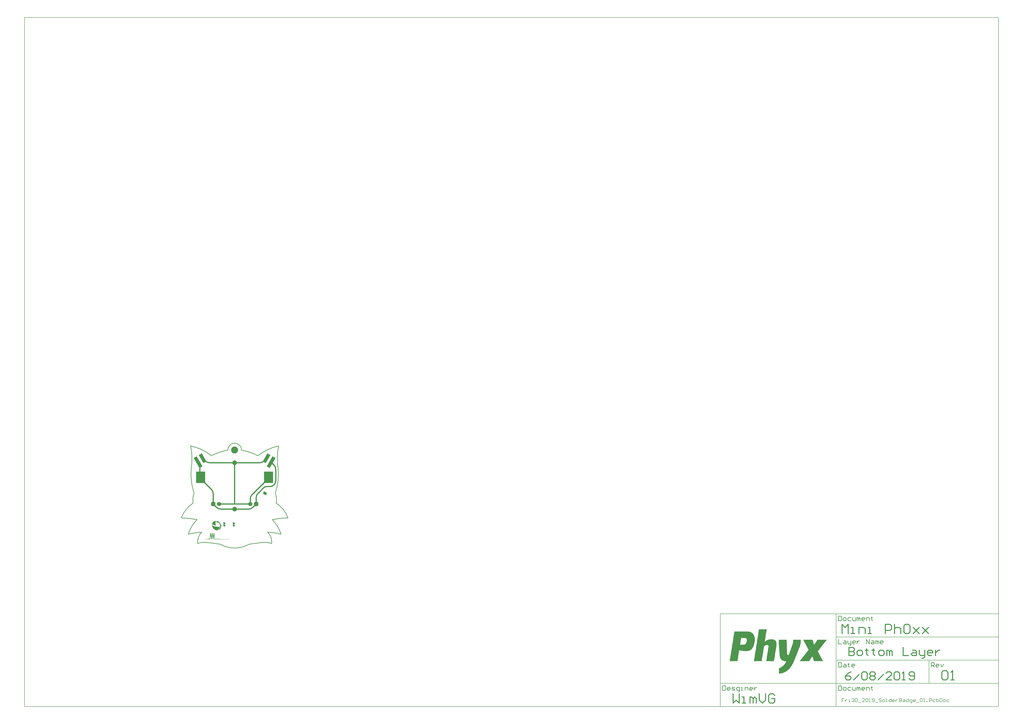
<source format=gbl>
G04*
G04 #@! TF.GenerationSoftware,Altium Limited,Altium Designer,18.1.11 (251)*
G04*
G04 Layer_Physical_Order=2*
G04 Layer_Color=40191*
%FSLAX25Y25*%
%MOIN*%
G70*
G01*
G75*
%ADD10C,0.00787*%
%ADD15C,0.00984*%
%ADD16C,0.01575*%
%ADD26C,0.07874*%
%ADD27C,0.11811*%
G04:AMPARAMS|DCode=28|XSize=70.87mil|YSize=70.87mil|CornerRadius=17.72mil|HoleSize=0mil|Usage=FLASHONLY|Rotation=0.000|XOffset=0mil|YOffset=0mil|HoleType=Round|Shape=RoundedRectangle|*
%AMROUNDEDRECTD28*
21,1,0.07087,0.03543,0,0,0.0*
21,1,0.03543,0.07087,0,0,0.0*
1,1,0.03543,0.01772,-0.01772*
1,1,0.03543,-0.01772,-0.01772*
1,1,0.03543,-0.01772,0.01772*
1,1,0.03543,0.01772,0.01772*
%
%ADD28ROUNDEDRECTD28*%
%ADD29C,0.07087*%
%ADD30C,0.01968*%
G04:AMPARAMS|DCode=31|XSize=59.06mil|YSize=157.48mil|CornerRadius=0mil|HoleSize=0mil|Usage=FLASHONLY|Rotation=30.000|XOffset=0mil|YOffset=0mil|HoleType=Round|Shape=Rectangle|*
%AMROTATEDRECTD31*
4,1,4,0.01380,-0.08296,-0.06494,0.05343,-0.01380,0.08296,0.06494,-0.05343,0.01380,-0.08296,0.0*
%
%ADD31ROTATEDRECTD31*%

G04:AMPARAMS|DCode=32|XSize=59.06mil|YSize=196.85mil|CornerRadius=0mil|HoleSize=0mil|Usage=FLASHONLY|Rotation=30.000|XOffset=0mil|YOffset=0mil|HoleType=Round|Shape=Rectangle|*
%AMROTATEDRECTD32*
4,1,4,0.02364,-0.10000,-0.07478,0.07048,-0.02364,0.10000,0.07478,-0.07048,0.02364,-0.10000,0.0*
%
%ADD32ROTATEDRECTD32*%

G04:AMPARAMS|DCode=33|XSize=59.06mil|YSize=196.85mil|CornerRadius=0mil|HoleSize=0mil|Usage=FLASHONLY|Rotation=150.000|XOffset=0mil|YOffset=0mil|HoleType=Round|Shape=Rectangle|*
%AMROTATEDRECTD33*
4,1,4,0.07478,0.07048,-0.02364,-0.10000,-0.07478,-0.07048,0.02364,0.10000,0.07478,0.07048,0.0*
%
%ADD33ROTATEDRECTD33*%

G04:AMPARAMS|DCode=34|XSize=59.06mil|YSize=157.48mil|CornerRadius=0mil|HoleSize=0mil|Usage=FLASHONLY|Rotation=150.000|XOffset=0mil|YOffset=0mil|HoleType=Round|Shape=Rectangle|*
%AMROTATEDRECTD34*
4,1,4,0.06494,0.05343,-0.01380,-0.08296,-0.06494,-0.05343,0.01380,0.08296,0.06494,0.05343,0.0*
%
%ADD34ROTATEDRECTD34*%

%ADD35R,0.15748X0.19685*%
G36*
X54331Y94095D02*
Y91880D01*
X53494Y89321D01*
X48130Y92028D01*
X49606Y96457D01*
X54331Y94095D01*
D02*
G37*
G36*
X-32577Y46015D02*
X-32577Y45946D01*
X-32509Y45946D01*
X-32508Y46014D01*
X-32440Y46013D01*
X-32440Y45945D01*
X-32372Y45944D01*
X-32371Y46013D01*
X-32303Y46012D01*
X-32303Y45944D01*
X-32235Y45943D01*
X-32234Y46012D01*
X-31070Y46001D01*
X-31071Y45933D01*
X-31276Y45935D01*
X-31277Y45866D01*
X-31345Y45867D01*
X-31345Y45935D01*
X-31413Y45936D01*
X-31414Y45867D01*
X-31482Y45868D01*
X-31483Y45800D01*
X-31551Y45800D01*
X-31552Y45732D01*
X-31620Y45732D01*
X-31621Y45664D01*
X-31758Y45665D01*
X-31758Y45597D01*
X-31759Y45528D01*
X-31828Y45529D01*
X-31828Y45460D01*
X-31896Y45461D01*
X-31897Y45392D01*
X-31966Y45393D01*
X-31966Y45324D01*
X-32035Y45325D01*
X-32035Y45257D01*
X-32104Y45257D01*
X-32104Y45189D01*
X-32036Y45188D01*
X-32037Y45120D01*
X-32105Y45120D01*
X-32105Y45052D01*
X-32174Y45052D01*
X-32175Y44984D01*
X-32243Y44984D01*
X-32244Y44916D01*
X-32244Y44848D01*
X-32245Y44779D01*
X-32313Y44780D01*
X-32314Y44711D01*
X-32315Y44643D01*
X-32315Y44574D01*
X-32384Y44575D01*
X-32384Y44506D01*
X-32316Y44506D01*
X-32316Y44437D01*
X-32385Y44438D01*
X-32386Y44369D01*
X-32386Y44301D01*
X-32387Y44232D01*
X-32455Y44233D01*
X-32456Y44164D01*
X-32456Y44096D01*
X-32457Y44028D01*
X-32525Y44028D01*
X-32526Y43960D01*
X-32458Y43959D01*
X-32458Y43891D01*
X-32527Y43891D01*
X-32527Y43823D01*
X-32459Y43822D01*
X-32459Y43754D01*
X-32528Y43754D01*
X-32528Y43686D01*
X-32529Y43617D01*
X-32530Y43549D01*
X-32530Y43480D01*
X-32531Y43412D01*
X-32531Y43343D01*
X-32532Y43275D01*
X-32600Y43275D01*
X-32601Y43207D01*
X-32533Y43206D01*
X-32533Y43138D01*
X-32602Y43139D01*
X-32602Y43070D01*
X-32534Y43069D01*
X-32534Y43001D01*
X-32603Y43001D01*
X-32603Y42933D01*
X-32535Y42932D01*
X-32536Y42864D01*
X-32604Y42865D01*
X-32605Y42796D01*
X-32536Y42796D01*
X-32537Y42727D01*
X-32605Y42728D01*
X-32606Y42659D01*
X-32537Y42658D01*
X-32538Y42590D01*
X-32606Y42591D01*
X-32607Y42522D01*
X-32539Y42522D01*
X-32539Y42453D01*
X-32608Y42454D01*
X-32608Y42385D01*
X-32540Y42385D01*
X-32540Y42316D01*
X-32541Y42248D01*
X-32542Y42179D01*
X-32542Y42111D01*
X-32543Y42042D01*
X-32543Y41974D01*
X-32544Y41905D01*
X-32544Y41837D01*
X-32545Y41768D01*
X-32477Y41768D01*
X-32477Y41699D01*
X-32546Y41700D01*
X-32546Y41631D01*
X-32478Y41631D01*
X-32478Y41562D01*
X-32547Y41563D01*
X-32548Y41494D01*
X-32479Y41494D01*
X-32480Y41425D01*
X-32548Y41426D01*
X-32549Y41357D01*
X-32480Y41357D01*
X-32481Y41288D01*
X-32481Y41220D01*
X-32482Y41151D01*
X-32483Y41083D01*
X-32483Y41014D01*
X-32415Y41014D01*
X-32415Y40945D01*
X-32484Y40946D01*
X-32484Y40878D01*
X-32416Y40877D01*
X-32416Y40808D01*
X-32417Y40740D01*
X-32418Y40671D01*
X-32418Y40603D01*
X-32419Y40534D01*
X-32351Y40534D01*
X-32351Y40465D01*
X-32419Y40466D01*
X-32420Y40398D01*
X-32352Y40397D01*
X-32352Y40328D01*
X-32353Y40260D01*
X-32353Y40191D01*
X-32354Y40123D01*
X-32355Y40055D01*
X-32286Y40054D01*
X-32287Y39985D01*
X-32287Y39917D01*
X-32288Y39849D01*
X-32219Y39848D01*
X-32220Y39779D01*
X-32289Y39780D01*
X-32289Y39711D01*
X-32221Y39711D01*
X-32221Y39642D01*
X-32290Y39643D01*
X-32290Y39575D01*
X-32222Y39574D01*
X-32223Y39505D01*
X-32223Y39437D01*
X-32224Y39369D01*
X-32155Y39368D01*
X-32156Y39299D01*
X-32156Y39231D01*
X-32157Y39162D01*
X-32089Y39162D01*
X-32089Y39093D01*
X-32158Y39094D01*
X-32158Y39026D01*
X-32090Y39025D01*
X-32090Y38956D01*
X-32159Y38957D01*
X-32159Y38888D01*
X-32091Y38888D01*
X-32092Y38820D01*
X-32092Y38751D01*
X-32093Y38682D01*
X-32024Y38682D01*
X-32025Y38613D01*
X-32025Y38545D01*
X-32026Y38476D01*
X-31958Y38476D01*
X-31958Y38407D01*
X-32027Y38408D01*
X-32027Y38339D01*
X-31959Y38339D01*
X-31959Y38270D01*
X-31960Y38202D01*
X-31960Y38133D01*
X-32029Y38134D01*
X-32028Y38203D01*
X-32097Y38203D01*
X-32097Y38135D01*
X-32166Y38135D01*
X-32165Y38204D01*
X-32371Y38206D01*
X-32370Y38274D01*
X-32439Y38275D01*
X-32439Y38206D01*
X-32508Y38207D01*
X-32507Y38275D01*
X-32849Y38278D01*
X-32849Y38347D01*
X-32917Y38347D01*
X-32918Y38279D01*
X-32987Y38279D01*
X-32986Y38348D01*
X-33054Y38348D01*
X-33054Y38417D01*
X-33122Y38418D01*
X-33123Y38349D01*
X-33191Y38350D01*
X-33191Y38418D01*
X-33533Y38421D01*
X-33533Y38490D01*
X-33738Y38491D01*
X-33737Y38560D01*
X-34080Y38563D01*
X-34079Y38631D01*
X-34285Y38633D01*
X-34284Y38702D01*
X-34626Y38705D01*
X-34626Y38773D01*
X-34694Y38774D01*
X-34694Y38842D01*
X-34762Y38843D01*
X-34763Y38774D01*
X-34831Y38775D01*
X-34831Y38843D01*
X-35036Y38845D01*
X-35035Y38914D01*
X-35104Y38914D01*
X-35103Y38983D01*
X-35172Y38983D01*
X-35173Y38915D01*
X-35241Y38915D01*
X-35240Y38984D01*
X-35446Y38986D01*
X-35445Y39054D01*
X-35651Y39056D01*
X-35650Y39125D01*
X-35855Y39126D01*
X-35855Y39195D01*
X-35923Y39195D01*
X-35923Y39264D01*
X-35991Y39264D01*
X-35992Y39196D01*
X-36060Y39197D01*
X-36060Y39265D01*
X-36265Y39267D01*
X-36265Y39335D01*
X-36333Y39336D01*
X-36332Y39404D01*
X-36538Y39406D01*
X-36537Y39475D01*
X-36606Y39475D01*
X-36605Y39544D01*
X-36811Y39546D01*
X-36810Y39614D01*
X-36878Y39615D01*
X-36878Y39683D01*
X-37083Y39685D01*
X-37083Y39753D01*
X-37151Y39754D01*
X-37151Y39822D01*
X-37219Y39823D01*
X-37218Y39891D01*
X-37287Y39892D01*
X-37286Y39961D01*
X-37492Y39962D01*
X-37491Y40031D01*
X-37560Y40031D01*
X-37559Y40100D01*
X-37628Y40100D01*
X-37627Y40169D01*
X-37695Y40170D01*
X-37695Y40238D01*
X-37763Y40239D01*
X-37763Y40307D01*
X-37831Y40308D01*
X-37831Y40376D01*
X-37899Y40377D01*
X-37898Y40445D01*
X-37967Y40446D01*
X-37966Y40514D01*
X-37966Y40583D01*
X-37965Y40651D01*
X-38034Y40652D01*
X-38033Y40720D01*
X-38102Y40721D01*
X-38101Y40789D01*
X-38100Y40858D01*
X-38100Y40926D01*
X-38168Y40927D01*
X-38168Y40995D01*
X-38099Y40995D01*
X-38098Y41063D01*
X-38167Y41064D01*
X-38166Y41133D01*
X-38098Y41132D01*
X-38097Y41200D01*
X-38166Y41201D01*
X-38165Y41269D01*
X-38165Y41338D01*
X-38164Y41406D01*
X-38096Y41406D01*
X-38095Y41474D01*
X-38163Y41475D01*
X-38163Y41543D01*
X-38094Y41543D01*
X-38094Y41611D01*
X-38093Y41680D01*
X-38093Y41748D01*
X-38024Y41748D01*
X-38023Y41816D01*
X-37955Y41816D01*
X-37954Y41884D01*
X-38023Y41885D01*
X-38022Y41953D01*
X-37954Y41952D01*
X-37953Y42021D01*
X-37953Y42089D01*
X-37952Y42158D01*
X-37884Y42157D01*
X-37883Y42226D01*
X-37815Y42225D01*
X-37814Y42294D01*
X-37882Y42294D01*
X-37882Y42363D01*
X-37813Y42362D01*
X-37813Y42431D01*
X-37812Y42499D01*
X-37744Y42498D01*
X-37743Y42567D01*
X-37742Y42635D01*
X-37674Y42635D01*
X-37673Y42703D01*
X-37673Y42772D01*
X-37672Y42840D01*
X-37604Y42840D01*
X-37603Y42908D01*
X-37535Y42908D01*
X-37534Y42976D01*
X-37602Y42977D01*
X-37602Y43045D01*
X-37533Y43044D01*
X-37533Y43113D01*
X-37464Y43112D01*
X-37464Y43181D01*
X-37395Y43180D01*
X-37395Y43249D01*
X-37394Y43317D01*
X-37326Y43317D01*
X-37325Y43385D01*
X-37324Y43454D01*
X-37256Y43453D01*
X-37255Y43521D01*
X-37187Y43521D01*
X-37186Y43589D01*
X-37118Y43589D01*
X-37117Y43657D01*
X-37117Y43726D01*
X-37048Y43725D01*
X-37047Y43794D01*
X-37047Y43862D01*
X-36978Y43861D01*
X-36978Y43930D01*
X-36909Y43929D01*
X-36909Y43998D01*
X-36840Y43997D01*
X-36840Y44066D01*
X-36771Y44065D01*
X-36770Y44134D01*
X-36702Y44133D01*
X-36701Y44201D01*
X-36633Y44201D01*
X-36632Y44269D01*
X-36564Y44269D01*
X-36563Y44337D01*
X-36495Y44337D01*
X-36494Y44405D01*
X-36426Y44405D01*
X-36425Y44473D01*
X-36357Y44472D01*
X-36356Y44541D01*
X-36288Y44540D01*
X-36287Y44609D01*
X-36219Y44608D01*
X-36218Y44677D01*
X-36149Y44676D01*
X-36149Y44745D01*
X-36080Y44744D01*
X-36080Y44812D01*
X-36011Y44812D01*
X-36011Y44880D01*
X-35942Y44880D01*
X-35942Y44948D01*
X-35736Y44946D01*
X-35736Y45015D01*
X-35667Y45014D01*
X-35666Y45083D01*
X-35461Y45081D01*
X-35460Y45149D01*
X-35392Y45149D01*
X-35391Y45217D01*
X-35323Y45217D01*
X-35322Y45285D01*
X-35117Y45283D01*
X-35116Y45352D01*
X-35048Y45351D01*
X-35047Y45420D01*
X-34842Y45418D01*
X-34841Y45487D01*
X-34636Y45485D01*
X-34635Y45553D01*
X-34567Y45553D01*
X-34566Y45621D01*
X-34498Y45620D01*
X-34498Y45552D01*
X-34430Y45551D01*
X-34429Y45620D01*
X-34224Y45618D01*
X-34223Y45687D01*
X-34155Y45686D01*
X-34154Y45754D01*
X-34086Y45754D01*
X-34086Y45685D01*
X-34018Y45685D01*
X-34017Y45753D01*
X-33812Y45751D01*
X-33811Y45820D01*
X-33742Y45819D01*
X-33743Y45751D01*
X-33675Y45750D01*
X-33674Y45819D01*
X-33606Y45818D01*
X-33605Y45887D01*
X-33536Y45886D01*
X-33537Y45818D01*
X-33469Y45817D01*
X-33468Y45885D01*
X-32989Y45881D01*
X-32988Y45950D01*
X-32919Y45949D01*
X-32920Y45881D01*
X-32852Y45880D01*
X-32851Y45948D01*
X-32646Y45947D01*
X-32645Y46015D01*
X-32577Y46015D01*
D02*
G37*
G36*
X-30045Y45787D02*
X-30045Y45719D01*
X-29977Y45718D01*
X-29976Y45786D01*
X-29908Y45786D01*
X-29908Y45717D01*
X-29566Y45714D01*
X-29566Y45646D01*
X-29498Y45645D01*
X-29497Y45714D01*
X-29429Y45713D01*
X-29430Y45645D01*
X-29224Y45643D01*
X-29225Y45574D01*
X-29019Y45573D01*
X-29020Y45504D01*
X-28951Y45504D01*
X-28951Y45572D01*
X-28882Y45571D01*
X-28883Y45503D01*
X-28814Y45502D01*
X-28815Y45434D01*
X-28747Y45433D01*
X-28746Y45502D01*
X-28677Y45501D01*
X-28678Y45433D01*
X-28473Y45431D01*
X-28473Y45362D01*
X-28405Y45362D01*
X-28405Y45293D01*
X-28200Y45292D01*
X-28201Y45223D01*
X-27995Y45221D01*
X-27996Y45153D01*
X-27927Y45152D01*
X-27928Y45084D01*
X-27722Y45082D01*
X-27723Y45013D01*
X-27517Y45012D01*
X-27518Y44943D01*
X-27450Y44943D01*
X-27450Y44874D01*
X-27382Y44873D01*
X-27382Y44805D01*
X-27177Y44803D01*
X-27177Y44735D01*
X-27109Y44734D01*
X-27110Y44666D01*
X-27041Y44665D01*
X-27042Y44597D01*
X-26836Y44595D01*
X-26837Y44526D01*
X-26768Y44526D01*
X-26769Y44457D01*
X-26700Y44457D01*
X-26701Y44388D01*
X-26633Y44388D01*
X-26633Y44319D01*
X-26428Y44317D01*
X-26428Y44249D01*
X-26360Y44248D01*
X-26360Y44180D01*
X-26292Y44179D01*
X-26293Y44111D01*
X-26224Y44110D01*
X-26225Y44042D01*
X-26156Y44041D01*
X-26157Y43973D01*
X-26088Y43972D01*
X-26089Y43903D01*
X-25952Y43902D01*
X-25953Y43834D01*
X-25953Y43765D01*
X-25748Y43764D01*
X-25748Y43695D01*
X-25749Y43626D01*
X-25612Y43625D01*
X-25613Y43557D01*
X-25613Y43488D01*
X-25476Y43487D01*
X-25477Y43419D01*
X-25477Y43350D01*
X-25340Y43349D01*
X-25341Y43281D01*
X-25342Y43212D01*
X-25205Y43211D01*
X-25205Y43142D01*
X-25206Y43074D01*
X-25069Y43073D01*
X-25069Y43004D01*
X-25138Y43005D01*
X-25139Y42936D01*
X-25002Y42935D01*
X-25002Y42867D01*
X-25003Y42798D01*
X-24934Y42798D01*
X-24935Y42729D01*
X-24867Y42728D01*
X-24867Y42660D01*
X-24799Y42660D01*
X-24799Y42591D01*
X-24731Y42590D01*
X-24731Y42522D01*
X-24663Y42521D01*
X-24663Y42453D01*
X-24595Y42452D01*
X-24596Y42384D01*
X-24596Y42315D01*
X-24597Y42247D01*
X-24528Y42246D01*
X-24529Y42178D01*
X-24460Y42177D01*
X-24461Y42109D01*
X-24393Y42108D01*
X-24393Y42040D01*
X-24325Y42039D01*
X-24325Y41971D01*
X-24257Y41970D01*
X-24257Y41901D01*
X-24258Y41833D01*
X-24189Y41832D01*
X-24190Y41764D01*
X-24191Y41695D01*
X-24122Y41695D01*
X-24123Y41626D01*
X-24054Y41626D01*
X-24055Y41557D01*
X-24056Y41489D01*
X-24056Y41420D01*
X-23988Y41420D01*
X-23988Y41351D01*
X-23920Y41351D01*
X-23920Y41282D01*
X-23852Y41282D01*
X-23852Y41213D01*
X-23853Y41144D01*
X-23854Y41076D01*
X-23785Y41076D01*
X-23786Y41007D01*
X-23717Y41006D01*
X-23718Y40938D01*
X-23719Y40869D01*
X-23719Y40801D01*
X-23651Y40800D01*
X-23651Y40732D01*
X-23583Y40731D01*
X-23583Y40663D01*
X-23584Y40594D01*
X-23584Y40526D01*
X-23516Y40525D01*
X-23517Y40457D01*
X-23448Y40456D01*
X-23449Y40388D01*
X-23449Y40319D01*
X-23450Y40251D01*
X-23381Y40250D01*
X-23382Y40182D01*
X-23314Y40181D01*
X-23314Y40113D01*
X-23383Y40113D01*
X-23383Y40045D01*
X-23452Y40045D01*
X-23451Y40114D01*
X-23520Y40114D01*
X-23519Y40183D01*
X-23587Y40183D01*
X-23587Y40252D01*
X-23655Y40253D01*
X-23655Y40321D01*
X-23723Y40322D01*
X-23723Y40390D01*
X-23791Y40391D01*
X-23790Y40459D01*
X-23790Y40528D01*
X-23858Y40528D01*
X-23858Y40597D01*
X-23926Y40597D01*
X-23926Y40666D01*
X-23994Y40666D01*
X-23994Y40735D01*
X-23993Y40803D01*
X-24130Y40804D01*
X-24129Y40873D01*
X-24129Y40942D01*
X-24266Y40943D01*
X-24265Y41011D01*
X-24264Y41080D01*
X-24333Y41080D01*
X-24332Y41149D01*
X-24401Y41149D01*
X-24400Y41218D01*
X-24537Y41219D01*
X-24537Y41287D01*
X-24536Y41356D01*
X-24673Y41357D01*
X-24672Y41426D01*
X-24741Y41426D01*
X-24740Y41495D01*
X-24877Y41496D01*
X-24877Y41564D01*
X-24945Y41565D01*
X-24945Y41633D01*
X-25013Y41634D01*
X-25012Y41702D01*
X-25081Y41703D01*
X-25080Y41772D01*
X-25149Y41772D01*
X-25148Y41841D01*
X-25217Y41841D01*
X-25216Y41910D01*
X-25422Y41912D01*
X-25421Y41980D01*
X-25489Y41981D01*
X-25489Y42049D01*
X-25557Y42050D01*
X-25557Y42118D01*
X-25625Y42119D01*
X-25624Y42187D01*
X-25830Y42189D01*
X-25829Y42257D01*
X-25898Y42258D01*
X-25897Y42327D01*
X-25966Y42327D01*
X-25965Y42396D01*
X-26034Y42396D01*
X-26033Y42465D01*
X-26238Y42467D01*
X-26238Y42535D01*
X-26306Y42536D01*
X-26306Y42604D01*
X-26511Y42606D01*
X-26511Y42674D01*
X-26579Y42675D01*
X-26578Y42744D01*
X-26784Y42745D01*
X-26783Y42814D01*
X-26852Y42814D01*
X-26851Y42883D01*
X-26920Y42883D01*
X-26920Y42815D01*
X-26989Y42816D01*
X-26988Y42884D01*
X-27057Y42885D01*
X-27056Y42953D01*
X-27125Y42954D01*
X-27124Y43022D01*
X-27192Y43023D01*
X-27193Y42954D01*
X-27261Y42955D01*
X-27261Y43023D01*
X-27466Y43025D01*
X-27466Y43094D01*
X-27534Y43094D01*
X-27534Y43163D01*
X-27739Y43165D01*
X-27738Y43233D01*
X-27944Y43235D01*
X-27943Y43303D01*
X-28149Y43305D01*
X-28148Y43374D01*
X-28354Y43375D01*
X-28353Y43444D01*
X-28558Y43446D01*
X-28558Y43514D01*
X-28763Y43516D01*
X-28763Y43584D01*
X-28968Y43586D01*
X-28967Y43655D01*
X-29036Y43655D01*
X-29037Y43587D01*
X-29105Y43587D01*
X-29104Y43656D01*
X-29173Y43656D01*
X-29172Y43725D01*
X-29241Y43725D01*
X-29241Y43657D01*
X-29310Y43658D01*
X-29309Y43726D01*
X-29652Y43729D01*
X-29651Y43798D01*
X-29719Y43798D01*
X-29720Y43730D01*
X-29789Y43730D01*
X-29788Y43799D01*
X-29857Y43799D01*
X-29856Y43868D01*
X-29924Y43868D01*
X-29925Y43800D01*
X-29994Y43801D01*
X-29993Y43869D01*
X-30061Y43870D01*
X-30062Y43801D01*
X-30130Y43802D01*
X-30130Y43870D01*
X-30198Y43871D01*
X-30199Y43802D01*
X-30267Y43803D01*
X-30267Y43871D01*
X-30335Y43872D01*
X-30336Y43804D01*
X-30404Y43804D01*
X-30404Y43873D01*
X-30472Y43873D01*
X-30473Y43805D01*
X-30541Y43805D01*
X-30541Y43874D01*
X-30609Y43874D01*
X-30610Y43806D01*
X-30678Y43806D01*
X-30678Y43875D01*
X-30746Y43876D01*
X-30747Y43807D01*
X-30815Y43808D01*
X-30816Y43739D01*
X-30884Y43740D01*
X-30884Y43808D01*
X-30952Y43809D01*
X-30953Y43740D01*
X-31158Y43742D01*
X-31159Y43674D01*
X-31227Y43674D01*
X-31228Y43606D01*
X-31296Y43606D01*
X-31297Y43538D01*
X-31365Y43539D01*
X-31366Y43470D01*
X-31435Y43471D01*
X-31434Y43539D01*
X-31433Y43608D01*
X-31433Y43676D01*
X-31432Y43745D01*
X-31431Y43813D01*
X-31363Y43813D01*
X-31363Y43881D01*
X-31431Y43882D01*
X-31430Y43950D01*
X-31362Y43949D01*
X-31361Y44018D01*
X-31430Y44019D01*
X-31429Y44087D01*
X-31361Y44086D01*
X-31360Y44155D01*
X-31359Y44223D01*
X-31359Y44292D01*
X-31290Y44291D01*
X-31290Y44360D01*
X-31289Y44428D01*
X-31289Y44497D01*
X-31220Y44496D01*
X-31220Y44565D01*
X-31288Y44565D01*
X-31287Y44634D01*
X-31219Y44633D01*
X-31218Y44701D01*
X-31218Y44770D01*
X-31149Y44769D01*
X-31149Y44838D01*
X-31148Y44906D01*
X-31080Y44906D01*
X-31079Y44974D01*
X-31078Y45043D01*
X-31078Y45111D01*
X-31009Y45111D01*
X-31009Y45179D01*
X-30940Y45178D01*
X-30940Y45247D01*
X-30939Y45315D01*
X-30802Y45314D01*
X-30801Y45383D01*
X-30801Y45451D01*
X-30664Y45450D01*
X-30663Y45518D01*
X-30663Y45587D01*
X-30526Y45586D01*
X-30525Y45654D01*
X-30457Y45654D01*
X-30456Y45722D01*
X-30114Y45719D01*
X-30113Y45788D01*
X-30045Y45787D01*
D02*
G37*
G36*
X-26038Y41848D02*
X-26039Y41780D01*
X-25971Y41779D01*
X-25971Y41711D01*
X-25903Y41710D01*
X-25903Y41642D01*
X-25698Y41640D01*
X-25698Y41572D01*
X-25630Y41571D01*
X-25631Y41502D01*
X-25562Y41502D01*
X-25563Y41433D01*
X-25357Y41432D01*
X-25358Y41363D01*
X-25289Y41363D01*
X-25290Y41294D01*
X-25221Y41293D01*
X-25222Y41225D01*
X-25153Y41224D01*
X-25154Y41156D01*
X-25086Y41155D01*
X-25086Y41087D01*
X-25018Y41086D01*
X-25018Y41018D01*
X-24813Y41016D01*
X-24814Y40947D01*
X-24745Y40947D01*
X-24746Y40878D01*
X-24677Y40878D01*
X-24678Y40809D01*
X-24609Y40809D01*
X-24610Y40740D01*
X-24541Y40740D01*
X-24542Y40671D01*
X-24474Y40671D01*
X-24474Y40602D01*
X-24406Y40602D01*
X-24406Y40533D01*
X-24338Y40532D01*
X-24338Y40464D01*
X-24270Y40463D01*
X-24270Y40395D01*
X-24202Y40394D01*
X-24203Y40326D01*
X-24134Y40325D01*
X-24135Y40257D01*
X-24066Y40256D01*
X-24067Y40188D01*
X-23998Y40187D01*
X-23999Y40119D01*
X-23931Y40118D01*
X-23931Y40049D01*
X-23863Y40049D01*
X-23863Y39980D01*
X-23932Y39981D01*
X-23932Y39913D01*
X-23795Y39911D01*
X-23796Y39843D01*
X-23797Y39774D01*
X-23728Y39774D01*
X-23729Y39705D01*
X-23660Y39705D01*
X-23661Y39636D01*
X-23592Y39636D01*
X-23593Y39567D01*
X-23524Y39566D01*
X-23525Y39498D01*
X-23457Y39497D01*
X-23457Y39429D01*
X-23526Y39430D01*
X-23526Y39361D01*
X-23458Y39360D01*
X-23458Y39292D01*
X-23390Y39291D01*
X-23390Y39223D01*
X-23322Y39222D01*
X-23323Y39154D01*
X-23391Y39154D01*
X-23392Y39086D01*
X-23323Y39085D01*
X-23324Y39017D01*
X-23255Y39016D01*
X-23256Y38948D01*
X-23187Y38947D01*
X-23188Y38879D01*
X-23189Y38810D01*
X-23189Y38742D01*
X-23121Y38741D01*
X-23121Y38673D01*
X-23122Y38604D01*
X-23122Y38536D01*
X-23054Y38535D01*
X-23055Y38467D01*
X-23055Y38398D01*
X-23056Y38330D01*
X-22987Y38329D01*
X-22988Y38261D01*
X-22988Y38192D01*
X-22989Y38124D01*
X-22921Y38123D01*
X-22921Y38055D01*
X-22922Y37986D01*
X-22922Y37918D01*
X-22854Y37917D01*
X-22854Y37849D01*
X-22923Y37849D01*
X-22924Y37781D01*
X-22855Y37780D01*
X-22856Y37712D01*
X-22856Y37643D01*
X-22857Y37575D01*
X-22858Y37506D01*
X-22858Y37438D01*
X-22790Y37437D01*
X-22790Y37369D01*
X-22859Y37369D01*
X-22859Y37301D01*
X-22791Y37300D01*
X-22791Y37232D01*
X-22860Y37232D01*
X-22861Y37164D01*
X-22792Y37163D01*
X-22793Y37095D01*
X-22793Y37026D01*
X-22794Y36958D01*
X-22862Y36958D01*
X-22863Y36890D01*
X-22794Y36889D01*
X-22795Y36821D01*
X-22796Y36752D01*
X-22796Y36684D01*
X-22865Y36684D01*
X-22865Y36616D01*
X-22797Y36615D01*
X-22797Y36547D01*
X-22866Y36547D01*
X-22866Y36479D01*
X-22798Y36478D01*
X-22799Y36410D01*
X-22867Y36410D01*
X-22868Y36342D01*
X-22799Y36341D01*
X-22800Y36273D01*
X-22868Y36274D01*
X-22869Y36205D01*
X-22870Y36137D01*
X-22870Y36068D01*
X-22871Y36000D01*
X-22871Y35931D01*
X-22940Y35932D01*
X-22940Y35863D01*
X-22941Y35795D01*
X-22941Y35726D01*
X-22942Y35658D01*
X-22943Y35589D01*
X-23011Y35590D01*
X-23012Y35522D01*
X-22943Y35521D01*
X-22944Y35452D01*
X-23012Y35453D01*
X-23013Y35385D01*
X-23014Y35316D01*
X-23014Y35247D01*
X-23083Y35248D01*
X-23083Y35180D01*
X-23084Y35111D01*
X-23085Y35043D01*
X-23153Y35043D01*
X-23154Y34975D01*
X-23085Y34974D01*
X-23086Y34906D01*
X-23154Y34906D01*
X-23155Y34838D01*
X-23155Y34769D01*
X-23224Y34770D01*
X-23224Y34701D01*
X-23225Y34633D01*
X-23293Y34634D01*
X-23294Y34565D01*
X-23226Y34565D01*
X-23226Y34496D01*
X-23295Y34497D01*
X-23295Y34428D01*
X-23296Y34360D01*
X-23364Y34360D01*
X-23365Y34292D01*
X-23366Y34223D01*
X-23434Y34224D01*
X-23435Y34155D01*
X-23366Y34155D01*
X-23367Y34086D01*
X-23435Y34087D01*
X-23436Y34018D01*
X-23504Y34019D01*
X-23505Y33951D01*
X-23573Y33951D01*
X-23574Y33883D01*
X-23505Y33882D01*
X-23506Y33814D01*
X-23575Y33814D01*
X-23575Y33746D01*
X-23644Y33746D01*
X-23644Y33678D01*
X-23713Y33678D01*
X-23713Y33610D01*
X-23645Y33609D01*
X-23645Y33541D01*
X-23714Y33542D01*
X-23715Y33473D01*
X-23783Y33474D01*
X-23784Y33405D01*
X-23852Y33406D01*
X-23853Y33337D01*
X-23784Y33337D01*
X-23785Y33268D01*
X-23853Y33269D01*
X-23854Y33200D01*
X-23922Y33201D01*
X-23923Y33132D01*
X-23991Y33133D01*
X-23992Y33065D01*
X-23993Y32996D01*
X-24061Y32997D01*
X-24062Y32928D01*
X-24062Y32860D01*
X-24131Y32860D01*
X-24131Y32792D01*
X-24200Y32792D01*
X-24200Y32724D01*
X-24269Y32724D01*
X-24270Y32656D01*
X-24338Y32657D01*
X-24339Y32588D01*
X-24407Y32589D01*
X-24408Y32520D01*
X-24339Y32520D01*
X-24340Y32451D01*
X-24477Y32452D01*
X-24477Y32384D01*
X-24478Y32315D01*
X-24546Y32316D01*
X-24547Y32248D01*
X-24615Y32248D01*
X-24616Y32180D01*
X-24685Y32180D01*
X-24685Y32112D01*
X-24754Y32112D01*
X-24754Y32044D01*
X-24823Y32045D01*
X-24823Y31976D01*
X-24892Y31977D01*
X-24892Y31908D01*
X-24961Y31909D01*
X-24961Y31840D01*
X-25030Y31841D01*
X-25030Y31772D01*
X-25099Y31773D01*
X-25100Y31705D01*
X-25168Y31705D01*
X-25169Y31637D01*
X-25237Y31637D01*
X-25238Y31569D01*
X-25306Y31569D01*
X-25307Y31501D01*
X-25444Y31502D01*
X-25444Y31434D01*
X-25445Y31365D01*
X-25651Y31367D01*
X-25651Y31299D01*
X-25720Y31299D01*
X-25720Y31231D01*
X-25789Y31231D01*
X-25789Y31163D01*
X-25858Y31163D01*
X-25858Y31095D01*
X-26064Y31097D01*
X-26064Y31028D01*
X-26133Y31029D01*
X-26133Y30960D01*
X-26270Y30961D01*
X-26271Y30893D01*
X-26408Y30894D01*
X-26408Y30826D01*
X-26477Y30826D01*
X-26478Y30758D01*
X-26546Y30758D01*
X-26546Y30827D01*
X-26614Y30827D01*
X-26615Y30759D01*
X-26683Y30760D01*
X-26684Y30691D01*
X-26889Y30693D01*
X-26890Y30624D01*
X-26958Y30625D01*
X-26959Y30556D01*
X-27096Y30558D01*
X-27095Y30626D01*
X-26958Y30625D01*
X-26957Y30694D01*
X-26957Y30762D01*
X-26888Y30761D01*
X-26888Y30830D01*
X-26887Y30898D01*
X-26819Y30898D01*
X-26818Y30966D01*
X-26750Y30966D01*
X-26749Y31034D01*
X-26681Y31034D01*
X-26680Y31102D01*
X-26612Y31101D01*
X-26611Y31170D01*
X-26542Y31169D01*
X-26542Y31238D01*
X-26610Y31238D01*
X-26610Y31307D01*
X-26541Y31306D01*
X-26541Y31375D01*
X-26472Y31374D01*
X-26472Y31443D01*
X-26403Y31442D01*
X-26403Y31510D01*
X-26334Y31510D01*
X-26333Y31578D01*
X-26333Y31647D01*
X-26332Y31715D01*
X-26264Y31715D01*
X-26263Y31783D01*
X-26195Y31782D01*
X-26194Y31851D01*
X-26126Y31850D01*
X-26125Y31919D01*
X-26193Y31920D01*
X-26193Y31988D01*
X-26124Y31987D01*
X-26124Y32056D01*
X-26055Y32055D01*
X-26055Y32124D01*
X-25986Y32123D01*
X-25986Y32192D01*
X-25985Y32260D01*
X-25917Y32260D01*
X-25916Y32328D01*
X-25915Y32397D01*
X-25847Y32396D01*
X-25846Y32464D01*
X-25846Y32533D01*
X-25845Y32601D01*
X-25777Y32601D01*
X-25776Y32669D01*
X-25708Y32669D01*
X-25707Y32737D01*
X-25776Y32738D01*
X-25775Y32806D01*
X-25706Y32806D01*
X-25706Y32874D01*
X-25637Y32873D01*
X-25637Y32942D01*
X-25636Y33010D01*
X-25636Y33079D01*
X-25567Y33078D01*
X-25567Y33147D01*
X-25566Y33215D01*
X-25497Y33215D01*
X-25497Y33283D01*
X-25496Y33352D01*
X-25428Y33351D01*
X-25427Y33419D01*
X-25496Y33420D01*
X-25495Y33489D01*
X-25427Y33488D01*
X-25426Y33557D01*
X-25357Y33556D01*
X-25357Y33624D01*
X-25356Y33693D01*
X-25356Y33761D01*
X-25287Y33761D01*
X-25286Y33829D01*
X-25355Y33830D01*
X-25354Y33898D01*
X-25286Y33898D01*
X-25285Y33966D01*
X-25217Y33966D01*
X-25216Y34034D01*
X-25216Y34102D01*
X-25215Y34171D01*
X-25147Y34170D01*
X-25146Y34239D01*
X-25214Y34240D01*
X-25214Y34308D01*
X-25145Y34307D01*
X-25145Y34376D01*
X-25144Y34444D01*
X-25144Y34513D01*
X-25075Y34512D01*
X-25075Y34581D01*
X-25143Y34581D01*
X-25142Y34650D01*
X-25074Y34649D01*
X-25073Y34718D01*
X-25005Y34717D01*
X-25004Y34786D01*
X-25073Y34786D01*
X-25072Y34855D01*
X-25004Y34854D01*
X-25003Y34923D01*
X-25071Y34923D01*
X-25071Y34992D01*
X-25003Y34991D01*
X-25002Y35059D01*
X-25001Y35128D01*
X-25001Y35196D01*
X-25000Y35265D01*
X-24999Y35333D01*
X-24931Y35333D01*
X-24930Y35401D01*
X-24930Y35470D01*
X-24929Y35538D01*
X-24929Y35607D01*
X-24928Y35675D01*
X-24860Y35675D01*
X-24859Y35743D01*
X-24927Y35744D01*
X-24927Y35812D01*
X-24858Y35811D01*
X-24858Y35880D01*
X-24926Y35881D01*
X-24926Y35949D01*
X-24857Y35949D01*
X-24857Y36017D01*
X-24925Y36018D01*
X-24925Y36086D01*
X-24856Y36085D01*
X-24855Y36154D01*
X-24924Y36154D01*
X-24923Y36223D01*
X-24855Y36222D01*
X-24854Y36291D01*
X-24854Y36359D01*
X-24853Y36428D01*
X-24922Y36428D01*
X-24921Y36497D01*
X-24852Y36496D01*
X-24852Y36565D01*
X-24851Y36633D01*
X-24851Y36702D01*
X-24850Y36770D01*
X-24849Y36839D01*
X-24849Y36907D01*
X-24848Y36976D01*
X-24917Y36976D01*
X-24916Y37045D01*
X-24848Y37044D01*
X-24847Y37113D01*
X-24915Y37113D01*
X-24915Y37182D01*
X-24846Y37181D01*
X-24846Y37250D01*
X-24914Y37250D01*
X-24914Y37319D01*
X-24845Y37318D01*
X-24845Y37387D01*
X-24913Y37387D01*
X-24913Y37456D01*
X-24844Y37455D01*
X-24843Y37523D01*
X-24912Y37524D01*
X-24911Y37593D01*
X-24843Y37592D01*
X-24842Y37660D01*
X-24911Y37661D01*
X-24910Y37729D01*
X-24909Y37798D01*
X-24909Y37867D01*
X-24908Y37935D01*
X-24908Y38003D01*
X-24976Y38004D01*
X-24976Y38072D01*
X-24975Y38141D01*
X-24974Y38210D01*
X-25043Y38210D01*
X-25042Y38279D01*
X-24974Y38278D01*
X-24973Y38346D01*
X-25042Y38347D01*
X-25041Y38416D01*
X-24973Y38415D01*
X-24972Y38483D01*
X-25041Y38484D01*
X-25040Y38552D01*
X-24971Y38552D01*
X-24971Y38620D01*
X-25039Y38621D01*
X-25039Y38689D01*
X-25107Y38690D01*
X-25107Y38759D01*
X-25106Y38827D01*
X-25105Y38895D01*
X-25174Y38896D01*
X-25173Y38965D01*
X-25105Y38964D01*
X-25104Y39032D01*
X-25173Y39033D01*
X-25172Y39101D01*
X-25172Y39170D01*
X-25171Y39239D01*
X-25239Y39239D01*
X-25239Y39307D01*
X-25238Y39376D01*
X-25238Y39445D01*
X-25306Y39445D01*
X-25305Y39514D01*
X-25237Y39513D01*
X-25236Y39582D01*
X-25305Y39582D01*
X-25304Y39650D01*
X-25304Y39719D01*
X-25303Y39788D01*
X-25372Y39788D01*
X-25371Y39857D01*
X-25439Y39857D01*
X-25439Y39926D01*
X-25370Y39925D01*
X-25370Y39994D01*
X-25438Y39994D01*
X-25438Y40063D01*
X-25506Y40063D01*
X-25506Y40132D01*
X-25505Y40200D01*
X-25504Y40269D01*
X-25573Y40269D01*
X-25572Y40338D01*
X-25572Y40406D01*
X-25571Y40475D01*
X-25640Y40475D01*
X-25639Y40544D01*
X-25707Y40544D01*
X-25707Y40613D01*
X-25638Y40612D01*
X-25638Y40681D01*
X-25706Y40681D01*
X-25706Y40750D01*
X-25774Y40750D01*
X-25773Y40819D01*
X-25773Y40887D01*
X-25772Y40956D01*
X-25841Y40956D01*
X-25840Y41025D01*
X-25909Y41026D01*
X-25908Y41094D01*
X-25976Y41095D01*
X-25976Y41163D01*
X-25907Y41162D01*
X-25907Y41231D01*
X-25975Y41232D01*
X-25975Y41300D01*
X-26043Y41301D01*
X-26043Y41369D01*
X-26042Y41438D01*
X-26041Y41506D01*
X-26110Y41507D01*
X-26109Y41575D01*
X-26178Y41576D01*
X-26177Y41644D01*
X-26246Y41645D01*
X-26245Y41713D01*
X-26177Y41713D01*
X-26176Y41781D01*
X-26244Y41782D01*
X-26244Y41850D01*
X-26038Y41848D01*
D02*
G37*
G36*
X-36Y41207D02*
X-2741D01*
Y43913D01*
X-36Y41207D01*
D02*
G37*
G36*
X-16144D02*
X-18850D01*
Y43913D01*
X-16144Y41207D01*
D02*
G37*
G36*
X-23247Y39975D02*
X-23247Y39906D01*
X-23248Y39838D01*
X-23385Y39839D01*
X-23384Y39908D01*
X-23316Y39907D01*
X-23315Y39976D01*
X-23247Y39975D01*
D02*
G37*
G36*
X-38386Y39491D02*
X-38387Y39422D01*
X-38318Y39422D01*
X-38319Y39353D01*
X-38250Y39353D01*
X-38251Y39284D01*
X-38252Y39216D01*
X-38183Y39215D01*
X-38184Y39147D01*
X-38184Y39078D01*
X-38116Y39077D01*
X-38116Y39009D01*
X-38048Y39008D01*
X-38049Y38940D01*
X-37980Y38939D01*
X-37981Y38871D01*
X-37912Y38870D01*
X-37913Y38802D01*
X-37844Y38801D01*
X-37845Y38733D01*
X-37776Y38732D01*
X-37777Y38664D01*
X-37709Y38663D01*
X-37709Y38594D01*
X-37641Y38594D01*
X-37641Y38526D01*
X-37436Y38524D01*
X-37436Y38455D01*
X-37437Y38387D01*
X-37300Y38385D01*
X-37301Y38317D01*
X-37232Y38316D01*
X-37233Y38248D01*
X-37096Y38247D01*
X-37096Y38178D01*
X-36959Y38177D01*
X-36960Y38109D01*
X-36892Y38108D01*
X-36892Y38040D01*
X-36755Y38038D01*
X-36756Y37970D01*
X-36619Y37969D01*
X-36619Y37900D01*
X-36551Y37900D01*
X-36552Y37831D01*
X-36346Y37829D01*
X-36347Y37761D01*
X-36278Y37760D01*
X-36279Y37692D01*
X-36073Y37690D01*
X-36074Y37622D01*
X-35869Y37620D01*
X-35869Y37551D01*
X-35664Y37549D01*
X-35664Y37481D01*
X-35596Y37480D01*
X-35596Y37412D01*
X-35528Y37411D01*
X-35527Y37480D01*
X-35459Y37479D01*
X-35460Y37411D01*
X-35254Y37409D01*
X-35255Y37340D01*
X-35186Y37340D01*
X-35187Y37271D01*
X-34844Y37268D01*
X-34845Y37200D01*
X-34776Y37199D01*
X-34777Y37131D01*
X-34709Y37130D01*
X-34708Y37199D01*
X-34640Y37198D01*
X-34640Y37130D01*
X-34435Y37128D01*
X-34435Y37059D01*
X-34230Y37058D01*
X-34231Y36989D01*
X-33888Y36986D01*
X-33889Y36918D01*
X-33683Y36916D01*
X-33684Y36847D01*
X-33341Y36844D01*
X-33342Y36776D01*
X-33137Y36774D01*
X-33137Y36706D01*
X-33069Y36705D01*
X-33068Y36773D01*
X-33000Y36773D01*
X-33000Y36704D01*
X-32658Y36701D01*
X-32658Y36633D01*
X-32590Y36632D01*
X-32589Y36701D01*
X-32521Y36700D01*
X-32522Y36632D01*
X-32316Y36630D01*
X-32317Y36562D01*
X-32248Y36561D01*
X-32248Y36629D01*
X-32179Y36629D01*
X-32180Y36560D01*
X-31974Y36558D01*
X-31975Y36490D01*
X-31906Y36489D01*
X-31906Y36558D01*
X-31837Y36557D01*
X-31838Y36489D01*
X-31769Y36488D01*
X-31769Y36557D01*
X-31700Y36556D01*
X-31701Y36488D01*
X-31632Y36487D01*
X-31633Y36419D01*
X-31565Y36418D01*
X-31564Y36486D01*
X-31495Y36486D01*
X-31496Y36417D01*
X-30880Y36412D01*
X-30880Y36343D01*
X-30812Y36343D01*
X-30811Y36411D01*
X-30743Y36411D01*
X-30743Y36342D01*
X-30538Y36340D01*
X-30538Y36272D01*
X-30470Y36271D01*
X-30470Y36340D01*
X-30401Y36339D01*
X-30402Y36271D01*
X-30333Y36270D01*
X-30332Y36339D01*
X-30264Y36338D01*
X-30265Y36270D01*
X-29922Y36267D01*
X-29923Y36198D01*
X-29854Y36198D01*
X-29854Y36266D01*
X-29785Y36265D01*
X-29786Y36197D01*
X-29580Y36195D01*
X-29581Y36127D01*
X-29513Y36126D01*
X-29512Y36195D01*
X-29443Y36194D01*
X-29444Y36125D01*
X-29376Y36125D01*
X-29375Y36193D01*
X-29307Y36193D01*
X-29307Y36124D01*
X-28828Y36120D01*
X-28828Y36052D01*
X-28760Y36051D01*
X-28759Y36119D01*
X-28691Y36119D01*
X-28691Y36050D01*
X-28486Y36049D01*
X-28487Y35980D01*
X-28418Y35980D01*
X-28418Y36048D01*
X-28349Y36047D01*
X-28350Y35979D01*
X-28281Y35978D01*
X-28280Y36047D01*
X-28212Y36046D01*
X-28213Y35978D01*
X-28144Y35977D01*
X-28144Y36046D01*
X-28075Y36045D01*
X-28076Y35976D01*
X-27870Y35975D01*
X-27870Y36043D01*
X-27801Y36043D01*
X-27802Y35974D01*
X-27322Y35970D01*
X-27322Y36039D01*
X-27253Y36038D01*
X-27254Y35969D01*
X-27185Y35969D01*
X-27185Y36037D01*
X-27116Y36037D01*
X-27117Y35968D01*
X-27049Y35968D01*
X-27048Y36036D01*
X-26842Y36034D01*
X-26842Y36103D01*
X-26500Y36100D01*
X-26499Y36168D01*
X-26430Y36168D01*
X-26430Y36236D01*
X-26224Y36234D01*
X-26224Y36303D01*
X-26155Y36302D01*
X-26155Y36371D01*
X-26018Y36369D01*
X-26017Y36438D01*
X-26017Y36507D01*
X-25880Y36505D01*
X-25879Y36574D01*
X-25878Y36642D01*
X-25810Y36642D01*
X-25809Y36710D01*
X-25741Y36709D01*
X-25740Y36778D01*
X-25672Y36777D01*
X-25671Y36846D01*
X-25670Y36914D01*
X-25670Y36983D01*
X-25602Y36982D01*
X-25602Y36914D01*
X-25534Y36913D01*
X-25534Y36845D01*
X-25603Y36845D01*
X-25603Y36777D01*
X-25535Y36776D01*
X-25535Y36708D01*
X-25604Y36708D01*
X-25605Y36640D01*
X-25536Y36639D01*
X-25537Y36571D01*
X-25605Y36571D01*
X-25606Y36503D01*
X-25606Y36434D01*
X-25607Y36366D01*
X-25607Y36297D01*
X-25608Y36229D01*
X-25609Y36160D01*
X-25609Y36092D01*
X-25610Y36024D01*
X-25610Y35955D01*
X-25679Y35956D01*
X-25679Y35887D01*
X-25680Y35819D01*
X-25681Y35750D01*
X-25681Y35682D01*
X-25682Y35613D01*
X-25683Y35545D01*
X-25683Y35476D01*
X-25752Y35477D01*
X-25752Y35408D01*
X-25684Y35408D01*
X-25684Y35339D01*
X-25753Y35340D01*
X-25753Y35271D01*
X-25685Y35271D01*
X-25686Y35202D01*
X-25754Y35203D01*
X-25755Y35135D01*
X-25755Y35066D01*
X-25756Y34997D01*
X-25756Y34929D01*
X-25757Y34861D01*
X-25825Y34861D01*
X-25826Y34793D01*
X-25827Y34724D01*
X-25827Y34656D01*
X-25828Y34587D01*
X-25828Y34519D01*
X-25897Y34519D01*
X-25897Y34451D01*
X-25829Y34450D01*
X-25830Y34382D01*
X-25898Y34382D01*
X-25899Y34314D01*
X-25899Y34245D01*
X-25900Y34177D01*
X-25968Y34178D01*
X-25969Y34109D01*
X-25970Y34041D01*
X-25970Y33972D01*
X-26039Y33973D01*
X-26039Y33904D01*
X-25971Y33904D01*
X-25971Y33835D01*
X-26040Y33836D01*
X-26040Y33767D01*
X-26041Y33699D01*
X-26042Y33630D01*
X-26110Y33631D01*
X-26111Y33562D01*
X-26111Y33494D01*
X-26112Y33426D01*
X-26180Y33426D01*
X-26181Y33358D01*
X-26112Y33357D01*
X-26113Y33288D01*
X-26182Y33289D01*
X-26182Y33221D01*
X-26251Y33221D01*
X-26251Y33153D01*
X-26252Y33084D01*
X-26252Y33016D01*
X-26321Y33016D01*
X-26322Y32948D01*
X-26322Y32879D01*
X-26323Y32811D01*
X-26391Y32812D01*
X-26392Y32743D01*
X-26460Y32744D01*
X-26461Y32675D01*
X-26392Y32675D01*
X-26393Y32606D01*
X-26461Y32607D01*
X-26462Y32538D01*
X-26531Y32539D01*
X-26531Y32470D01*
X-26600Y32471D01*
X-26600Y32403D01*
X-26532Y32402D01*
X-26532Y32333D01*
X-26601Y32334D01*
X-26601Y32265D01*
X-26670Y32266D01*
X-26671Y32198D01*
X-26671Y32129D01*
X-26672Y32061D01*
X-26740Y32061D01*
X-26741Y31993D01*
X-26809Y31993D01*
X-26810Y31925D01*
X-26878Y31925D01*
X-26879Y31857D01*
X-26880Y31789D01*
X-26948Y31789D01*
X-26949Y31721D01*
X-26949Y31652D01*
X-27018Y31653D01*
X-27018Y31584D01*
X-27087Y31585D01*
X-27087Y31516D01*
X-27156Y31517D01*
X-27156Y31449D01*
X-27157Y31380D01*
X-27294Y31381D01*
X-27295Y31313D01*
X-27295Y31244D01*
X-27364Y31245D01*
X-27364Y31176D01*
X-27365Y31108D01*
X-27502Y31109D01*
X-27502Y31041D01*
X-27503Y30972D01*
X-27640Y30973D01*
X-27641Y30905D01*
X-27641Y30836D01*
X-27847Y30838D01*
X-27847Y30770D01*
X-27916Y30770D01*
X-27916Y30702D01*
X-27985Y30702D01*
X-27985Y30634D01*
X-28054Y30635D01*
X-28054Y30566D01*
X-28260Y30568D01*
X-28260Y30499D01*
X-28329Y30500D01*
X-28330Y30432D01*
X-28535Y30433D01*
X-28536Y30365D01*
X-28604Y30365D01*
X-28605Y30297D01*
X-28947Y30300D01*
X-28948Y30231D01*
X-29153Y30233D01*
X-29154Y30165D01*
X-29222Y30165D01*
X-29222Y30234D01*
X-29290Y30235D01*
X-29291Y30166D01*
X-29907Y30171D01*
X-29908Y30103D01*
X-29976Y30103D01*
X-29975Y30172D01*
X-30044Y30173D01*
X-30044Y30104D01*
X-30113Y30105D01*
X-30112Y30173D01*
X-30181Y30174D01*
X-30182Y30105D01*
X-30250Y30106D01*
X-30249Y30174D01*
X-31140Y30182D01*
X-31139Y30251D01*
X-31207Y30251D01*
X-31208Y30183D01*
X-31277Y30183D01*
X-31276Y30252D01*
X-31481Y30254D01*
X-31481Y30322D01*
X-31549Y30323D01*
X-31550Y30254D01*
X-31618Y30255D01*
X-31618Y30323D01*
X-31823Y30325D01*
X-31823Y30393D01*
X-31891Y30394D01*
X-31892Y30326D01*
X-31960Y30326D01*
X-31960Y30395D01*
X-32028Y30395D01*
X-32027Y30464D01*
X-32096Y30464D01*
X-32096Y30396D01*
X-32165Y30397D01*
X-32164Y30465D01*
X-32370Y30467D01*
X-32369Y30535D01*
X-32575Y30537D01*
X-32574Y30606D01*
X-32779Y30607D01*
X-32779Y30676D01*
X-32984Y30678D01*
X-32984Y30746D01*
X-33189Y30748D01*
X-33189Y30816D01*
X-33257Y30817D01*
X-33257Y30885D01*
X-33462Y30887D01*
X-33461Y30956D01*
X-33530Y30956D01*
X-33529Y31025D01*
X-33735Y31027D01*
X-33734Y31095D01*
X-33803Y31096D01*
X-33802Y31164D01*
X-34007Y31166D01*
X-34007Y31234D01*
X-34075Y31235D01*
X-34075Y31303D01*
X-34280Y31305D01*
X-34280Y31374D01*
X-34348Y31374D01*
X-34347Y31443D01*
X-34416Y31443D01*
X-34415Y31512D01*
X-34484Y31512D01*
X-34483Y31581D01*
X-34620Y31582D01*
X-34620Y31651D01*
X-34756Y31652D01*
X-34756Y31720D01*
X-34824Y31721D01*
X-34824Y31789D01*
X-34892Y31790D01*
X-34892Y31859D01*
X-34960Y31859D01*
X-34960Y31927D01*
X-35028Y31928D01*
X-35027Y31997D01*
X-35233Y31998D01*
X-35232Y32067D01*
X-35164Y32066D01*
X-35163Y32135D01*
X-35368Y32137D01*
X-35368Y32205D01*
X-35436Y32206D01*
X-35436Y32274D01*
X-35504Y32275D01*
X-35504Y32343D01*
X-35572Y32344D01*
X-35572Y32412D01*
X-35640Y32413D01*
X-35640Y32481D01*
X-35708Y32482D01*
X-35707Y32550D01*
X-35776Y32551D01*
X-35775Y32620D01*
X-35844Y32620D01*
X-35843Y32689D01*
X-35912Y32689D01*
X-35911Y32758D01*
X-35980Y32758D01*
X-35979Y32827D01*
X-36047Y32827D01*
X-36047Y32896D01*
X-36115Y32896D01*
X-36115Y32965D01*
X-36183Y32965D01*
X-36182Y33034D01*
X-36251Y33035D01*
X-36250Y33103D01*
X-36319Y33104D01*
X-36318Y33172D01*
X-36250Y33171D01*
X-36249Y33240D01*
X-36386Y33241D01*
X-36386Y33310D01*
X-36385Y33378D01*
X-36454Y33379D01*
X-36453Y33447D01*
X-36521Y33448D01*
X-36521Y33516D01*
X-36589Y33517D01*
X-36589Y33585D01*
X-36657Y33586D01*
X-36656Y33654D01*
X-36725Y33655D01*
X-36724Y33724D01*
X-36793Y33724D01*
X-36792Y33793D01*
X-36792Y33861D01*
X-36791Y33930D01*
X-36860Y33930D01*
X-36859Y33999D01*
X-36928Y33999D01*
X-36927Y34068D01*
X-36995Y34068D01*
X-36995Y34137D01*
X-36994Y34205D01*
X-37063Y34206D01*
X-37062Y34274D01*
X-37061Y34343D01*
X-37130Y34343D01*
X-37129Y34412D01*
X-37198Y34413D01*
X-37197Y34481D01*
X-37266Y34482D01*
X-37265Y34550D01*
X-37197Y34549D01*
X-37196Y34618D01*
X-37264Y34619D01*
X-37264Y34687D01*
X-37332Y34688D01*
X-37332Y34756D01*
X-37400Y34757D01*
X-37400Y34825D01*
X-37331Y34825D01*
X-37331Y34893D01*
X-37399Y34894D01*
X-37398Y34962D01*
X-37467Y34963D01*
X-37466Y35031D01*
X-37535Y35032D01*
X-37534Y35100D01*
X-37534Y35169D01*
X-37533Y35237D01*
X-37602Y35238D01*
X-37601Y35306D01*
X-37669Y35307D01*
X-37669Y35375D01*
X-37600Y35375D01*
X-37600Y35443D01*
X-37668Y35444D01*
X-37668Y35512D01*
X-37736Y35513D01*
X-37736Y35581D01*
X-37735Y35650D01*
X-37734Y35718D01*
X-37803Y35719D01*
X-37802Y35787D01*
X-37802Y35856D01*
X-37801Y35925D01*
X-37869Y35925D01*
X-37869Y35993D01*
X-37937Y35994D01*
X-37937Y36063D01*
X-37868Y36062D01*
X-37868Y36130D01*
X-37936Y36131D01*
X-37936Y36200D01*
X-37935Y36268D01*
X-37934Y36336D01*
X-38003Y36337D01*
X-38002Y36406D01*
X-38071Y36406D01*
X-38070Y36475D01*
X-38002Y36474D01*
X-38001Y36543D01*
X-38069Y36543D01*
X-38069Y36612D01*
X-38068Y36680D01*
X-38068Y36749D01*
X-38136Y36749D01*
X-38136Y36818D01*
X-38135Y36886D01*
X-38134Y36955D01*
X-38203Y36955D01*
X-38202Y37024D01*
X-38134Y37023D01*
X-38133Y37092D01*
X-38202Y37092D01*
X-38201Y37161D01*
X-38201Y37229D01*
X-38200Y37298D01*
X-38268Y37298D01*
X-38268Y37367D01*
X-38267Y37435D01*
X-38267Y37504D01*
X-38335Y37504D01*
X-38334Y37573D01*
X-38266Y37572D01*
X-38265Y37641D01*
X-38334Y37641D01*
X-38333Y37710D01*
X-38265Y37709D01*
X-38264Y37778D01*
X-38333Y37778D01*
X-38332Y37847D01*
X-38331Y37915D01*
X-38331Y37984D01*
X-38399Y37984D01*
X-38399Y38053D01*
X-38330Y38052D01*
X-38330Y38121D01*
X-38398Y38121D01*
X-38397Y38190D01*
X-38397Y38258D01*
X-38396Y38327D01*
X-38396Y38395D01*
X-38395Y38464D01*
X-38464Y38464D01*
X-38463Y38533D01*
X-38395Y38532D01*
X-38394Y38601D01*
X-38462Y38601D01*
X-38462Y38670D01*
X-38393Y38669D01*
X-38393Y38737D01*
X-38461Y38738D01*
X-38461Y38807D01*
X-38392Y38806D01*
X-38392Y38874D01*
X-38460Y38875D01*
X-38459Y38943D01*
X-38391Y38943D01*
X-38390Y39011D01*
X-38459Y39012D01*
X-38458Y39081D01*
X-38458Y39149D01*
X-38457Y39217D01*
X-38456Y39286D01*
X-38456Y39354D01*
X-38455Y39423D01*
X-38455Y39491D01*
X-38386Y39491D01*
D02*
G37*
G36*
X-36Y37317D02*
X-2741D01*
Y40022D01*
X-36Y37317D01*
D02*
G37*
G36*
X-16144D02*
X-18850D01*
Y40022D01*
X-16144Y37317D01*
D02*
G37*
G36*
X-25532Y37050D02*
X-25533Y36982D01*
X-25602Y36982D01*
X-25601Y37051D01*
X-25532Y37050D01*
D02*
G37*
G36*
X-40896Y25938D02*
X-40896Y25855D01*
X-40813Y25854D01*
X-40813Y25937D01*
X-40729Y25936D01*
X-40730Y25853D01*
X-40647Y25852D01*
X-40648Y25769D01*
X-40482Y25768D01*
X-40483Y25685D01*
X-40483Y25602D01*
X-40400Y25601D01*
X-40401Y25518D01*
X-40402Y25435D01*
X-40402Y25352D01*
X-40319Y25351D01*
X-40320Y25268D01*
X-40321Y25185D01*
X-40322Y25102D01*
X-40322Y25019D01*
X-40323Y24936D01*
X-40240Y24936D01*
X-40241Y24853D01*
X-40324Y24853D01*
X-40325Y24770D01*
X-40242Y24770D01*
X-40242Y24687D01*
X-40325Y24687D01*
X-40326Y24604D01*
X-40243Y24603D01*
X-40244Y24521D01*
X-40244Y24438D01*
X-40245Y24354D01*
X-40246Y24271D01*
X-40247Y24188D01*
X-40163Y24188D01*
X-40164Y24105D01*
X-40247Y24105D01*
X-40248Y24022D01*
X-40165Y24022D01*
X-40166Y23939D01*
X-40166Y23856D01*
X-40167Y23773D01*
X-40084Y23772D01*
X-40085Y23689D01*
X-40168Y23690D01*
X-40169Y23607D01*
X-40086Y23606D01*
X-40086Y23523D01*
X-40169Y23524D01*
X-40170Y23440D01*
X-40087Y23440D01*
X-40088Y23357D01*
X-40171Y23358D01*
X-40172Y23275D01*
X-40088Y23274D01*
X-40089Y23191D01*
X-40090Y23108D01*
X-40091Y23025D01*
X-40008Y23024D01*
X-40008Y22941D01*
X-40009Y22858D01*
X-40010Y22775D01*
X-40010Y22692D01*
X-40011Y22609D01*
X-39928Y22608D01*
X-39929Y22525D01*
X-40012Y22526D01*
X-40013Y22443D01*
X-39930Y22442D01*
X-39930Y22359D01*
X-40013Y22360D01*
X-40014Y22277D01*
X-39931Y22276D01*
X-39932Y22193D01*
X-40015Y22194D01*
X-40016Y22111D01*
X-39933Y22110D01*
X-39933Y22027D01*
X-39934Y21944D01*
X-39935Y21861D01*
X-39852Y21860D01*
X-39852Y21777D01*
X-39935Y21778D01*
X-39936Y21695D01*
X-39853Y21694D01*
X-39854Y21611D01*
X-39855Y21528D01*
X-39855Y21445D01*
X-39856Y21362D01*
X-39857Y21279D01*
X-39774Y21278D01*
X-39775Y21195D01*
X-39858Y21196D01*
X-39858Y21113D01*
X-39775Y21112D01*
X-39776Y21029D01*
X-39859Y21030D01*
X-39860Y20947D01*
X-39777Y20946D01*
X-39777Y20863D01*
X-39778Y20780D01*
X-39779Y20697D01*
X-39780Y20614D01*
X-39780Y20531D01*
X-39697Y20530D01*
X-39698Y20447D01*
X-39699Y20364D01*
X-39700Y20281D01*
X-39700Y20198D01*
X-39701Y20115D01*
X-39618Y20115D01*
X-39619Y20032D01*
X-39702Y20032D01*
X-39702Y19949D01*
X-39619Y19949D01*
X-39620Y19865D01*
X-39703Y19866D01*
X-39704Y19783D01*
X-39621Y19782D01*
X-39621Y19700D01*
X-39622Y19616D01*
X-39623Y19534D01*
X-39624Y19450D01*
X-39624Y19367D01*
X-39541Y19367D01*
X-39542Y19284D01*
X-39543Y19201D01*
X-39544Y19118D01*
X-39544Y19035D01*
X-39545Y18952D01*
X-39462Y18951D01*
X-39463Y18868D01*
X-39380Y18867D01*
X-39379Y18950D01*
X-39462Y18951D01*
X-39461Y19034D01*
X-39378Y19033D01*
X-39377Y19116D01*
X-39377Y19199D01*
X-39376Y19282D01*
X-39375Y19365D01*
X-39375Y19448D01*
X-39292Y19447D01*
X-39291Y19531D01*
X-39374Y19531D01*
X-39373Y19614D01*
X-39290Y19614D01*
X-39289Y19697D01*
X-39372Y19697D01*
X-39372Y19780D01*
X-39289Y19780D01*
X-39288Y19863D01*
X-39287Y19946D01*
X-39287Y20029D01*
X-39204Y20028D01*
X-39203Y20111D01*
X-39286Y20112D01*
X-39285Y20195D01*
X-39202Y20194D01*
X-39201Y20277D01*
X-39201Y20360D01*
X-39200Y20443D01*
X-39199Y20526D01*
X-39198Y20609D01*
X-39115Y20608D01*
X-39115Y20691D01*
X-39198Y20692D01*
X-39197Y20775D01*
X-39114Y20774D01*
X-39113Y20857D01*
X-39196Y20858D01*
X-39195Y20941D01*
X-39112Y20941D01*
X-39112Y21023D01*
X-39111Y21106D01*
X-39110Y21190D01*
X-39110Y21273D01*
X-39109Y21356D01*
X-39026Y21355D01*
X-39025Y21438D01*
X-39024Y21521D01*
X-39024Y21604D01*
X-39023Y21687D01*
X-39022Y21770D01*
X-38939Y21769D01*
X-38939Y21852D01*
X-39022Y21853D01*
X-39021Y21936D01*
X-38938Y21935D01*
X-38937Y22018D01*
X-39020Y22019D01*
X-39019Y22102D01*
X-38936Y22101D01*
X-38936Y22184D01*
X-38935Y22267D01*
X-38934Y22350D01*
X-38933Y22433D01*
X-38933Y22516D01*
X-38932Y22599D01*
X-38849Y22599D01*
X-38848Y22682D01*
X-38848Y22765D01*
X-38847Y22848D01*
X-38846Y22931D01*
X-38763Y22930D01*
X-38762Y23013D01*
X-38845Y23014D01*
X-38845Y23097D01*
X-38762Y23096D01*
X-38761Y23179D01*
X-38844Y23180D01*
X-38843Y23263D01*
X-38760Y23262D01*
X-38759Y23345D01*
X-38759Y23428D01*
X-38758Y23511D01*
X-38757Y23594D01*
X-38756Y23677D01*
X-38756Y23760D01*
X-38755Y23843D01*
X-38672Y23843D01*
X-38671Y23926D01*
X-38671Y24009D01*
X-38670Y24092D01*
X-38669Y24175D01*
X-38668Y24258D01*
X-38585Y24257D01*
X-38585Y24340D01*
X-38668Y24341D01*
X-38667Y24424D01*
X-38584Y24423D01*
X-38583Y24506D01*
X-38666Y24507D01*
X-38666Y24590D01*
X-38583Y24589D01*
X-38582Y24672D01*
X-38581Y24755D01*
X-38580Y24838D01*
X-38580Y24921D01*
X-38579Y25004D01*
X-38496Y25003D01*
X-38495Y25086D01*
X-38578Y25087D01*
X-38577Y25170D01*
X-38494Y25169D01*
X-38494Y25253D01*
X-38493Y25335D01*
X-38492Y25418D01*
X-38409Y25418D01*
X-38408Y25501D01*
X-38491Y25501D01*
X-38491Y25585D01*
X-38408Y25584D01*
X-38407Y25667D01*
X-38324Y25666D01*
X-38323Y25749D01*
X-38240Y25748D01*
X-38240Y25831D01*
X-38157Y25831D01*
X-38156Y25914D01*
X-38073Y25913D01*
X-38074Y25830D01*
X-37990Y25829D01*
X-37990Y25912D01*
X-37907Y25912D01*
X-37907Y25828D01*
X-37824Y25828D01*
X-37825Y25745D01*
X-37742Y25744D01*
X-37743Y25661D01*
X-37660Y25660D01*
X-37661Y25577D01*
X-37578Y25577D01*
X-37578Y25494D01*
X-37579Y25411D01*
X-37580Y25328D01*
X-37580Y25245D01*
X-37581Y25161D01*
X-37498Y25161D01*
X-37499Y25078D01*
X-37582Y25078D01*
X-37583Y24995D01*
X-37500Y24995D01*
X-37500Y24912D01*
X-37501Y24829D01*
X-37502Y24746D01*
X-37503Y24663D01*
X-37503Y24580D01*
X-37420Y24579D01*
X-37421Y24496D01*
X-37504Y24497D01*
X-37505Y24414D01*
X-37422Y24413D01*
X-37422Y24330D01*
X-37505Y24330D01*
X-37506Y24248D01*
X-37423Y24247D01*
X-37424Y24164D01*
X-37424Y24081D01*
X-37425Y23998D01*
X-37342Y23997D01*
X-37343Y23914D01*
X-37426Y23915D01*
X-37427Y23832D01*
X-37344Y23831D01*
X-37344Y23748D01*
X-37345Y23665D01*
X-37346Y23582D01*
X-37347Y23499D01*
X-37347Y23416D01*
X-37264Y23415D01*
X-37265Y23332D01*
X-37348Y23333D01*
X-37349Y23250D01*
X-37266Y23249D01*
X-37266Y23166D01*
X-37350Y23167D01*
X-37350Y23084D01*
X-37267Y23083D01*
X-37268Y23000D01*
X-37269Y22917D01*
X-37269Y22834D01*
X-37186Y22833D01*
X-37187Y22750D01*
X-37270Y22751D01*
X-37271Y22668D01*
X-37188Y22667D01*
X-37189Y22584D01*
X-37189Y22501D01*
X-37190Y22418D01*
X-37191Y22335D01*
X-37191Y22252D01*
X-37108Y22251D01*
X-37109Y22168D01*
X-37192Y22169D01*
X-37193Y22086D01*
X-37110Y22085D01*
X-37111Y22002D01*
X-37194Y22003D01*
X-37194Y21920D01*
X-37111Y21919D01*
X-37112Y21836D01*
X-37113Y21753D01*
X-37113Y21670D01*
X-37114Y21587D01*
X-37115Y21504D01*
X-37032Y21504D01*
X-37033Y21420D01*
X-37033Y21338D01*
X-37034Y21254D01*
X-37035Y21171D01*
X-37036Y21088D01*
X-36952Y21088D01*
X-36953Y21005D01*
X-37036Y21005D01*
X-37037Y20922D01*
X-36954Y20922D01*
X-36955Y20839D01*
X-37038Y20839D01*
X-37038Y20756D01*
X-36955Y20756D01*
X-36956Y20673D01*
X-37039Y20673D01*
X-37040Y20590D01*
X-36957Y20590D01*
X-36958Y20506D01*
X-36958Y20424D01*
X-36959Y20340D01*
X-36960Y20257D01*
X-36961Y20174D01*
X-36878Y20174D01*
X-36878Y20091D01*
X-36879Y20008D01*
X-36880Y19925D01*
X-36797Y19924D01*
X-36797Y19841D01*
X-36880Y19842D01*
X-36881Y19759D01*
X-36798Y19758D01*
X-36799Y19675D01*
X-36882Y19676D01*
X-36882Y19592D01*
X-36799Y19592D01*
X-36800Y19509D01*
X-36883Y19510D01*
X-36884Y19426D01*
X-36801Y19426D01*
X-36802Y19343D01*
X-36802Y19260D01*
X-36803Y19177D01*
X-36804Y19094D01*
X-36805Y19011D01*
X-36722Y19010D01*
X-36722Y18927D01*
X-36723Y18844D01*
X-36724Y18761D01*
X-36641Y18760D01*
X-36640Y18843D01*
X-36639Y18926D01*
X-36639Y19009D01*
X-36638Y19092D01*
X-36637Y19175D01*
X-36554Y19175D01*
X-36553Y19258D01*
X-36553Y19341D01*
X-36552Y19424D01*
X-36551Y19507D01*
X-36551Y19590D01*
X-36467Y19589D01*
X-36467Y19672D01*
X-36550Y19673D01*
X-36549Y19756D01*
X-36466Y19755D01*
X-36465Y19838D01*
X-36548Y19839D01*
X-36548Y19922D01*
X-36465Y19921D01*
X-36464Y20004D01*
X-36463Y20087D01*
X-36462Y20170D01*
X-36462Y20253D01*
X-36461Y20336D01*
X-36378Y20335D01*
X-36377Y20418D01*
X-36460Y20419D01*
X-36459Y20502D01*
X-36376Y20501D01*
X-36376Y20584D01*
X-36375Y20667D01*
X-36374Y20751D01*
X-36291Y20750D01*
X-36290Y20833D01*
X-36373Y20833D01*
X-36373Y20917D01*
X-36290Y20916D01*
X-36289Y20999D01*
X-36372Y21000D01*
X-36371Y21083D01*
X-36288Y21082D01*
X-36288Y21165D01*
X-36371Y21166D01*
X-36370Y21249D01*
X-36287Y21248D01*
X-36286Y21331D01*
X-36285Y21414D01*
X-36285Y21497D01*
X-36284Y21580D01*
X-36283Y21663D01*
X-36200Y21662D01*
X-36200Y21745D01*
X-36283Y21746D01*
X-36282Y21829D01*
X-36199Y21828D01*
X-36198Y21911D01*
X-36197Y21994D01*
X-36197Y22077D01*
X-36114Y22077D01*
X-36113Y22160D01*
X-36196Y22160D01*
X-36195Y22243D01*
X-36112Y22243D01*
X-36111Y22326D01*
X-36195Y22326D01*
X-36194Y22410D01*
X-36111Y22409D01*
X-36110Y22492D01*
X-36193Y22492D01*
X-36192Y22576D01*
X-36109Y22575D01*
X-36108Y22658D01*
X-36108Y22741D01*
X-36107Y22824D01*
X-36024Y22823D01*
X-36023Y22906D01*
X-36106Y22907D01*
X-36106Y22990D01*
X-36023Y22989D01*
X-36022Y23072D01*
X-36021Y23155D01*
X-36020Y23238D01*
X-35937Y23237D01*
X-35937Y23321D01*
X-36020Y23321D01*
X-36019Y23404D01*
X-35936Y23404D01*
X-35935Y23487D01*
X-36018Y23487D01*
X-36018Y23570D01*
X-35934Y23570D01*
X-35934Y23653D01*
X-36017Y23653D01*
X-36016Y23736D01*
X-35933Y23736D01*
X-35932Y23819D01*
X-35932Y23902D01*
X-35931Y23985D01*
X-35848Y23984D01*
X-35847Y24067D01*
X-35930Y24068D01*
X-35930Y24151D01*
X-35846Y24150D01*
X-35846Y24233D01*
X-35845Y24316D01*
X-35844Y24399D01*
X-35844Y24482D01*
X-35843Y24565D01*
X-35760Y24564D01*
X-35759Y24647D01*
X-35842Y24648D01*
X-35841Y24731D01*
X-35758Y24730D01*
X-35758Y24814D01*
X-35841Y24814D01*
X-35840Y24897D01*
X-35757Y24896D01*
X-35756Y24980D01*
X-35756Y25063D01*
X-35755Y25146D01*
X-35754Y25229D01*
X-35753Y25312D01*
X-35670Y25311D01*
X-35669Y25394D01*
X-35669Y25477D01*
X-35668Y25560D01*
X-35585Y25559D01*
X-35584Y25642D01*
X-35584Y25725D01*
X-35418Y25724D01*
X-35417Y25807D01*
X-35334Y25806D01*
X-35333Y25889D01*
X-35250Y25888D01*
X-35251Y25805D01*
X-35168Y25805D01*
X-35167Y25888D01*
X-35084Y25887D01*
X-35085Y25804D01*
X-35002Y25803D01*
X-35002Y25720D01*
X-34920Y25719D01*
X-34920Y25636D01*
X-34837Y25636D01*
X-34838Y25553D01*
X-34755Y25552D01*
X-34756Y25469D01*
X-34839Y25470D01*
X-34839Y25387D01*
X-34756Y25386D01*
X-34757Y25303D01*
X-34840Y25304D01*
X-34841Y25221D01*
X-34758Y25220D01*
X-34758Y25137D01*
X-34759Y25054D01*
X-34760Y24971D01*
X-34761Y24888D01*
X-34761Y24805D01*
X-34678Y24804D01*
X-34679Y24721D01*
X-34680Y24638D01*
X-34681Y24555D01*
X-34681Y24472D01*
X-34682Y24389D01*
X-34599Y24388D01*
X-34600Y24305D01*
X-34683Y24306D01*
X-34683Y24223D01*
X-34600Y24222D01*
X-34601Y24139D01*
X-34684Y24140D01*
X-34685Y24057D01*
X-34602Y24056D01*
X-34603Y23973D01*
X-34603Y23890D01*
X-34604Y23807D01*
X-34605Y23724D01*
X-34606Y23641D01*
X-34606Y23558D01*
X-34607Y23475D01*
X-34524Y23474D01*
X-34525Y23391D01*
X-34525Y23308D01*
X-34526Y23225D01*
X-34527Y23142D01*
X-34528Y23059D01*
X-34444Y23058D01*
X-34445Y22975D01*
X-34528Y22976D01*
X-34529Y22893D01*
X-34446Y22892D01*
X-34447Y22809D01*
X-34530Y22810D01*
X-34530Y22727D01*
X-34447Y22726D01*
X-34448Y22643D01*
X-34449Y22560D01*
X-34450Y22477D01*
X-34450Y22394D01*
X-34451Y22311D01*
X-34368Y22310D01*
X-34369Y22228D01*
X-34452Y22228D01*
X-34453Y22145D01*
X-34370Y22144D01*
X-34370Y22061D01*
X-34371Y21978D01*
X-34372Y21895D01*
X-34289Y21895D01*
X-34289Y21812D01*
X-34372Y21812D01*
X-34373Y21729D01*
X-34290Y21729D01*
X-34291Y21646D01*
X-34374Y21646D01*
X-34374Y21563D01*
X-34291Y21563D01*
X-34292Y21480D01*
X-34375Y21480D01*
X-34376Y21397D01*
X-34293Y21397D01*
X-34294Y21314D01*
X-34294Y21230D01*
X-34295Y21147D01*
X-34212Y21147D01*
X-34213Y21064D01*
X-34296Y21065D01*
X-34297Y20981D01*
X-34214Y20981D01*
X-34214Y20898D01*
X-34215Y20815D01*
X-34216Y20732D01*
X-34216Y20649D01*
X-34217Y20566D01*
X-34134Y20565D01*
X-34135Y20482D01*
X-34218Y20483D01*
X-34219Y20400D01*
X-34136Y20399D01*
X-34136Y20316D01*
X-34219Y20317D01*
X-34220Y20234D01*
X-34137Y20233D01*
X-34138Y20150D01*
X-34139Y20067D01*
X-34139Y19984D01*
X-34140Y19901D01*
X-34141Y19818D01*
X-34058Y19817D01*
X-34058Y19734D01*
X-34141Y19735D01*
X-34142Y19652D01*
X-34059Y19651D01*
X-34060Y19568D01*
X-34061Y19485D01*
X-34061Y19402D01*
X-33978Y19401D01*
X-33979Y19318D01*
X-34062Y19319D01*
X-34063Y19236D01*
X-33980Y19235D01*
X-33980Y19152D01*
X-34063Y19153D01*
X-34064Y19070D01*
X-33981Y19069D01*
X-33982Y18986D01*
X-34065Y18987D01*
X-34066Y18904D01*
X-33983Y18903D01*
X-33983Y18820D01*
X-33984Y18737D01*
X-33985Y18654D01*
X-33985Y18571D01*
X-33986Y18488D01*
X-33903Y18487D01*
X-33904Y18404D01*
X-33987Y18405D01*
X-33988Y18322D01*
X-33905Y18321D01*
X-33905Y18238D01*
X-33906Y18155D01*
X-33907Y18072D01*
X-33824Y18071D01*
X-33825Y17988D01*
X-33907Y17989D01*
X-33908Y17906D01*
X-33825Y17905D01*
X-33826Y17822D01*
X-33909Y17823D01*
X-33910Y17740D01*
X-33827Y17739D01*
X-33827Y17656D01*
X-33911Y17657D01*
X-33911Y17574D01*
X-33828Y17573D01*
X-33829Y17490D01*
X-33830Y17407D01*
X-33830Y17324D01*
X-33747Y17323D01*
X-33748Y17241D01*
X-33831Y17241D01*
X-33832Y17158D01*
X-33749Y17157D01*
X-33749Y17074D01*
X-33750Y16991D01*
X-33751Y16908D01*
X-33752Y16825D01*
X-33752Y16742D01*
X-33669Y16742D01*
X-33670Y16659D01*
X-33753Y16659D01*
X-33754Y16576D01*
X-33671Y16576D01*
X-33672Y16492D01*
X-33755Y16493D01*
X-33755Y16410D01*
X-33672Y16409D01*
X-33673Y16327D01*
X-33674Y16243D01*
X-33674Y16161D01*
X-33591Y16160D01*
X-33592Y16077D01*
X-33675Y16077D01*
X-33676Y15994D01*
X-33593Y15994D01*
X-33594Y15911D01*
X-33594Y15828D01*
X-33595Y15745D01*
X-33596Y15662D01*
X-33597Y15579D01*
X-33514Y15578D01*
X-33514Y15495D01*
X-33597Y15496D01*
X-33598Y15413D01*
X-33515Y15412D01*
X-33516Y15329D01*
X-33267Y15327D01*
X-33267Y15244D01*
X-33184Y15243D01*
X-33184Y15326D01*
X-32934Y15324D01*
X-32935Y15241D01*
X-32852Y15240D01*
X-32851Y15323D01*
X-32602Y15321D01*
X-32603Y15238D01*
X-32520Y15237D01*
X-32519Y15320D01*
X-32270Y15318D01*
X-32271Y15235D01*
X-32188Y15234D01*
X-32187Y15317D01*
X-31938Y15315D01*
X-31939Y15232D01*
X-31856Y15231D01*
X-31855Y15314D01*
X-31772Y15314D01*
X-31773Y15231D01*
X-31690Y15230D01*
X-31689Y15313D01*
X-31606Y15312D01*
X-31607Y15229D01*
X-31524Y15228D01*
X-31523Y15311D01*
X-31440Y15311D01*
X-31441Y15228D01*
X-31358Y15227D01*
X-31357Y15310D01*
X-31274Y15309D01*
X-31275Y15226D01*
X-31192Y15225D01*
X-31191Y15308D01*
X-31108Y15308D01*
X-31109Y15225D01*
X-31026Y15224D01*
X-31025Y15307D01*
X-30942Y15306D01*
X-30943Y15223D01*
X-30860Y15223D01*
X-30859Y15306D01*
X-30776Y15305D01*
X-30777Y15222D01*
X-30694Y15221D01*
X-30693Y15304D01*
X-30610Y15303D01*
X-30611Y15220D01*
X-30528Y15220D01*
X-30527Y15303D01*
X-30444Y15302D01*
X-30445Y15219D01*
X-30362Y15218D01*
X-30361Y15301D01*
X-30278Y15301D01*
X-30279Y15217D01*
X-30196Y15217D01*
X-30195Y15300D01*
X-30112Y15299D01*
X-30112Y15216D01*
X-30029Y15215D01*
X-30029Y15298D01*
X-29946Y15298D01*
X-29947Y15215D01*
X-29864Y15214D01*
X-29863Y15297D01*
X-29780Y15296D01*
X-29780Y15213D01*
X-29697Y15213D01*
X-29697Y15295D01*
X-29614Y15295D01*
X-29614Y15212D01*
X-29531Y15211D01*
X-29531Y15294D01*
X-29448Y15293D01*
X-29448Y15210D01*
X-29365Y15210D01*
X-29365Y15293D01*
X-29282Y15292D01*
X-29282Y15209D01*
X-29199Y15208D01*
X-29199Y15291D01*
X-29116Y15290D01*
X-29116Y15207D01*
X-29033Y15207D01*
X-29032Y15290D01*
X-28949Y15289D01*
X-28950Y15206D01*
X-28867Y15205D01*
X-28866Y15288D01*
X-28783Y15288D01*
X-28784Y15204D01*
X-28701Y15204D01*
X-28700Y15287D01*
X-28617Y15286D01*
X-28618Y15203D01*
X-28535Y15202D01*
X-28534Y15285D01*
X-28451Y15285D01*
X-28452Y15202D01*
X-28369Y15201D01*
X-28368Y15284D01*
X-28285Y15283D01*
X-28286Y15200D01*
X-28203Y15199D01*
X-28202Y15282D01*
X-28119Y15282D01*
X-28120Y15199D01*
X-28037Y15198D01*
X-28036Y15281D01*
X-27953Y15280D01*
X-27954Y15197D01*
X-27871Y15197D01*
X-27870Y15280D01*
X-27787Y15279D01*
X-27788Y15196D01*
X-27705Y15195D01*
X-27704Y15278D01*
X-27621Y15277D01*
X-27622Y15194D01*
X-27539Y15194D01*
X-27538Y15277D01*
X-27455Y15276D01*
X-27456Y15193D01*
X-27373Y15192D01*
X-27372Y15275D01*
X-27289Y15274D01*
X-27290Y15191D01*
X-27207Y15191D01*
X-27206Y15274D01*
X-27123Y15273D01*
X-27124Y15190D01*
X-27041Y15189D01*
X-27040Y15272D01*
X-26957Y15272D01*
X-26958Y15189D01*
X-26875Y15188D01*
X-26874Y15271D01*
X-26791Y15270D01*
X-26792Y15187D01*
X-26709Y15186D01*
X-26708Y15269D01*
X-26625Y15269D01*
X-26626Y15186D01*
X-26543Y15185D01*
X-26542Y15268D01*
X-26459Y15267D01*
X-26460Y15184D01*
X-26377Y15183D01*
X-26376Y15267D01*
X-26293Y15266D01*
X-26294Y15183D01*
X-26210Y15182D01*
X-26210Y15265D01*
X-26127Y15264D01*
X-26127Y15181D01*
X-26044Y15181D01*
X-26044Y15264D01*
X-25961Y15263D01*
X-25962Y15180D01*
X-25878Y15179D01*
X-25878Y15262D01*
X-25795Y15261D01*
X-25795Y15178D01*
X-25712Y15178D01*
X-25712Y15261D01*
X-25629Y15260D01*
X-25629Y15177D01*
X-25546Y15176D01*
X-25546Y15259D01*
X-25463Y15258D01*
X-25463Y15176D01*
X-25380Y15175D01*
X-25380Y15258D01*
X-25297Y15257D01*
X-25297Y15174D01*
X-25214Y15173D01*
X-25214Y15256D01*
X-25131Y15256D01*
X-25131Y15173D01*
X-25048Y15172D01*
X-25047Y15255D01*
X-24964Y15254D01*
X-24965Y15171D01*
X-24882Y15170D01*
X-24882Y15254D01*
X-24799Y15253D01*
X-24799Y15170D01*
X-24716Y15169D01*
X-24715Y15252D01*
X-24632Y15251D01*
X-24633Y15168D01*
X-24550Y15168D01*
X-24549Y15251D01*
X-24466Y15250D01*
X-24467Y15167D01*
X-24384Y15166D01*
X-24383Y15249D01*
X-24300Y15248D01*
X-24301Y15165D01*
X-24218Y15165D01*
X-24217Y15248D01*
X-24134Y15247D01*
X-24135Y15164D01*
X-24052Y15163D01*
X-24051Y15246D01*
X-23968Y15246D01*
X-23969Y15163D01*
X-23886Y15162D01*
X-23885Y15245D01*
X-23802Y15244D01*
X-23803Y15161D01*
X-23720Y15160D01*
X-23719Y15243D01*
X-23636Y15243D01*
X-23637Y15160D01*
X-23554Y15159D01*
X-23553Y15242D01*
X-23470Y15241D01*
X-23471Y15158D01*
X-23388Y15157D01*
X-23387Y15240D01*
X-23304Y15240D01*
X-23305Y15157D01*
X-23222Y15156D01*
X-23221Y15239D01*
X-23138Y15238D01*
X-23139Y15155D01*
X-23056Y15155D01*
X-23055Y15237D01*
X-22972Y15237D01*
X-22973Y15154D01*
X-22890Y15153D01*
X-22889Y15236D01*
X-22806Y15235D01*
X-22807Y15152D01*
X-22724Y15152D01*
X-22723Y15235D01*
X-22640Y15234D01*
X-22641Y15151D01*
X-22558Y15150D01*
X-22557Y15233D01*
X-22474Y15233D01*
X-22475Y15149D01*
X-22392Y15149D01*
X-22391Y15232D01*
X-22308Y15231D01*
X-22309Y15148D01*
X-22226Y15147D01*
X-22225Y15230D01*
X-22142Y15229D01*
X-22142Y15146D01*
X-22060Y15146D01*
X-22059Y15229D01*
X-21976Y15228D01*
X-21976Y15145D01*
X-21893Y15144D01*
X-21893Y15227D01*
X-21810Y15227D01*
X-21810Y15144D01*
X-21727Y15143D01*
X-21727Y15226D01*
X-21644Y15225D01*
X-21644Y15142D01*
X-21561Y15141D01*
X-21561Y15225D01*
X-21478Y15224D01*
X-21478Y15141D01*
X-21395Y15140D01*
X-21395Y15223D01*
X-21312Y15222D01*
X-21312Y15139D01*
X-21229Y15139D01*
X-21229Y15222D01*
X-21146Y15221D01*
X-21146Y15138D01*
X-20897Y15136D01*
X-20897Y15219D01*
X-20813Y15218D01*
X-20814Y15135D01*
X-20565Y15133D01*
X-20564Y15216D01*
X-20481Y15215D01*
X-20482Y15132D01*
X-20233Y15130D01*
X-20232Y15213D01*
X-20149Y15212D01*
X-20150Y15129D01*
X-19901Y15127D01*
X-19900Y15210D01*
X-19817Y15209D01*
X-19818Y15126D01*
X-19569Y15124D01*
X-19568Y15207D01*
X-19485Y15206D01*
X-19486Y15123D01*
X-19237Y15121D01*
X-19236Y15204D01*
X-19153Y15203D01*
X-19154Y15120D01*
X-18905Y15118D01*
X-18904Y15201D01*
X-18821Y15201D01*
X-18822Y15118D01*
X-18573Y15115D01*
X-18572Y15198D01*
X-18489Y15198D01*
X-18490Y15115D01*
X-18240Y15112D01*
X-18240Y15195D01*
X-18157Y15195D01*
X-18158Y15112D01*
X-17908Y15110D01*
X-17908Y15193D01*
X-17825Y15192D01*
X-17825Y15109D01*
X-9108Y15033D01*
X-9109Y14950D01*
X-9192Y14951D01*
X-9193Y14867D01*
X-9276Y14868D01*
X-9277Y14785D01*
X-9193Y14784D01*
X-9194Y14701D01*
X-9277Y14702D01*
X-9278Y14619D01*
X-34267Y14837D01*
X-34266Y14920D01*
X-34350Y14921D01*
X-34349Y15004D01*
X-34432Y15005D01*
X-34431Y15088D01*
X-34348Y15087D01*
X-34347Y15170D01*
X-34430Y15171D01*
X-34430Y15254D01*
X-34347Y15253D01*
X-34346Y15336D01*
X-34429Y15337D01*
X-34428Y15420D01*
X-34427Y15503D01*
X-34427Y15586D01*
X-34426Y15669D01*
X-34425Y15752D01*
X-34508Y15753D01*
X-34508Y15836D01*
X-34507Y15919D01*
X-34506Y16002D01*
X-34505Y16085D01*
X-34505Y16168D01*
X-34588Y16168D01*
X-34587Y16251D01*
X-34504Y16251D01*
X-34503Y16334D01*
X-34586Y16334D01*
X-34585Y16418D01*
X-34502Y16417D01*
X-34502Y16500D01*
X-34585Y16500D01*
X-34584Y16583D01*
X-34501Y16583D01*
X-34500Y16666D01*
X-34583Y16667D01*
X-34583Y16750D01*
X-34582Y16833D01*
X-34581Y16916D01*
X-34580Y16999D01*
X-34580Y17082D01*
X-34663Y17082D01*
X-34662Y17165D01*
X-34661Y17248D01*
X-34661Y17332D01*
X-34744Y17332D01*
X-34743Y17415D01*
X-34660Y17414D01*
X-34659Y17497D01*
X-34742Y17498D01*
X-34741Y17581D01*
X-34658Y17581D01*
X-34658Y17663D01*
X-34741Y17664D01*
X-34740Y17747D01*
X-34657Y17747D01*
X-34656Y17830D01*
X-34739Y17830D01*
X-34738Y17913D01*
X-34738Y17996D01*
X-34737Y18079D01*
X-34820Y18080D01*
X-34819Y18163D01*
X-34736Y18162D01*
X-34736Y18245D01*
X-34819Y18246D01*
X-34818Y18329D01*
X-34817Y18412D01*
X-34816Y18495D01*
X-34900Y18496D01*
X-34899Y18579D01*
X-34816Y18578D01*
X-34815Y18661D01*
X-34898Y18662D01*
X-34897Y18745D01*
X-34814Y18744D01*
X-34813Y18827D01*
X-34897Y18828D01*
X-34896Y18911D01*
X-34813Y18910D01*
X-34812Y18993D01*
X-34895Y18994D01*
X-34894Y19077D01*
X-34894Y19160D01*
X-34893Y19243D01*
X-34892Y19326D01*
X-34892Y19409D01*
X-34975Y19410D01*
X-34974Y19493D01*
X-34973Y19576D01*
X-34972Y19659D01*
X-34972Y19742D01*
X-34971Y19825D01*
X-35054Y19826D01*
X-35053Y19909D01*
X-34970Y19908D01*
X-34969Y19991D01*
X-35052Y19992D01*
X-35052Y20075D01*
X-34969Y20074D01*
X-34968Y20157D01*
X-35051Y20158D01*
X-35050Y20241D01*
X-35050Y20324D01*
X-35049Y20407D01*
X-35048Y20490D01*
X-35047Y20573D01*
X-35130Y20574D01*
X-35130Y20657D01*
X-35047Y20656D01*
X-35046Y20739D01*
X-35129Y20740D01*
X-35128Y20823D01*
X-35127Y20906D01*
X-35127Y20989D01*
X-35126Y21072D01*
X-35125Y21155D01*
X-35208Y21156D01*
X-35208Y21238D01*
X-35125Y21238D01*
X-35124Y21321D01*
X-35207Y21321D01*
X-35206Y21405D01*
X-35206Y21488D01*
X-35205Y21571D01*
X-35204Y21654D01*
X-35203Y21737D01*
X-35286Y21737D01*
X-35287Y21654D01*
X-35370Y21655D01*
X-35371Y21572D01*
X-35288Y21571D01*
X-35289Y21488D01*
X-35372Y21489D01*
X-35372Y21406D01*
X-35373Y21323D01*
X-35374Y21240D01*
X-35374Y21157D01*
X-35375Y21074D01*
X-35458Y21075D01*
X-35459Y20992D01*
X-35460Y20909D01*
X-35460Y20826D01*
X-35461Y20742D01*
X-35462Y20660D01*
X-35545Y20660D01*
X-35546Y20577D01*
X-35462Y20576D01*
X-35463Y20493D01*
X-35546Y20494D01*
X-35547Y20411D01*
X-35464Y20411D01*
X-35465Y20327D01*
X-35548Y20328D01*
X-35548Y20245D01*
X-35465Y20244D01*
X-35466Y20161D01*
X-35549Y20162D01*
X-35550Y20079D01*
X-35551Y19996D01*
X-35551Y19913D01*
X-35634Y19914D01*
X-35635Y19831D01*
X-35552Y19830D01*
X-35553Y19747D01*
X-35636Y19748D01*
X-35636Y19665D01*
X-35637Y19582D01*
X-35638Y19499D01*
X-35721Y19499D01*
X-35722Y19416D01*
X-35639Y19416D01*
X-35639Y19333D01*
X-35722Y19333D01*
X-35723Y19250D01*
X-35640Y19250D01*
X-35641Y19167D01*
X-35724Y19167D01*
X-35725Y19084D01*
X-35642Y19084D01*
X-35642Y19001D01*
X-35725Y19001D01*
X-35726Y18918D01*
X-35727Y18835D01*
X-35728Y18752D01*
X-35811Y18753D01*
X-35811Y18670D01*
X-35728Y18669D01*
X-35729Y18586D01*
X-35812Y18587D01*
X-35813Y18504D01*
X-35813Y18421D01*
X-35814Y18338D01*
X-35897Y18339D01*
X-35898Y18256D01*
X-35815Y18255D01*
X-35816Y18172D01*
X-35899Y18172D01*
X-35899Y18090D01*
X-35816Y18089D01*
X-35817Y18006D01*
X-35900Y18007D01*
X-35901Y17923D01*
X-35818Y17923D01*
X-35818Y17840D01*
X-35901Y17840D01*
X-35902Y17757D01*
X-35903Y17674D01*
X-35904Y17591D01*
X-35904Y17508D01*
X-35905Y17425D01*
X-35988Y17426D01*
X-35989Y17343D01*
X-35990Y17260D01*
X-35990Y17177D01*
X-35991Y17094D01*
X-35992Y17011D01*
X-36075Y17012D01*
X-36075Y16929D01*
X-35993Y16928D01*
X-35993Y16845D01*
X-36076Y16846D01*
X-36077Y16763D01*
X-35994Y16762D01*
X-35995Y16679D01*
X-36078Y16680D01*
X-36078Y16597D01*
X-36079Y16514D01*
X-36080Y16431D01*
X-36081Y16348D01*
X-36081Y16264D01*
X-36164Y16265D01*
X-36165Y16182D01*
X-36166Y16099D01*
X-36167Y16016D01*
X-36167Y15933D01*
X-36168Y15850D01*
X-36169Y15767D01*
X-36169Y15684D01*
X-36252Y15685D01*
X-36253Y15602D01*
X-36170Y15601D01*
X-36171Y15518D01*
X-36254Y15519D01*
X-36255Y15436D01*
X-36255Y15353D01*
X-36256Y15270D01*
X-36257Y15187D01*
X-36257Y15104D01*
X-36340Y15104D01*
X-36341Y15021D01*
X-36342Y14938D01*
X-36343Y14855D01*
X-37090Y14862D01*
X-37089Y14945D01*
X-37172Y14946D01*
X-37171Y15029D01*
X-37171Y15112D01*
X-37170Y15195D01*
X-37253Y15195D01*
X-37252Y15278D01*
X-37169Y15278D01*
X-37168Y15361D01*
X-37252Y15361D01*
X-37251Y15444D01*
X-37168Y15444D01*
X-37167Y15527D01*
X-37250Y15527D01*
X-37249Y15610D01*
X-37166Y15610D01*
X-37166Y15693D01*
X-37249Y15694D01*
X-37248Y15777D01*
X-37247Y15859D01*
X-37247Y15943D01*
X-37246Y16026D01*
X-37245Y16109D01*
X-37328Y16109D01*
X-37327Y16192D01*
X-37327Y16275D01*
X-37326Y16358D01*
X-37325Y16441D01*
X-37325Y16524D01*
X-37407Y16525D01*
X-37407Y16608D01*
X-37324Y16607D01*
X-37323Y16691D01*
X-37406Y16691D01*
X-37405Y16774D01*
X-37322Y16773D01*
X-37321Y16857D01*
X-37405Y16857D01*
X-37404Y16940D01*
X-37403Y17023D01*
X-37402Y17106D01*
X-37402Y17189D01*
X-37401Y17272D01*
X-37484Y17273D01*
X-37483Y17356D01*
X-37483Y17439D01*
X-37482Y17522D01*
X-37481Y17605D01*
X-37480Y17688D01*
X-37563Y17689D01*
X-37563Y17772D01*
X-37480Y17771D01*
X-37479Y17854D01*
X-37562Y17855D01*
X-37561Y17938D01*
X-37478Y17937D01*
X-37477Y18020D01*
X-37560Y18021D01*
X-37560Y18104D01*
X-37559Y18187D01*
X-37558Y18270D01*
X-37558Y18353D01*
X-37557Y18436D01*
X-37640Y18437D01*
X-37639Y18520D01*
X-37638Y18603D01*
X-37638Y18686D01*
X-37637Y18769D01*
X-37636Y18852D01*
X-37719Y18853D01*
X-37718Y18936D01*
X-37635Y18935D01*
X-37635Y19018D01*
X-37718Y19019D01*
X-37717Y19102D01*
X-37634Y19101D01*
X-37633Y19184D01*
X-37716Y19185D01*
X-37716Y19268D01*
X-37715Y19351D01*
X-37714Y19434D01*
X-37714Y19517D01*
X-37713Y19600D01*
X-37796Y19601D01*
X-37795Y19684D01*
X-37712Y19683D01*
X-37711Y19766D01*
X-37794Y19767D01*
X-37794Y19850D01*
X-37793Y19933D01*
X-37792Y20016D01*
X-37791Y20099D01*
X-37791Y20182D01*
X-37874Y20182D01*
X-37873Y20265D01*
X-37790Y20265D01*
X-37789Y20348D01*
X-37872Y20348D01*
X-37872Y20432D01*
X-37789Y20431D01*
X-37788Y20514D01*
X-37871Y20515D01*
X-37870Y20597D01*
X-37869Y20681D01*
X-37869Y20764D01*
X-37952Y20764D01*
X-37951Y20847D01*
X-37868Y20847D01*
X-37867Y20930D01*
X-37950Y20930D01*
X-37949Y21013D01*
X-37866Y21013D01*
X-37866Y21096D01*
X-37949Y21096D01*
X-37948Y21179D01*
X-37947Y21262D01*
X-37947Y21345D01*
X-38030Y21346D01*
X-38029Y21429D01*
X-37946Y21429D01*
X-37945Y21511D01*
X-38028Y21512D01*
X-38027Y21595D01*
X-37944Y21595D01*
X-37944Y21678D01*
X-38027Y21678D01*
X-38026Y21761D01*
X-38025Y21844D01*
X-38025Y21927D01*
X-38108Y21928D01*
X-38108Y21845D01*
X-38109Y21762D01*
X-38110Y21679D01*
X-38193Y21680D01*
X-38194Y21597D01*
X-38110Y21596D01*
X-38111Y21513D01*
X-38194Y21514D01*
X-38195Y21431D01*
X-38112Y21430D01*
X-38113Y21347D01*
X-38196Y21348D01*
X-38196Y21265D01*
X-38113Y21264D01*
X-38114Y21181D01*
X-38197Y21182D01*
X-38198Y21099D01*
X-38199Y21015D01*
X-38199Y20933D01*
X-38200Y20850D01*
X-38201Y20766D01*
X-38284Y20767D01*
X-38285Y20684D01*
X-38285Y20601D01*
X-38286Y20518D01*
X-38287Y20435D01*
X-38287Y20352D01*
X-38370Y20353D01*
X-38371Y20270D01*
X-38288Y20269D01*
X-38289Y20186D01*
X-38372Y20187D01*
X-38373Y20104D01*
X-38289Y20103D01*
X-38290Y20020D01*
X-38373Y20021D01*
X-38374Y19938D01*
X-38375Y19855D01*
X-38375Y19772D01*
X-38376Y19689D01*
X-38377Y19606D01*
X-38460Y19606D01*
X-38461Y19523D01*
X-38461Y19440D01*
X-38462Y19357D01*
X-38463Y19274D01*
X-38464Y19191D01*
X-38547Y19192D01*
X-38547Y19109D01*
X-38464Y19108D01*
X-38465Y19025D01*
X-38548Y19026D01*
X-38549Y18943D01*
X-38466Y18942D01*
X-38466Y18859D01*
X-38550Y18860D01*
X-38550Y18777D01*
X-38551Y18694D01*
X-38552Y18611D01*
X-38552Y18528D01*
X-38553Y18445D01*
X-38636Y18446D01*
X-38637Y18362D01*
X-38638Y18280D01*
X-38638Y18196D01*
X-38639Y18113D01*
X-38640Y18030D01*
X-38723Y18031D01*
X-38723Y17948D01*
X-38640Y17947D01*
X-38641Y17864D01*
X-38724Y17865D01*
X-38725Y17782D01*
X-38642Y17781D01*
X-38643Y17698D01*
X-38726Y17699D01*
X-38726Y17616D01*
X-38643Y17615D01*
X-38644Y17532D01*
X-38727Y17533D01*
X-38728Y17450D01*
X-38728Y17367D01*
X-38729Y17284D01*
X-38812Y17285D01*
X-38813Y17202D01*
X-38730Y17201D01*
X-38731Y17118D01*
X-38814Y17119D01*
X-38814Y17036D01*
X-38815Y16953D01*
X-38816Y16870D01*
X-38817Y16786D01*
X-38817Y16703D01*
X-38900Y16704D01*
X-38901Y16621D01*
X-38818Y16621D01*
X-38819Y16537D01*
X-38902Y16538D01*
X-38903Y16455D01*
X-38820Y16454D01*
X-38820Y16371D01*
X-38903Y16372D01*
X-38904Y16289D01*
X-38905Y16206D01*
X-38906Y16123D01*
X-38989Y16124D01*
X-38989Y16041D01*
X-38906Y16040D01*
X-38907Y15957D01*
X-38990Y15958D01*
X-38991Y15875D01*
X-38908Y15874D01*
X-38908Y15791D01*
X-38991Y15792D01*
X-38992Y15709D01*
X-38993Y15626D01*
X-38994Y15543D01*
X-39077Y15543D01*
X-39077Y15460D01*
X-38994Y15460D01*
X-38995Y15377D01*
X-39078Y15377D01*
X-39079Y15294D01*
X-38996Y15294D01*
X-38996Y15211D01*
X-39079Y15211D01*
X-39080Y15128D01*
X-39081Y15045D01*
X-39082Y14962D01*
X-39165Y14963D01*
X-39165Y14880D01*
X-39913Y14886D01*
X-39912Y14969D01*
X-39829Y14969D01*
X-39828Y15052D01*
X-39911Y15053D01*
X-39910Y15135D01*
X-39993Y15136D01*
X-39993Y15219D01*
X-39992Y15302D01*
X-39991Y15385D01*
X-39990Y15468D01*
X-39990Y15551D01*
X-40073Y15552D01*
X-40072Y15635D01*
X-39989Y15634D01*
X-39988Y15717D01*
X-40071Y15718D01*
X-40071Y15801D01*
X-39988Y15800D01*
X-39987Y15883D01*
X-40070Y15884D01*
X-40069Y15967D01*
X-40069Y16050D01*
X-40068Y16133D01*
X-40067Y16216D01*
X-40066Y16299D01*
X-40149Y16300D01*
X-40149Y16383D01*
X-40066Y16382D01*
X-40065Y16465D01*
X-40148Y16466D01*
X-40147Y16549D01*
X-40146Y16632D01*
X-40146Y16715D01*
X-40145Y16798D01*
X-40144Y16881D01*
X-40227Y16882D01*
X-40227Y16965D01*
X-40143Y16964D01*
X-40143Y17047D01*
X-40226Y17048D01*
X-40225Y17131D01*
X-40224Y17214D01*
X-40224Y17297D01*
X-40223Y17380D01*
X-40222Y17463D01*
X-40305Y17464D01*
X-40304Y17547D01*
X-40222Y17546D01*
X-40221Y17629D01*
X-40304Y17630D01*
X-40303Y17713D01*
X-40302Y17796D01*
X-40302Y17879D01*
X-40301Y17962D01*
X-40300Y18045D01*
X-40383Y18046D01*
X-40383Y18129D01*
X-40299Y18128D01*
X-40299Y18211D01*
X-40382Y18212D01*
X-40381Y18295D01*
X-40298Y18294D01*
X-40297Y18377D01*
X-40380Y18378D01*
X-40380Y18461D01*
X-40379Y18544D01*
X-40378Y18627D01*
X-40377Y18710D01*
X-40377Y18793D01*
X-40460Y18793D01*
X-40459Y18877D01*
X-40458Y18959D01*
X-40457Y19043D01*
X-40457Y19126D01*
X-40456Y19209D01*
X-40539Y19209D01*
X-40538Y19292D01*
X-40455Y19292D01*
X-40455Y19375D01*
X-40538Y19375D01*
X-40537Y19458D01*
X-40454Y19458D01*
X-40453Y19541D01*
X-40536Y19541D01*
X-40535Y19624D01*
X-40452Y19624D01*
X-40452Y19707D01*
X-40535Y19707D01*
X-40534Y19791D01*
X-40533Y19873D01*
X-40532Y19956D01*
X-40616Y19957D01*
X-40615Y20040D01*
X-40532Y20040D01*
X-40531Y20123D01*
X-40614Y20123D01*
X-40613Y20206D01*
X-40613Y20289D01*
X-40612Y20372D01*
X-40695Y20373D01*
X-40694Y20456D01*
X-40611Y20455D01*
X-40611Y20538D01*
X-40694Y20539D01*
X-40693Y20622D01*
X-40610Y20621D01*
X-40609Y20704D01*
X-40692Y20705D01*
X-40691Y20788D01*
X-40608Y20787D01*
X-40608Y20870D01*
X-40691Y20871D01*
X-40690Y20954D01*
X-40689Y21037D01*
X-40688Y21120D01*
X-40688Y21203D01*
X-40687Y21286D01*
X-40770Y21287D01*
X-40769Y21370D01*
X-40769Y21453D01*
X-40768Y21536D01*
X-40851Y21537D01*
X-40850Y21620D01*
X-40767Y21619D01*
X-40766Y21702D01*
X-40849Y21703D01*
X-40849Y21786D01*
X-40932Y21787D01*
X-40933Y21704D01*
X-40933Y21621D01*
X-40934Y21538D01*
X-40935Y21454D01*
X-40935Y21372D01*
X-41018Y21372D01*
X-41019Y21289D01*
X-40936Y21289D01*
X-40937Y21205D01*
X-41020Y21206D01*
X-41021Y21123D01*
X-40938Y21123D01*
X-40938Y21039D01*
X-41021Y21040D01*
X-41022Y20957D01*
X-41023Y20874D01*
X-41023Y20791D01*
X-41024Y20708D01*
X-41025Y20625D01*
X-41108Y20626D01*
X-41109Y20543D01*
X-41109Y20460D01*
X-41110Y20377D01*
X-41111Y20294D01*
X-41111Y20211D01*
X-41112Y20128D01*
X-41113Y20045D01*
X-41196Y20045D01*
X-41197Y19962D01*
X-41114Y19962D01*
X-41114Y19879D01*
X-41197Y19879D01*
X-41198Y19796D01*
X-41199Y19713D01*
X-41200Y19630D01*
X-41200Y19547D01*
X-41201Y19464D01*
X-41284Y19465D01*
X-41285Y19382D01*
X-41202Y19381D01*
X-41203Y19298D01*
X-41285Y19299D01*
X-41286Y19216D01*
X-41287Y19133D01*
X-41288Y19050D01*
X-41288Y18967D01*
X-41289Y18884D01*
X-41372Y18884D01*
X-41373Y18801D01*
X-41290Y18801D01*
X-41291Y18718D01*
X-41374Y18719D01*
X-41374Y18635D01*
X-41291Y18635D01*
X-41292Y18552D01*
X-41375Y18552D01*
X-41376Y18469D01*
X-41377Y18386D01*
X-41377Y18303D01*
X-41378Y18220D01*
X-41379Y18137D01*
X-41462Y18138D01*
X-41462Y18055D01*
X-41463Y17972D01*
X-41464Y17889D01*
X-41465Y17806D01*
X-41465Y17723D01*
X-41548Y17724D01*
X-41549Y17641D01*
X-41466Y17640D01*
X-41467Y17557D01*
X-41550Y17558D01*
X-41550Y17475D01*
X-41467Y17474D01*
X-41468Y17391D01*
X-41551Y17392D01*
X-41552Y17309D01*
X-41469Y17308D01*
X-41470Y17225D01*
X-41553Y17226D01*
X-41553Y17142D01*
X-41554Y17060D01*
X-41555Y16976D01*
X-41638Y16977D01*
X-41639Y16894D01*
X-41556Y16894D01*
X-41556Y16810D01*
X-41639Y16811D01*
X-41640Y16728D01*
X-41641Y16645D01*
X-41642Y16562D01*
X-41725Y16563D01*
X-41725Y16480D01*
X-41642Y16479D01*
X-41643Y16396D01*
X-41726Y16397D01*
X-41727Y16314D01*
X-41644Y16313D01*
X-41644Y16230D01*
X-41728Y16231D01*
X-41728Y16148D01*
X-41645Y16147D01*
X-41646Y16064D01*
X-41729Y16065D01*
X-41730Y15982D01*
X-41730Y15899D01*
X-41731Y15816D01*
X-41732Y15733D01*
X-41732Y15650D01*
X-41816Y15650D01*
X-41816Y15567D01*
X-41817Y15484D01*
X-41818Y15401D01*
X-41901Y15402D01*
X-41901Y15319D01*
X-41818Y15318D01*
X-41819Y15235D01*
X-41902Y15236D01*
X-41903Y15153D01*
X-41820Y15152D01*
X-41821Y15069D01*
X-41904Y15070D01*
X-41904Y14987D01*
X-41987Y14988D01*
X-41988Y14905D01*
X-50041Y14975D01*
X-50040Y15058D01*
X-49957Y15057D01*
X-49957Y15140D01*
X-50040Y15141D01*
X-50039Y15224D01*
X-49956Y15223D01*
X-49955Y15306D01*
X-50038Y15307D01*
X-50037Y15390D01*
X-47132Y15365D01*
X-47131Y15448D01*
X-47048Y15447D01*
X-47049Y15364D01*
X-46800Y15362D01*
X-46799Y15445D01*
X-46716Y15444D01*
X-46717Y15361D01*
X-46468Y15359D01*
X-46467Y15442D01*
X-46384Y15441D01*
X-46385Y15358D01*
X-46301Y15357D01*
X-46301Y15440D01*
X-46218Y15440D01*
X-46218Y15357D01*
X-46136Y15356D01*
X-46135Y15439D01*
X-46052Y15438D01*
X-46053Y15355D01*
X-45970Y15355D01*
X-45969Y15438D01*
X-45886Y15437D01*
X-45886Y15354D01*
X-45803Y15353D01*
X-45803Y15436D01*
X-45720Y15435D01*
X-45720Y15352D01*
X-45637Y15352D01*
X-45637Y15435D01*
X-45554Y15434D01*
X-45554Y15351D01*
X-45471Y15350D01*
X-45471Y15433D01*
X-45388Y15432D01*
X-45388Y15349D01*
X-45305Y15349D01*
X-45305Y15432D01*
X-45222Y15431D01*
X-45222Y15348D01*
X-45139Y15347D01*
X-45138Y15430D01*
X-45055Y15429D01*
X-45056Y15347D01*
X-44973Y15346D01*
X-44973Y15429D01*
X-44890Y15428D01*
X-44890Y15345D01*
X-44807Y15344D01*
X-44806Y15427D01*
X-44723Y15427D01*
X-44724Y15344D01*
X-44641Y15343D01*
X-44640Y15426D01*
X-44557Y15425D01*
X-44558Y15342D01*
X-44475Y15341D01*
X-44474Y15425D01*
X-44391Y15424D01*
X-44392Y15341D01*
X-44309Y15340D01*
X-44308Y15423D01*
X-44225Y15422D01*
X-44226Y15339D01*
X-44143Y15338D01*
X-44142Y15421D01*
X-44059Y15421D01*
X-44060Y15338D01*
X-43977Y15337D01*
X-43976Y15420D01*
X-43893Y15419D01*
X-43894Y15336D01*
X-43811Y15336D01*
X-43810Y15419D01*
X-43727Y15418D01*
X-43728Y15335D01*
X-43645Y15334D01*
X-43644Y15417D01*
X-43561Y15416D01*
X-43562Y15334D01*
X-43479Y15333D01*
X-43478Y15416D01*
X-43395Y15415D01*
X-43396Y15332D01*
X-43313Y15331D01*
X-43312Y15414D01*
X-43229Y15414D01*
X-43230Y15330D01*
X-43147Y15330D01*
X-43146Y15413D01*
X-42897Y15411D01*
X-42898Y15328D01*
X-42815Y15327D01*
X-42814Y15410D01*
X-42731Y15409D01*
X-42730Y15492D01*
X-42647Y15492D01*
X-42647Y15574D01*
X-42646Y15658D01*
X-42645Y15741D01*
X-42644Y15824D01*
X-42643Y15907D01*
X-42643Y15990D01*
X-42560Y15989D01*
X-42559Y16072D01*
X-42558Y16155D01*
X-42558Y16238D01*
X-42557Y16321D01*
X-42474Y16320D01*
X-42473Y16403D01*
X-42556Y16404D01*
X-42555Y16487D01*
X-42472Y16486D01*
X-42472Y16569D01*
X-42555Y16570D01*
X-42554Y16653D01*
X-42471Y16652D01*
X-42470Y16735D01*
X-42553Y16736D01*
X-42553Y16819D01*
X-42470Y16818D01*
X-42469Y16901D01*
X-42468Y16984D01*
X-42467Y17067D01*
X-42467Y17151D01*
X-42466Y17233D01*
X-42383Y17233D01*
X-42382Y17316D01*
X-42382Y17399D01*
X-42381Y17482D01*
X-42380Y17565D01*
X-42379Y17648D01*
X-42296Y17647D01*
X-42296Y17730D01*
X-42379Y17731D01*
X-42378Y17814D01*
X-42295Y17813D01*
X-42294Y17896D01*
X-42377Y17897D01*
X-42376Y17980D01*
X-42293Y17979D01*
X-42293Y18062D01*
X-42376Y18063D01*
X-42375Y18146D01*
X-42292Y18145D01*
X-42291Y18228D01*
X-42290Y18311D01*
X-42290Y18394D01*
X-42207Y18394D01*
X-42206Y18477D01*
X-42289Y18477D01*
X-42288Y18560D01*
X-42205Y18560D01*
X-42205Y18643D01*
X-42204Y18726D01*
X-42203Y18809D01*
X-42202Y18892D01*
X-42202Y18975D01*
X-42119Y18974D01*
X-42118Y19057D01*
X-42201Y19058D01*
X-42200Y19141D01*
X-42117Y19140D01*
X-42116Y19223D01*
X-42200Y19224D01*
X-42199Y19307D01*
X-42116Y19306D01*
X-42115Y19389D01*
X-42114Y19472D01*
X-42114Y19555D01*
X-42113Y19638D01*
X-42112Y19721D01*
X-42029Y19721D01*
X-42028Y19804D01*
X-42028Y19886D01*
X-42027Y19970D01*
X-42026Y20053D01*
X-42026Y20136D01*
X-41943Y20135D01*
X-41942Y20218D01*
X-42025Y20219D01*
X-42024Y20302D01*
X-41941Y20301D01*
X-41940Y20384D01*
X-42023Y20385D01*
X-42023Y20468D01*
X-41940Y20467D01*
X-41939Y20550D01*
X-41938Y20633D01*
X-41937Y20716D01*
X-41937Y20799D01*
X-41936Y20882D01*
X-41935Y20965D01*
X-41934Y21048D01*
X-41851Y21047D01*
X-41851Y21130D01*
X-41850Y21213D01*
X-41849Y21296D01*
X-41849Y21380D01*
X-41848Y21463D01*
X-41765Y21462D01*
X-41764Y21545D01*
X-41847Y21545D01*
X-41846Y21629D01*
X-41763Y21628D01*
X-41763Y21711D01*
X-41846Y21712D01*
X-41845Y21795D01*
X-41762Y21794D01*
X-41761Y21877D01*
X-41761Y21960D01*
X-41760Y22043D01*
X-41759Y22126D01*
X-41758Y22209D01*
X-41675Y22208D01*
X-41675Y22291D01*
X-41758Y22292D01*
X-41757Y22375D01*
X-41674Y22374D01*
X-41673Y22457D01*
X-41672Y22540D01*
X-41672Y22623D01*
X-41589Y22623D01*
X-41588Y22706D01*
X-41671Y22706D01*
X-41670Y22789D01*
X-41587Y22789D01*
X-41587Y22872D01*
X-41669Y22872D01*
X-41669Y22955D01*
X-41586Y22955D01*
X-41585Y23038D01*
X-41668Y23039D01*
X-41667Y23121D01*
X-41584Y23121D01*
X-41584Y23204D01*
X-41583Y23287D01*
X-41582Y23370D01*
X-41499Y23369D01*
X-41498Y23452D01*
X-41581Y23453D01*
X-41581Y23536D01*
X-41498Y23535D01*
X-41497Y23618D01*
X-41496Y23701D01*
X-41495Y23784D01*
X-41495Y23867D01*
X-41494Y23950D01*
X-41411Y23949D01*
X-41410Y24033D01*
X-41493Y24033D01*
X-41493Y24116D01*
X-41410Y24115D01*
X-41409Y24199D01*
X-41492Y24199D01*
X-41491Y24282D01*
X-41408Y24282D01*
X-41407Y24365D01*
X-41407Y24448D01*
X-41406Y24531D01*
X-41405Y24614D01*
X-41405Y24697D01*
X-41321Y24696D01*
X-41321Y24779D01*
X-41404Y24780D01*
X-41403Y24863D01*
X-41320Y24862D01*
X-41319Y24945D01*
X-41319Y25028D01*
X-41318Y25111D01*
X-41235Y25110D01*
X-41234Y25193D01*
X-41317Y25194D01*
X-41316Y25277D01*
X-41233Y25276D01*
X-41233Y25359D01*
X-41316Y25360D01*
X-41315Y25443D01*
X-41232Y25442D01*
X-41231Y25526D01*
X-41230Y25609D01*
X-41230Y25692D01*
X-41147Y25691D01*
X-41146Y25774D01*
X-41063Y25773D01*
X-41062Y25856D01*
X-40979Y25855D01*
X-40979Y25938D01*
X-40896Y25938D01*
D02*
G37*
G36*
X1005337Y-155808D02*
X1005050D01*
Y-156094D01*
X1004764D01*
Y-156380D01*
Y-156667D01*
X1004478D01*
Y-156953D01*
X1004192D01*
Y-157239D01*
X1003905D01*
Y-157526D01*
Y-157812D01*
X1003619D01*
Y-158098D01*
X1003333D01*
Y-158385D01*
X1003046D01*
Y-158671D01*
X1002760D01*
Y-158957D01*
Y-159244D01*
X1002474D01*
Y-159530D01*
X1002187D01*
Y-159816D01*
X1001901D01*
Y-160102D01*
Y-160389D01*
X1001615D01*
Y-160675D01*
X1001328D01*
Y-160961D01*
X1001042D01*
Y-161248D01*
X1000756D01*
Y-161534D01*
Y-161820D01*
X1000469D01*
Y-162107D01*
X1000183D01*
Y-162393D01*
X999897D01*
Y-162679D01*
Y-162966D01*
X999611D01*
Y-163252D01*
X999324D01*
Y-163538D01*
X999038D01*
Y-163824D01*
Y-164111D01*
X998752D01*
Y-164397D01*
X998465D01*
Y-164683D01*
X998179D01*
Y-164970D01*
X997893D01*
Y-165256D01*
Y-165542D01*
X997606D01*
Y-165829D01*
X997320D01*
Y-166115D01*
X997034D01*
Y-166401D01*
Y-166688D01*
X996747D01*
Y-166974D01*
X996461D01*
Y-167260D01*
X996175D01*
Y-167547D01*
Y-167833D01*
X995889D01*
Y-168119D01*
X995602D01*
Y-168405D01*
X995316D01*
Y-168692D01*
X995030D01*
Y-168978D01*
Y-169264D01*
X994743D01*
Y-169551D01*
X994457D01*
Y-169837D01*
X994171D01*
Y-170123D01*
Y-170410D01*
X993884D01*
Y-170696D01*
X993598D01*
Y-170982D01*
X993312D01*
Y-171269D01*
Y-171555D01*
X993025D01*
Y-171841D01*
X992739D01*
Y-172127D01*
X992453D01*
Y-172414D01*
X992166D01*
Y-172700D01*
Y-172986D01*
X991880D01*
Y-173273D01*
X991594D01*
Y-173559D01*
X991308D01*
Y-173845D01*
Y-174132D01*
X991021D01*
Y-174418D01*
X990735D01*
Y-174704D01*
X990449D01*
Y-174991D01*
X990162D01*
Y-175277D01*
Y-175563D01*
X990449D01*
Y-175850D01*
Y-176136D01*
X990735D01*
Y-176422D01*
Y-176709D01*
X991021D01*
Y-176995D01*
X991308D01*
Y-177281D01*
Y-177568D01*
X991594D01*
Y-177854D01*
Y-178140D01*
X991880D01*
Y-178426D01*
Y-178713D01*
X992166D01*
Y-178999D01*
Y-179285D01*
X992453D01*
Y-179572D01*
Y-179858D01*
X992739D01*
Y-180144D01*
Y-180431D01*
X993025D01*
Y-180717D01*
Y-181003D01*
X993312D01*
Y-181290D01*
Y-181576D01*
X993598D01*
Y-181862D01*
X993884D01*
Y-182149D01*
Y-182435D01*
X994171D01*
Y-182721D01*
Y-183007D01*
X994457D01*
Y-183294D01*
Y-183580D01*
X994743D01*
Y-183866D01*
Y-184153D01*
X995030D01*
Y-184439D01*
Y-184725D01*
X995316D01*
Y-185012D01*
Y-185298D01*
X995602D01*
Y-185584D01*
Y-185871D01*
X995889D01*
Y-186157D01*
X996175D01*
Y-186443D01*
Y-186730D01*
X996461D01*
Y-187016D01*
Y-187302D01*
X996747D01*
Y-187588D01*
Y-187875D01*
X997034D01*
Y-188161D01*
Y-188447D01*
X997320D01*
Y-188734D01*
Y-189020D01*
X997606D01*
Y-189306D01*
Y-189593D01*
X997893D01*
Y-189879D01*
Y-190165D01*
X998179D01*
Y-190452D01*
X998465D01*
Y-190738D01*
Y-191024D01*
X998752D01*
Y-191311D01*
Y-191597D01*
X999038D01*
Y-191883D01*
X983863D01*
Y-191597D01*
X983577D01*
Y-191311D01*
Y-191024D01*
Y-190738D01*
X983291D01*
Y-190452D01*
Y-190165D01*
Y-189879D01*
X983004D01*
Y-189593D01*
Y-189306D01*
X982718D01*
Y-189020D01*
Y-188734D01*
Y-188447D01*
X982432D01*
Y-188161D01*
Y-187875D01*
Y-187588D01*
X982146D01*
Y-187302D01*
Y-187016D01*
X981859D01*
Y-186730D01*
Y-186443D01*
Y-186157D01*
X981573D01*
Y-185871D01*
Y-185584D01*
Y-185298D01*
X981287D01*
Y-185012D01*
Y-184725D01*
Y-184439D01*
X981000D01*
Y-184153D01*
X980428D01*
Y-184439D01*
Y-184725D01*
X980141D01*
Y-185012D01*
X979855D01*
Y-185298D01*
Y-185584D01*
X979569D01*
Y-185871D01*
X979282D01*
Y-186157D01*
Y-186443D01*
X978996D01*
Y-186730D01*
X978710D01*
Y-187016D01*
Y-187302D01*
X978423D01*
Y-187588D01*
X978137D01*
Y-187875D01*
X977851D01*
Y-188161D01*
Y-188447D01*
X977565D01*
Y-188734D01*
X977278D01*
Y-189020D01*
Y-189306D01*
X976992D01*
Y-189593D01*
X976705D01*
Y-189879D01*
Y-190165D01*
X976419D01*
Y-190452D01*
X976133D01*
Y-190738D01*
Y-191024D01*
X975847D01*
Y-191311D01*
X975560D01*
Y-191597D01*
Y-191883D01*
X959527D01*
Y-191597D01*
X959813D01*
Y-191311D01*
X960099D01*
Y-191024D01*
X960386D01*
Y-190738D01*
X960672D01*
Y-190452D01*
Y-190165D01*
X960958D01*
Y-189879D01*
X961245D01*
Y-189593D01*
X961531D01*
Y-189306D01*
X961817D01*
Y-189020D01*
Y-188734D01*
X962104D01*
Y-188447D01*
X962390D01*
Y-188161D01*
X962676D01*
Y-187875D01*
Y-187588D01*
X962963D01*
Y-187302D01*
X963249D01*
Y-187016D01*
X963535D01*
Y-186730D01*
X963822D01*
Y-186443D01*
Y-186157D01*
X964108D01*
Y-185871D01*
X964394D01*
Y-185584D01*
X964680D01*
Y-185298D01*
X964967D01*
Y-185012D01*
Y-184725D01*
X965253D01*
Y-184439D01*
X965539D01*
Y-184153D01*
X965826D01*
Y-183866D01*
Y-183580D01*
X966112D01*
Y-183294D01*
X966398D01*
Y-183007D01*
X966685D01*
Y-182721D01*
X966971D01*
Y-182435D01*
Y-182149D01*
X967257D01*
Y-181862D01*
X967544D01*
Y-181576D01*
X967830D01*
Y-181290D01*
Y-181003D01*
X968116D01*
Y-180717D01*
X968402D01*
Y-180431D01*
X968689D01*
Y-180144D01*
X968975D01*
Y-179858D01*
Y-179572D01*
X969261D01*
Y-179285D01*
X969548D01*
Y-178999D01*
X969834D01*
Y-178713D01*
Y-178426D01*
X970120D01*
Y-178140D01*
X970407D01*
Y-177854D01*
X970693D01*
Y-177568D01*
X970979D01*
Y-177281D01*
Y-176995D01*
X971266D01*
Y-176709D01*
X971552D01*
Y-176422D01*
X971838D01*
Y-176136D01*
X972124D01*
Y-175850D01*
Y-175563D01*
X972411D01*
Y-175277D01*
X972697D01*
Y-174991D01*
X972983D01*
Y-174704D01*
Y-174418D01*
X973270D01*
Y-174132D01*
X973556D01*
Y-173845D01*
X973842D01*
Y-173559D01*
X974129D01*
Y-173273D01*
Y-172986D01*
X974415D01*
Y-172700D01*
Y-172414D01*
Y-172127D01*
X974129D01*
Y-171841D01*
X973842D01*
Y-171555D01*
Y-171269D01*
X973556D01*
Y-170982D01*
Y-170696D01*
X973270D01*
Y-170410D01*
Y-170123D01*
X972983D01*
Y-169837D01*
Y-169551D01*
X972697D01*
Y-169264D01*
Y-168978D01*
X972411D01*
Y-168692D01*
Y-168405D01*
X972124D01*
Y-168119D01*
X971838D01*
Y-167833D01*
Y-167547D01*
X971552D01*
Y-167260D01*
Y-166974D01*
X971266D01*
Y-166688D01*
Y-166401D01*
X970979D01*
Y-166115D01*
Y-165829D01*
X970693D01*
Y-165542D01*
Y-165256D01*
X970407D01*
Y-164970D01*
Y-164683D01*
X970120D01*
Y-164397D01*
X969834D01*
Y-164111D01*
Y-163824D01*
X969548D01*
Y-163538D01*
Y-163252D01*
X969261D01*
Y-162966D01*
Y-162679D01*
X968975D01*
Y-162393D01*
Y-162107D01*
X968689D01*
Y-161820D01*
Y-161534D01*
X968402D01*
Y-161248D01*
Y-160961D01*
X968116D01*
Y-160675D01*
Y-160389D01*
X967830D01*
Y-160102D01*
X967544D01*
Y-159816D01*
Y-159530D01*
X967257D01*
Y-159244D01*
Y-158957D01*
X966971D01*
Y-158671D01*
Y-158385D01*
X966685D01*
Y-158098D01*
Y-157812D01*
X966398D01*
Y-157526D01*
Y-157239D01*
X966112D01*
Y-156953D01*
Y-156667D01*
X965826D01*
Y-156380D01*
X965539D01*
Y-156094D01*
Y-155808D01*
X965253D01*
Y-155521D01*
X981000D01*
Y-155808D01*
X981287D01*
Y-156094D01*
Y-156380D01*
Y-156667D01*
X981573D01*
Y-156953D01*
Y-157239D01*
Y-157526D01*
X981859D01*
Y-157812D01*
Y-158098D01*
Y-158385D01*
X982146D01*
Y-158671D01*
Y-158957D01*
Y-159244D01*
X982432D01*
Y-159530D01*
Y-159816D01*
Y-160102D01*
X982718D01*
Y-160389D01*
Y-160675D01*
Y-160961D01*
X983004D01*
Y-161248D01*
Y-161534D01*
Y-161820D01*
X983291D01*
Y-162107D01*
Y-162393D01*
Y-162679D01*
X983577D01*
Y-162966D01*
Y-163252D01*
Y-163538D01*
Y-163824D01*
X984150D01*
Y-163538D01*
X984436D01*
Y-163252D01*
X984722D01*
Y-162966D01*
Y-162679D01*
X985009D01*
Y-162393D01*
X985295D01*
Y-162107D01*
Y-161820D01*
X985581D01*
Y-161534D01*
X985868D01*
Y-161248D01*
Y-160961D01*
X986154D01*
Y-160675D01*
X986440D01*
Y-160389D01*
Y-160102D01*
X986726D01*
Y-159816D01*
X987013D01*
Y-159530D01*
Y-159244D01*
X987299D01*
Y-158957D01*
X987585D01*
Y-158671D01*
Y-158385D01*
X987872D01*
Y-158098D01*
X988158D01*
Y-157812D01*
Y-157526D01*
X988444D01*
Y-157239D01*
X988731D01*
Y-156953D01*
Y-156667D01*
X989017D01*
Y-156380D01*
X989303D01*
Y-156094D01*
Y-155808D01*
X989590D01*
Y-155521D01*
X1005337D01*
Y-155808D01*
D02*
G37*
G36*
X872201Y-141778D02*
X873919D01*
Y-142065D01*
X874778D01*
Y-142351D01*
X875637D01*
Y-142637D01*
X876496D01*
Y-142924D01*
X877069D01*
Y-143210D01*
X877355D01*
Y-143496D01*
X877928D01*
Y-143783D01*
X878214D01*
Y-144069D01*
X878786D01*
Y-144355D01*
X879073D01*
Y-144641D01*
X879359D01*
Y-144928D01*
X879646D01*
Y-145214D01*
X879932D01*
Y-145501D01*
X880218D01*
Y-145787D01*
X880504D01*
Y-146073D01*
Y-146359D01*
X880791D01*
Y-146646D01*
X881077D01*
Y-146932D01*
Y-147218D01*
X881363D01*
Y-147505D01*
X881650D01*
Y-147791D01*
Y-148077D01*
X881936D01*
Y-148364D01*
Y-148650D01*
Y-148936D01*
X882222D01*
Y-149223D01*
Y-149509D01*
Y-149795D01*
X882509D01*
Y-150082D01*
Y-150368D01*
Y-150654D01*
Y-150940D01*
X882795D01*
Y-151227D01*
Y-151513D01*
Y-151799D01*
Y-152086D01*
Y-152372D01*
X883081D01*
Y-152658D01*
Y-152945D01*
Y-153231D01*
Y-153517D01*
Y-153804D01*
Y-154090D01*
Y-154376D01*
Y-154663D01*
Y-154949D01*
Y-155235D01*
Y-155521D01*
Y-155808D01*
Y-156094D01*
Y-156380D01*
Y-156667D01*
Y-156953D01*
Y-157239D01*
Y-157526D01*
Y-157812D01*
Y-158098D01*
X882795D01*
Y-158385D01*
Y-158671D01*
Y-158957D01*
Y-159244D01*
Y-159530D01*
Y-159816D01*
Y-160102D01*
X882509D01*
Y-160389D01*
Y-160675D01*
Y-160961D01*
Y-161248D01*
Y-161534D01*
X882222D01*
Y-161820D01*
Y-162107D01*
Y-162393D01*
Y-162679D01*
Y-162966D01*
X881936D01*
Y-163252D01*
Y-163538D01*
Y-163824D01*
X881650D01*
Y-164111D01*
Y-164397D01*
Y-164683D01*
Y-164970D01*
X881363D01*
Y-165256D01*
Y-165542D01*
Y-165829D01*
X881077D01*
Y-166115D01*
Y-166401D01*
X880791D01*
Y-166688D01*
Y-166974D01*
Y-167260D01*
X880504D01*
Y-167547D01*
Y-167833D01*
X880218D01*
Y-168119D01*
Y-168405D01*
X879932D01*
Y-168692D01*
Y-168978D01*
X879646D01*
Y-169264D01*
X879359D01*
Y-169551D01*
Y-169837D01*
X879073D01*
Y-170123D01*
X878786D01*
Y-170410D01*
X878500D01*
Y-170696D01*
Y-170982D01*
X878214D01*
Y-171269D01*
X877928D01*
Y-171555D01*
X877641D01*
Y-171841D01*
X877355D01*
Y-172127D01*
X877069D01*
Y-172414D01*
X876496D01*
Y-172700D01*
X876210D01*
Y-172986D01*
X875637D01*
Y-173273D01*
X875351D01*
Y-173559D01*
X874778D01*
Y-173845D01*
X873919D01*
Y-174132D01*
X873060D01*
Y-174418D01*
X872201D01*
Y-174704D01*
X870483D01*
Y-174991D01*
X865330D01*
Y-174704D01*
X862753D01*
Y-174418D01*
X860749D01*
Y-174132D01*
X859317D01*
Y-173845D01*
X857886D01*
Y-173559D01*
X856454D01*
Y-173845D01*
Y-174132D01*
Y-174418D01*
Y-174704D01*
Y-174991D01*
Y-175277D01*
Y-175563D01*
X856168D01*
Y-175850D01*
Y-176136D01*
Y-176422D01*
Y-176709D01*
Y-176995D01*
Y-177281D01*
X855882D01*
Y-177568D01*
Y-177854D01*
Y-178140D01*
Y-178426D01*
Y-178713D01*
Y-178999D01*
X855595D01*
Y-179285D01*
Y-179572D01*
Y-179858D01*
Y-180144D01*
Y-180431D01*
Y-180717D01*
Y-181003D01*
X855309D01*
Y-181290D01*
Y-181576D01*
Y-181862D01*
Y-182149D01*
Y-182435D01*
Y-182721D01*
X855023D01*
Y-183007D01*
Y-183294D01*
Y-183580D01*
Y-183866D01*
Y-184153D01*
Y-184439D01*
X854736D01*
Y-184725D01*
Y-185012D01*
Y-185298D01*
Y-185584D01*
Y-185871D01*
Y-186157D01*
Y-186443D01*
X854450D01*
Y-186730D01*
Y-187016D01*
Y-187302D01*
Y-187588D01*
Y-187875D01*
Y-188161D01*
X854164D01*
Y-188447D01*
Y-188734D01*
Y-189020D01*
Y-189306D01*
Y-189593D01*
Y-189879D01*
X853877D01*
Y-190165D01*
Y-190452D01*
Y-190738D01*
Y-191024D01*
Y-191311D01*
Y-191597D01*
Y-191883D01*
X840421D01*
Y-191597D01*
X840707D01*
Y-191311D01*
Y-191024D01*
Y-190738D01*
Y-190452D01*
Y-190165D01*
X840993D01*
Y-189879D01*
Y-189593D01*
Y-189306D01*
Y-189020D01*
Y-188734D01*
Y-188447D01*
Y-188161D01*
X841280D01*
Y-187875D01*
Y-187588D01*
Y-187302D01*
Y-187016D01*
Y-186730D01*
Y-186443D01*
X841566D01*
Y-186157D01*
Y-185871D01*
Y-185584D01*
Y-185298D01*
Y-185012D01*
Y-184725D01*
X841852D01*
Y-184439D01*
Y-184153D01*
Y-183866D01*
Y-183580D01*
Y-183294D01*
Y-183007D01*
Y-182721D01*
X842138D01*
Y-182435D01*
Y-182149D01*
Y-181862D01*
Y-181576D01*
Y-181290D01*
Y-181003D01*
X842425D01*
Y-180717D01*
Y-180431D01*
Y-180144D01*
Y-179858D01*
Y-179572D01*
Y-179285D01*
X842711D01*
Y-178999D01*
Y-178713D01*
Y-178426D01*
Y-178140D01*
Y-177854D01*
Y-177568D01*
X842997D01*
Y-177281D01*
Y-176995D01*
Y-176709D01*
Y-176422D01*
Y-176136D01*
Y-175850D01*
Y-175563D01*
X843284D01*
Y-175277D01*
Y-174991D01*
Y-174704D01*
Y-174418D01*
Y-174132D01*
Y-173845D01*
X843570D01*
Y-173559D01*
Y-173273D01*
Y-172986D01*
Y-172700D01*
Y-172414D01*
Y-172127D01*
X843856D01*
Y-171841D01*
Y-171555D01*
Y-171269D01*
Y-170982D01*
Y-170696D01*
Y-170410D01*
X844143D01*
Y-170123D01*
Y-169837D01*
Y-169551D01*
Y-169264D01*
Y-168978D01*
Y-168692D01*
Y-168405D01*
X844429D01*
Y-168119D01*
Y-167833D01*
Y-167547D01*
Y-167260D01*
Y-166974D01*
Y-166688D01*
X844715D01*
Y-166401D01*
Y-166115D01*
Y-165829D01*
Y-165542D01*
Y-165256D01*
Y-164970D01*
X845002D01*
Y-164683D01*
Y-164397D01*
Y-164111D01*
Y-163824D01*
Y-163538D01*
Y-163252D01*
Y-162966D01*
X845288D01*
Y-162679D01*
Y-162393D01*
Y-162107D01*
Y-161820D01*
Y-161534D01*
Y-161248D01*
X845574D01*
Y-160961D01*
Y-160675D01*
Y-160389D01*
Y-160102D01*
Y-159816D01*
Y-159530D01*
X845861D01*
Y-159244D01*
Y-158957D01*
Y-158671D01*
Y-158385D01*
Y-158098D01*
Y-157812D01*
X846147D01*
Y-157526D01*
Y-157239D01*
Y-156953D01*
Y-156667D01*
Y-156380D01*
Y-156094D01*
Y-155808D01*
X846433D01*
Y-155521D01*
Y-155235D01*
Y-154949D01*
Y-154663D01*
Y-154376D01*
Y-154090D01*
X846719D01*
Y-153804D01*
Y-153517D01*
Y-153231D01*
Y-152945D01*
Y-152658D01*
Y-152372D01*
X847006D01*
Y-152086D01*
Y-151799D01*
Y-151513D01*
Y-151227D01*
Y-150940D01*
Y-150654D01*
Y-150368D01*
X847292D01*
Y-150082D01*
Y-149795D01*
Y-149509D01*
Y-149223D01*
Y-148936D01*
Y-148650D01*
X847578D01*
Y-148364D01*
Y-148077D01*
Y-147791D01*
Y-147505D01*
Y-147218D01*
Y-146932D01*
X847865D01*
Y-146646D01*
Y-146359D01*
Y-146073D01*
Y-145787D01*
Y-145501D01*
Y-145214D01*
Y-144928D01*
X848151D01*
Y-144641D01*
Y-144355D01*
Y-144069D01*
Y-143783D01*
Y-143496D01*
Y-143210D01*
X848437D01*
Y-142924D01*
Y-142637D01*
Y-142351D01*
Y-142065D01*
Y-141778D01*
Y-141492D01*
X872201D01*
Y-141778D01*
D02*
G37*
G36*
X961245Y-155808D02*
Y-156094D01*
Y-156380D01*
Y-156667D01*
Y-156953D01*
Y-157239D01*
Y-157526D01*
Y-157812D01*
Y-158098D01*
Y-158385D01*
Y-158671D01*
Y-158957D01*
Y-159244D01*
Y-159530D01*
Y-159816D01*
Y-160102D01*
Y-160389D01*
Y-160675D01*
Y-160961D01*
Y-161248D01*
Y-161534D01*
X960958D01*
Y-161820D01*
Y-162107D01*
Y-162393D01*
Y-162679D01*
Y-162966D01*
X960672D01*
Y-163252D01*
Y-163538D01*
Y-163824D01*
Y-164111D01*
X960386D01*
Y-164397D01*
Y-164683D01*
Y-164970D01*
Y-165256D01*
X960099D01*
Y-165542D01*
Y-165829D01*
Y-166115D01*
X959813D01*
Y-166401D01*
Y-166688D01*
Y-166974D01*
X959527D01*
Y-167260D01*
Y-167547D01*
Y-167833D01*
X959241D01*
Y-168119D01*
Y-168405D01*
Y-168692D01*
X958954D01*
Y-168978D01*
Y-169264D01*
X958668D01*
Y-169551D01*
Y-169837D01*
X958381D01*
Y-170123D01*
Y-170410D01*
Y-170696D01*
X958095D01*
Y-170982D01*
Y-171269D01*
X957809D01*
Y-171555D01*
Y-171841D01*
Y-172127D01*
X957523D01*
Y-172414D01*
Y-172700D01*
X957236D01*
Y-172986D01*
Y-173273D01*
Y-173559D01*
X956950D01*
Y-173845D01*
Y-174132D01*
X956664D01*
Y-174418D01*
Y-174704D01*
Y-174991D01*
X956377D01*
Y-175277D01*
Y-175563D01*
X956091D01*
Y-175850D01*
Y-176136D01*
Y-176422D01*
X955805D01*
Y-176709D01*
Y-176995D01*
X955518D01*
Y-177281D01*
Y-177568D01*
Y-177854D01*
X955232D01*
Y-178140D01*
Y-178426D01*
X954946D01*
Y-178713D01*
Y-178999D01*
Y-179285D01*
X954659D01*
Y-179572D01*
Y-179858D01*
X954373D01*
Y-180144D01*
Y-180431D01*
Y-180717D01*
X954087D01*
Y-181003D01*
Y-181290D01*
X953800D01*
Y-181576D01*
Y-181862D01*
Y-182149D01*
X953514D01*
Y-182435D01*
Y-182721D01*
X953228D01*
Y-183007D01*
Y-183294D01*
Y-183580D01*
X952942D01*
Y-183866D01*
Y-184153D01*
X952655D01*
Y-184439D01*
Y-184725D01*
Y-185012D01*
X952369D01*
Y-185298D01*
Y-185584D01*
X952083D01*
Y-185871D01*
Y-186157D01*
Y-186443D01*
X951796D01*
Y-186730D01*
Y-187016D01*
X951510D01*
Y-187302D01*
Y-187588D01*
Y-187875D01*
X951224D01*
Y-188161D01*
Y-188447D01*
X950937D01*
Y-188734D01*
Y-189020D01*
Y-189306D01*
X950651D01*
Y-189593D01*
Y-189879D01*
X950365D01*
Y-190165D01*
Y-190452D01*
Y-190738D01*
X950078D01*
Y-191024D01*
Y-191311D01*
X949792D01*
Y-191597D01*
Y-191883D01*
Y-192169D01*
X949506D01*
Y-192456D01*
Y-192742D01*
X949220D01*
Y-193028D01*
Y-193315D01*
X948933D01*
Y-193601D01*
Y-193887D01*
X948647D01*
Y-194174D01*
Y-194460D01*
Y-194746D01*
X948361D01*
Y-195033D01*
X948074D01*
Y-195319D01*
Y-195605D01*
Y-195891D01*
X947788D01*
Y-196178D01*
X947502D01*
Y-196464D01*
Y-196750D01*
X947215D01*
Y-197037D01*
Y-197323D01*
X946929D01*
Y-197609D01*
Y-197896D01*
X946643D01*
Y-198182D01*
Y-198468D01*
X946356D01*
Y-198755D01*
X946070D01*
Y-199041D01*
Y-199327D01*
X945784D01*
Y-199614D01*
Y-199900D01*
X945497D01*
Y-200186D01*
X945211D01*
Y-200472D01*
X944925D01*
Y-200759D01*
Y-201045D01*
X944639D01*
Y-201331D01*
X944352D01*
Y-201618D01*
Y-201904D01*
X944066D01*
Y-202190D01*
X943780D01*
Y-202477D01*
X943493D01*
Y-202763D01*
Y-203049D01*
X943207D01*
Y-203336D01*
X942921D01*
Y-203622D01*
X942634D01*
Y-203908D01*
X942348D01*
Y-204195D01*
X942062D01*
Y-204481D01*
Y-204767D01*
X941775D01*
Y-205053D01*
X941489D01*
Y-205340D01*
X941203D01*
Y-205626D01*
X940916D01*
Y-205912D01*
X940630D01*
Y-206199D01*
X940344D01*
Y-206485D01*
X940057D01*
Y-206771D01*
X939485D01*
Y-207058D01*
X939199D01*
Y-207344D01*
X938912D01*
Y-207630D01*
X938626D01*
Y-207917D01*
X938340D01*
Y-208203D01*
X937767D01*
Y-208489D01*
X937481D01*
Y-208776D01*
X936908D01*
Y-209062D01*
X936622D01*
Y-209348D01*
X936049D01*
Y-209634D01*
X935763D01*
Y-209921D01*
X935190D01*
Y-210207D01*
X934618D01*
Y-210493D01*
X934045D01*
Y-210780D01*
X933472D01*
Y-211066D01*
X932900D01*
Y-211352D01*
X932041D01*
Y-211639D01*
X931468D01*
Y-211925D01*
X930609D01*
Y-212211D01*
X929464D01*
Y-212498D01*
X928319D01*
Y-212784D01*
X926601D01*
Y-213070D01*
X924597D01*
Y-213357D01*
X924310D01*
Y-213070D01*
Y-212784D01*
Y-212498D01*
Y-212211D01*
Y-211925D01*
Y-211639D01*
Y-211352D01*
Y-211066D01*
Y-210780D01*
Y-210493D01*
Y-210207D01*
Y-209921D01*
Y-209634D01*
Y-209348D01*
Y-209062D01*
Y-208776D01*
Y-208489D01*
Y-208203D01*
Y-207917D01*
Y-207630D01*
Y-207344D01*
Y-207058D01*
Y-206771D01*
Y-206485D01*
Y-206199D01*
Y-205912D01*
Y-205626D01*
Y-205340D01*
Y-205053D01*
Y-204767D01*
Y-204481D01*
Y-204195D01*
Y-203908D01*
X924883D01*
Y-203622D01*
X925455D01*
Y-203336D01*
X926028D01*
Y-203049D01*
X926601D01*
Y-202763D01*
X927173D01*
Y-202477D01*
X927746D01*
Y-202190D01*
X928032D01*
Y-201904D01*
X928605D01*
Y-201618D01*
X928891D01*
Y-201331D01*
X929464D01*
Y-201045D01*
X929750D01*
Y-200759D01*
X930037D01*
Y-200472D01*
X930609D01*
Y-200186D01*
X930896D01*
Y-199900D01*
X931182D01*
Y-199614D01*
X931468D01*
Y-199327D01*
X931754D01*
Y-199041D01*
X932041D01*
Y-198755D01*
X932327D01*
Y-198468D01*
X932613D01*
Y-198182D01*
X932900D01*
Y-197896D01*
X933186D01*
Y-197609D01*
X933472D01*
Y-197323D01*
X933759D01*
Y-197037D01*
Y-196750D01*
X934045D01*
Y-196464D01*
X934331D01*
Y-196178D01*
X934618D01*
Y-195891D01*
Y-195605D01*
X934904D01*
Y-195319D01*
X935190D01*
Y-195033D01*
Y-194746D01*
X935476D01*
Y-194460D01*
Y-194174D01*
X935763D01*
Y-193887D01*
X936049D01*
Y-193601D01*
Y-193315D01*
X936335D01*
Y-193028D01*
Y-192742D01*
X936622D01*
Y-192456D01*
Y-192169D01*
X934904D01*
Y-191883D01*
X932900D01*
Y-191597D01*
X931754D01*
Y-191311D01*
X931182D01*
Y-191024D01*
X930323D01*
Y-190738D01*
X929750D01*
Y-190452D01*
X929464D01*
Y-190165D01*
X928891D01*
Y-189879D01*
X928605D01*
Y-189593D01*
X928319D01*
Y-189306D01*
X928032D01*
Y-189020D01*
X927746D01*
Y-188734D01*
X927460D01*
Y-188447D01*
Y-188161D01*
X927173D01*
Y-187875D01*
X926887D01*
Y-187588D01*
Y-187302D01*
X926601D01*
Y-187016D01*
Y-186730D01*
X926315D01*
Y-186443D01*
Y-186157D01*
X926028D01*
Y-185871D01*
Y-185584D01*
Y-185298D01*
X925742D01*
Y-185012D01*
Y-184725D01*
Y-184439D01*
Y-184153D01*
X925455D01*
Y-183866D01*
Y-183580D01*
Y-183294D01*
Y-183007D01*
Y-182721D01*
Y-182435D01*
Y-182149D01*
X925169D01*
Y-181862D01*
Y-181576D01*
Y-181290D01*
Y-181003D01*
Y-180717D01*
Y-180431D01*
Y-180144D01*
Y-179858D01*
Y-179572D01*
Y-179285D01*
Y-178999D01*
Y-178713D01*
Y-178426D01*
Y-178140D01*
Y-177854D01*
X924883D01*
Y-177568D01*
Y-177281D01*
Y-176995D01*
Y-176709D01*
Y-176422D01*
Y-176136D01*
Y-175850D01*
Y-175563D01*
Y-175277D01*
Y-174991D01*
Y-174704D01*
Y-174418D01*
Y-174132D01*
Y-173845D01*
Y-173559D01*
X924597D01*
Y-173273D01*
Y-172986D01*
Y-172700D01*
Y-172414D01*
Y-172127D01*
Y-171841D01*
Y-171555D01*
Y-171269D01*
Y-170982D01*
Y-170696D01*
Y-170410D01*
Y-170123D01*
Y-169837D01*
Y-169551D01*
Y-169264D01*
Y-168978D01*
X924310D01*
Y-168692D01*
Y-168405D01*
Y-168119D01*
Y-167833D01*
Y-167547D01*
Y-167260D01*
Y-166974D01*
Y-166688D01*
Y-166401D01*
Y-166115D01*
Y-165829D01*
Y-165542D01*
Y-165256D01*
Y-164970D01*
Y-164683D01*
Y-164397D01*
X924024D01*
Y-164111D01*
Y-163824D01*
Y-163538D01*
Y-163252D01*
Y-162966D01*
Y-162679D01*
Y-162393D01*
Y-162107D01*
Y-161820D01*
Y-161534D01*
Y-161248D01*
Y-160961D01*
Y-160675D01*
Y-160389D01*
X923738D01*
Y-160102D01*
Y-159816D01*
Y-159530D01*
Y-159244D01*
Y-158957D01*
Y-158671D01*
Y-158385D01*
Y-158098D01*
Y-157812D01*
Y-157526D01*
Y-157239D01*
Y-156953D01*
Y-156667D01*
Y-156380D01*
Y-156094D01*
Y-155808D01*
X923451D01*
Y-155521D01*
X937194D01*
Y-155808D01*
Y-156094D01*
Y-156380D01*
Y-156667D01*
Y-156953D01*
Y-157239D01*
Y-157526D01*
Y-157812D01*
Y-158098D01*
Y-158385D01*
Y-158671D01*
Y-158957D01*
Y-159244D01*
Y-159530D01*
X937481D01*
Y-159816D01*
Y-160102D01*
Y-160389D01*
Y-160675D01*
Y-160961D01*
Y-161248D01*
Y-161534D01*
Y-161820D01*
Y-162107D01*
Y-162393D01*
Y-162679D01*
Y-162966D01*
Y-163252D01*
Y-163538D01*
Y-163824D01*
Y-164111D01*
Y-164397D01*
Y-164683D01*
Y-164970D01*
Y-165256D01*
Y-165542D01*
Y-165829D01*
Y-166115D01*
Y-166401D01*
Y-166688D01*
Y-166974D01*
Y-167260D01*
Y-167547D01*
Y-167833D01*
Y-168119D01*
Y-168405D01*
Y-168692D01*
Y-168978D01*
Y-169264D01*
Y-169551D01*
Y-169837D01*
Y-170123D01*
Y-170410D01*
Y-170696D01*
Y-170982D01*
Y-171269D01*
X937767D01*
Y-171555D01*
X937481D01*
Y-171841D01*
Y-172127D01*
X937767D01*
Y-172414D01*
Y-172700D01*
Y-172986D01*
Y-173273D01*
Y-173559D01*
Y-173845D01*
Y-174132D01*
Y-174418D01*
Y-174704D01*
Y-174991D01*
Y-175277D01*
Y-175563D01*
Y-175850D01*
Y-176136D01*
Y-176422D01*
Y-176709D01*
Y-176995D01*
Y-177281D01*
Y-177568D01*
Y-177854D01*
Y-178140D01*
Y-178426D01*
Y-178713D01*
Y-178999D01*
Y-179285D01*
Y-179572D01*
X938053D01*
Y-179858D01*
Y-180144D01*
Y-180431D01*
X938340D01*
Y-180717D01*
X938626D01*
Y-181003D01*
X938912D01*
Y-181290D01*
X939771D01*
Y-181576D01*
X940630D01*
Y-181290D01*
X940916D01*
Y-181003D01*
Y-180717D01*
Y-180431D01*
X941203D01*
Y-180144D01*
Y-179858D01*
X941489D01*
Y-179572D01*
Y-179285D01*
Y-178999D01*
X941775D01*
Y-178713D01*
Y-178426D01*
Y-178140D01*
X942062D01*
Y-177854D01*
Y-177568D01*
Y-177281D01*
X942348D01*
Y-176995D01*
Y-176709D01*
Y-176422D01*
X942634D01*
Y-176136D01*
Y-175850D01*
X942921D01*
Y-175563D01*
Y-175277D01*
Y-174991D01*
X943207D01*
Y-174704D01*
Y-174418D01*
Y-174132D01*
X943493D01*
Y-173845D01*
Y-173559D01*
Y-173273D01*
X943780D01*
Y-172986D01*
Y-172700D01*
X944066D01*
Y-172414D01*
Y-172127D01*
Y-171841D01*
X944352D01*
Y-171555D01*
Y-171269D01*
Y-170982D01*
X944639D01*
Y-170696D01*
Y-170410D01*
Y-170123D01*
X944925D01*
Y-169837D01*
Y-169551D01*
X945211D01*
Y-169264D01*
Y-168978D01*
Y-168692D01*
X945497D01*
Y-168405D01*
Y-168119D01*
Y-167833D01*
X945784D01*
Y-167547D01*
Y-167260D01*
Y-166974D01*
X946070D01*
Y-166688D01*
Y-166401D01*
X946356D01*
Y-166115D01*
Y-165829D01*
Y-165542D01*
X946643D01*
Y-165256D01*
Y-164970D01*
Y-164683D01*
X946929D01*
Y-164397D01*
Y-164111D01*
Y-163824D01*
X947215D01*
Y-163538D01*
Y-163252D01*
Y-162966D01*
Y-162679D01*
X947502D01*
Y-162393D01*
Y-162107D01*
Y-161820D01*
Y-161534D01*
X947788D01*
Y-161248D01*
Y-160961D01*
Y-160675D01*
Y-160389D01*
Y-160102D01*
X948074D01*
Y-159816D01*
Y-159530D01*
Y-159244D01*
Y-158957D01*
Y-158671D01*
Y-158385D01*
X948361D01*
Y-158098D01*
Y-157812D01*
Y-157526D01*
Y-157239D01*
Y-156953D01*
Y-156667D01*
Y-156380D01*
Y-156094D01*
Y-155808D01*
Y-155521D01*
X961245D01*
Y-155808D01*
D02*
G37*
G36*
X903409Y-138343D02*
Y-138629D01*
X903123D01*
Y-138915D01*
Y-139202D01*
Y-139488D01*
Y-139774D01*
Y-140060D01*
Y-140347D01*
X902837D01*
Y-140633D01*
Y-140919D01*
Y-141206D01*
Y-141492D01*
Y-141778D01*
Y-142065D01*
X902551D01*
Y-142351D01*
Y-142637D01*
Y-142924D01*
Y-143210D01*
Y-143496D01*
Y-143783D01*
Y-144069D01*
X902264D01*
Y-144355D01*
Y-144641D01*
Y-144928D01*
Y-145214D01*
Y-145501D01*
Y-145787D01*
X901978D01*
Y-146073D01*
Y-146359D01*
Y-146646D01*
Y-146932D01*
Y-147218D01*
Y-147505D01*
X901692D01*
Y-147791D01*
Y-148077D01*
Y-148364D01*
Y-148650D01*
Y-148936D01*
Y-149223D01*
Y-149509D01*
X901405D01*
Y-149795D01*
Y-150082D01*
Y-150368D01*
Y-150654D01*
Y-150940D01*
Y-151227D01*
X901119D01*
Y-151513D01*
Y-151799D01*
Y-152086D01*
Y-152372D01*
Y-152658D01*
Y-152945D01*
X900833D01*
Y-153231D01*
Y-153517D01*
Y-153804D01*
Y-154090D01*
Y-154376D01*
Y-154663D01*
X900546D01*
Y-154949D01*
Y-155235D01*
Y-155521D01*
Y-155808D01*
Y-156094D01*
Y-156380D01*
Y-156667D01*
X900260D01*
Y-156953D01*
Y-157239D01*
Y-157526D01*
Y-157812D01*
Y-158098D01*
Y-158385D01*
X899974D01*
Y-158671D01*
Y-158957D01*
X900546D01*
Y-158671D01*
X900833D01*
Y-158385D01*
X901119D01*
Y-158098D01*
X901692D01*
Y-157812D01*
X901978D01*
Y-157526D01*
X902264D01*
Y-157239D01*
X902837D01*
Y-156953D01*
X903409D01*
Y-156667D01*
X903696D01*
Y-156380D01*
X904268D01*
Y-156094D01*
X905127D01*
Y-155808D01*
X905700D01*
Y-155521D01*
X906559D01*
Y-155235D01*
X907990D01*
Y-154949D01*
X914289D01*
Y-155235D01*
X915435D01*
Y-155521D01*
X916294D01*
Y-155808D01*
X916866D01*
Y-156094D01*
X917153D01*
Y-156380D01*
X917725D01*
Y-156667D01*
X918011D01*
Y-156953D01*
X918298D01*
Y-157239D01*
X918584D01*
Y-157526D01*
X918870D01*
Y-157812D01*
Y-158098D01*
X919157D01*
Y-158385D01*
Y-158671D01*
X919443D01*
Y-158957D01*
Y-159244D01*
Y-159530D01*
X919729D01*
Y-159816D01*
Y-160102D01*
Y-160389D01*
Y-160675D01*
X920016D01*
Y-160961D01*
Y-161248D01*
Y-161534D01*
Y-161820D01*
Y-162107D01*
Y-162393D01*
Y-162679D01*
Y-162966D01*
Y-163252D01*
Y-163538D01*
Y-163824D01*
Y-164111D01*
Y-164397D01*
Y-164683D01*
Y-164970D01*
Y-165256D01*
Y-165542D01*
Y-165829D01*
X919729D01*
Y-166115D01*
Y-166401D01*
Y-166688D01*
Y-166974D01*
Y-167260D01*
Y-167547D01*
Y-167833D01*
X919443D01*
Y-168119D01*
Y-168405D01*
Y-168692D01*
Y-168978D01*
Y-169264D01*
Y-169551D01*
Y-169837D01*
X919157D01*
Y-170123D01*
Y-170410D01*
Y-170696D01*
Y-170982D01*
Y-171269D01*
Y-171555D01*
X918870D01*
Y-171841D01*
Y-172127D01*
Y-172414D01*
Y-172700D01*
Y-172986D01*
Y-173273D01*
X918584D01*
Y-173559D01*
Y-173845D01*
Y-174132D01*
Y-174418D01*
Y-174704D01*
Y-174991D01*
X918298D01*
Y-175277D01*
Y-175563D01*
Y-175850D01*
Y-176136D01*
Y-176422D01*
Y-176709D01*
Y-176995D01*
X918011D01*
Y-177281D01*
Y-177568D01*
Y-177854D01*
Y-178140D01*
Y-178426D01*
Y-178713D01*
X917725D01*
Y-178999D01*
Y-179285D01*
Y-179572D01*
Y-179858D01*
Y-180144D01*
Y-180431D01*
X917439D01*
Y-180717D01*
Y-181003D01*
Y-181290D01*
Y-181576D01*
Y-181862D01*
Y-182149D01*
Y-182435D01*
X917153D01*
Y-182721D01*
Y-183007D01*
Y-183294D01*
Y-183580D01*
Y-183866D01*
Y-184153D01*
X916866D01*
Y-184439D01*
Y-184725D01*
Y-185012D01*
Y-185298D01*
Y-185584D01*
Y-185871D01*
X916580D01*
Y-186157D01*
Y-186443D01*
Y-186730D01*
Y-187016D01*
Y-187302D01*
Y-187588D01*
X916294D01*
Y-187875D01*
Y-188161D01*
Y-188447D01*
Y-188734D01*
Y-189020D01*
Y-189306D01*
Y-189593D01*
X916007D01*
Y-189879D01*
Y-190165D01*
Y-190452D01*
Y-190738D01*
Y-191024D01*
Y-191311D01*
X915721D01*
Y-191597D01*
Y-191883D01*
X902551D01*
Y-191597D01*
Y-191311D01*
X902837D01*
Y-191024D01*
Y-190738D01*
Y-190452D01*
Y-190165D01*
Y-189879D01*
Y-189593D01*
X903123D01*
Y-189306D01*
Y-189020D01*
Y-188734D01*
Y-188447D01*
Y-188161D01*
Y-187875D01*
Y-187588D01*
X903409D01*
Y-187302D01*
Y-187016D01*
Y-186730D01*
Y-186443D01*
Y-186157D01*
Y-185871D01*
X903696D01*
Y-185584D01*
Y-185298D01*
Y-185012D01*
Y-184725D01*
Y-184439D01*
Y-184153D01*
X903982D01*
Y-183866D01*
Y-183580D01*
Y-183294D01*
Y-183007D01*
Y-182721D01*
Y-182435D01*
Y-182149D01*
X904268D01*
Y-181862D01*
Y-181576D01*
Y-181290D01*
Y-181003D01*
Y-180717D01*
Y-180431D01*
X904555D01*
Y-180144D01*
Y-179858D01*
Y-179572D01*
Y-179285D01*
Y-178999D01*
Y-178713D01*
Y-178426D01*
X904841D01*
Y-178140D01*
Y-177854D01*
Y-177568D01*
Y-177281D01*
Y-176995D01*
Y-176709D01*
X905127D01*
Y-176422D01*
Y-176136D01*
Y-175850D01*
Y-175563D01*
Y-175277D01*
Y-174991D01*
X905414D01*
Y-174704D01*
Y-174418D01*
Y-174132D01*
Y-173845D01*
Y-173559D01*
Y-173273D01*
X905700D01*
Y-172986D01*
Y-172700D01*
Y-172414D01*
Y-172127D01*
Y-171841D01*
Y-171555D01*
Y-171269D01*
X905986D01*
Y-170982D01*
Y-170696D01*
Y-170410D01*
Y-170123D01*
Y-169837D01*
Y-169551D01*
X906273D01*
Y-169264D01*
Y-168978D01*
Y-168692D01*
Y-168405D01*
Y-168119D01*
Y-167833D01*
Y-167547D01*
X906559D01*
Y-167260D01*
Y-166974D01*
Y-166688D01*
Y-166401D01*
Y-166115D01*
Y-165829D01*
X906273D01*
Y-165542D01*
Y-165256D01*
X905986D01*
Y-164970D01*
X905700D01*
Y-164683D01*
X905127D01*
Y-164397D01*
X903409D01*
Y-164683D01*
X901978D01*
Y-164970D01*
X901119D01*
Y-165256D01*
X900546D01*
Y-165542D01*
X900260D01*
Y-165829D01*
X899687D01*
Y-166115D01*
X899401D01*
Y-166401D01*
X899115D01*
Y-166688D01*
Y-166974D01*
X898828D01*
Y-167260D01*
Y-167547D01*
Y-167833D01*
X898542D01*
Y-168119D01*
Y-168405D01*
Y-168692D01*
Y-168978D01*
Y-169264D01*
Y-169551D01*
X898256D01*
Y-169837D01*
Y-170123D01*
Y-170410D01*
Y-170696D01*
Y-170982D01*
Y-171269D01*
Y-171555D01*
X897970D01*
Y-171841D01*
Y-172127D01*
Y-172414D01*
Y-172700D01*
Y-172986D01*
Y-173273D01*
X897683D01*
Y-173559D01*
Y-173845D01*
Y-174132D01*
Y-174418D01*
Y-174704D01*
Y-174991D01*
X897397D01*
Y-175277D01*
Y-175563D01*
Y-175850D01*
Y-176136D01*
Y-176422D01*
Y-176709D01*
X897111D01*
Y-176995D01*
Y-177281D01*
Y-177568D01*
Y-177854D01*
Y-178140D01*
Y-178426D01*
Y-178713D01*
X896824D01*
Y-178999D01*
Y-179285D01*
Y-179572D01*
Y-179858D01*
Y-180144D01*
Y-180431D01*
X896538D01*
Y-180717D01*
Y-181003D01*
Y-181290D01*
Y-181576D01*
Y-181862D01*
Y-182149D01*
X896252D01*
Y-182435D01*
Y-182721D01*
Y-183007D01*
Y-183294D01*
Y-183580D01*
Y-183866D01*
Y-184153D01*
X895965D01*
Y-184439D01*
Y-184725D01*
Y-185012D01*
Y-185298D01*
Y-185584D01*
Y-185871D01*
X895679D01*
Y-186157D01*
Y-186443D01*
Y-186730D01*
Y-187016D01*
Y-187302D01*
Y-187588D01*
X895393D01*
Y-187875D01*
Y-188161D01*
Y-188447D01*
Y-188734D01*
Y-189020D01*
Y-189306D01*
X895106D01*
Y-189593D01*
Y-189879D01*
Y-190165D01*
Y-190452D01*
Y-190738D01*
Y-191024D01*
Y-191311D01*
X894820D01*
Y-191597D01*
Y-191883D01*
X881650D01*
Y-191597D01*
Y-191311D01*
X881936D01*
Y-191024D01*
Y-190738D01*
Y-190452D01*
Y-190165D01*
Y-189879D01*
Y-189593D01*
Y-189306D01*
X882222D01*
Y-189020D01*
Y-188734D01*
Y-188447D01*
Y-188161D01*
Y-187875D01*
Y-187588D01*
X882509D01*
Y-187302D01*
Y-187016D01*
Y-186730D01*
Y-186443D01*
Y-186157D01*
Y-185871D01*
X882795D01*
Y-185584D01*
Y-185298D01*
Y-185012D01*
Y-184725D01*
Y-184439D01*
Y-184153D01*
Y-183866D01*
X883081D01*
Y-183580D01*
Y-183294D01*
Y-183007D01*
Y-182721D01*
Y-182435D01*
Y-182149D01*
X883368D01*
Y-181862D01*
Y-181576D01*
Y-181290D01*
Y-181003D01*
Y-180717D01*
Y-180431D01*
X883654D01*
Y-180144D01*
Y-179858D01*
Y-179572D01*
Y-179285D01*
Y-178999D01*
Y-178713D01*
X883940D01*
Y-178426D01*
Y-178140D01*
Y-177854D01*
Y-177568D01*
Y-177281D01*
Y-176995D01*
Y-176709D01*
X884227D01*
Y-176422D01*
Y-176136D01*
Y-175850D01*
Y-175563D01*
Y-175277D01*
Y-174991D01*
X884513D01*
Y-174704D01*
Y-174418D01*
Y-174132D01*
Y-173845D01*
Y-173559D01*
Y-173273D01*
X884799D01*
Y-172986D01*
Y-172700D01*
Y-172414D01*
Y-172127D01*
Y-171841D01*
Y-171555D01*
Y-171269D01*
X885085D01*
Y-170982D01*
Y-170696D01*
Y-170410D01*
Y-170123D01*
Y-169837D01*
Y-169551D01*
X885372D01*
Y-169264D01*
Y-168978D01*
Y-168692D01*
Y-168405D01*
Y-168119D01*
Y-167833D01*
X885658D01*
Y-167547D01*
Y-167260D01*
Y-166974D01*
Y-166688D01*
Y-166401D01*
Y-166115D01*
X885944D01*
Y-165829D01*
Y-165542D01*
Y-165256D01*
Y-164970D01*
Y-164683D01*
Y-164397D01*
Y-164111D01*
X886231D01*
Y-163824D01*
Y-163538D01*
Y-163252D01*
Y-162966D01*
Y-162679D01*
Y-162393D01*
X886517D01*
Y-162107D01*
Y-161820D01*
Y-161534D01*
Y-161248D01*
Y-160961D01*
Y-160675D01*
X886803D01*
Y-160389D01*
Y-160102D01*
Y-159816D01*
Y-159530D01*
Y-159244D01*
Y-158957D01*
X887090D01*
Y-158671D01*
Y-158385D01*
Y-158098D01*
Y-157812D01*
Y-157526D01*
Y-157239D01*
Y-156953D01*
X887376D01*
Y-156667D01*
Y-156380D01*
Y-156094D01*
Y-155808D01*
Y-155521D01*
Y-155235D01*
X887662D01*
Y-154949D01*
Y-154663D01*
Y-154376D01*
Y-154090D01*
Y-153804D01*
Y-153517D01*
X887949D01*
Y-153231D01*
Y-152945D01*
Y-152658D01*
Y-152372D01*
Y-152086D01*
Y-151799D01*
Y-151513D01*
X888235D01*
Y-151227D01*
Y-150940D01*
Y-150654D01*
Y-150368D01*
Y-150082D01*
Y-149795D01*
X888521D01*
Y-149509D01*
Y-149223D01*
Y-148936D01*
Y-148650D01*
Y-148364D01*
Y-148077D01*
X888807D01*
Y-147791D01*
Y-147505D01*
Y-147218D01*
Y-146932D01*
Y-146646D01*
Y-146359D01*
X889094D01*
Y-146073D01*
Y-145787D01*
Y-145501D01*
Y-145214D01*
Y-144928D01*
Y-144641D01*
Y-144355D01*
X889380D01*
Y-144069D01*
Y-143783D01*
Y-143496D01*
Y-143210D01*
Y-142924D01*
Y-142637D01*
X889666D01*
Y-142351D01*
Y-142065D01*
Y-141778D01*
Y-141492D01*
Y-141206D01*
Y-140919D01*
X889953D01*
Y-140633D01*
Y-140347D01*
Y-140060D01*
Y-139774D01*
Y-139488D01*
Y-139202D01*
Y-138915D01*
X890239D01*
Y-138629D01*
Y-138343D01*
Y-138056D01*
X903409D01*
Y-138343D01*
D02*
G37*
%LPC*%
G36*
X-40846Y22035D02*
X-40847Y21952D01*
X-40764Y21951D01*
X-40764Y22034D01*
X-40846Y22035D01*
D02*
G37*
G36*
X-35285Y21903D02*
X-35286Y21820D01*
X-35369Y21821D01*
X-35369Y21738D01*
X-35286Y21737D01*
X-35286Y21820D01*
X-35203Y21820D01*
X-35202Y21903D01*
X-35285Y21903D01*
D02*
G37*
G36*
X-40848Y21869D02*
X-40849Y21786D01*
X-40766Y21785D01*
X-40765Y21868D01*
X-40848Y21869D01*
D02*
G37*
G36*
X-39546Y18869D02*
X-39546Y18786D01*
X-39463Y18785D01*
X-39463Y18868D01*
X-39546Y18869D01*
D02*
G37*
G36*
X-39547Y18702D02*
X-39548Y18620D01*
X-39465Y18619D01*
X-39464Y18702D01*
X-39547Y18702D01*
D02*
G37*
G36*
X-36724Y18678D02*
X-36725Y18595D01*
X-36642Y18594D01*
X-36641Y18677D01*
X-36724Y18678D01*
D02*
G37*
G36*
X-33599Y15329D02*
X-33599Y15247D01*
X-33516Y15246D01*
X-33516Y15329D01*
X-33599Y15329D01*
D02*
G37*
G36*
X867907Y-152658D02*
X859890D01*
Y-152945D01*
Y-153231D01*
Y-153517D01*
Y-153804D01*
Y-154090D01*
X859604D01*
Y-154376D01*
Y-154663D01*
Y-154949D01*
Y-155235D01*
Y-155521D01*
Y-155808D01*
X859317D01*
Y-156094D01*
Y-156380D01*
Y-156667D01*
Y-156953D01*
Y-157239D01*
Y-157526D01*
X859031D01*
Y-157812D01*
Y-158098D01*
Y-158385D01*
Y-158671D01*
Y-158957D01*
Y-159244D01*
X858745D01*
Y-159530D01*
Y-159816D01*
Y-160102D01*
Y-160389D01*
Y-160675D01*
Y-160961D01*
Y-161248D01*
X858458D01*
Y-161534D01*
Y-161820D01*
Y-162107D01*
Y-162393D01*
Y-162679D01*
Y-162966D01*
X858172D01*
Y-163252D01*
Y-163538D01*
Y-163824D01*
X865330D01*
Y-163538D01*
X866475D01*
Y-163252D01*
X867048D01*
Y-162966D01*
X867334D01*
Y-162679D01*
X867620D01*
Y-162393D01*
X867907D01*
Y-162107D01*
X868193D01*
Y-161820D01*
Y-161534D01*
X868479D01*
Y-161248D01*
Y-160961D01*
X868766D01*
Y-160675D01*
Y-160389D01*
X869052D01*
Y-160102D01*
Y-159816D01*
Y-159530D01*
Y-159244D01*
X869338D01*
Y-158957D01*
Y-158671D01*
Y-158385D01*
Y-158098D01*
Y-157812D01*
X869625D01*
Y-157526D01*
Y-157239D01*
Y-156953D01*
Y-156667D01*
Y-156380D01*
Y-156094D01*
Y-155808D01*
Y-155521D01*
Y-155235D01*
Y-154949D01*
Y-154663D01*
X869338D01*
Y-154376D01*
Y-154090D01*
X869052D01*
Y-153804D01*
Y-153517D01*
X868766D01*
Y-153231D01*
X868479D01*
Y-152945D01*
X867907D01*
Y-152658D01*
D02*
G37*
%LPD*%
D10*
X1178748Y-229571D02*
Y-190201D01*
X1021267Y-150831D02*
X1296858D01*
X1021267Y-190201D02*
X1296858D01*
X824417Y-229571D02*
X1296858D01*
X824417Y-111461D02*
X1296858D01*
X824417Y-268941D02*
Y-111461D01*
X1021267Y-268941D02*
Y-111461D01*
X-356685Y900350D02*
X1296858D01*
Y-268941D02*
Y900350D01*
X-356685Y-268941D02*
Y900350D01*
Y-268941D02*
X1296858D01*
X1035046Y-255164D02*
X1031110D01*
Y-258115D01*
X1033078D01*
X1031110D01*
Y-261067D01*
X1037014Y-257131D02*
Y-261067D01*
Y-259099D01*
X1037998Y-258115D01*
X1038981Y-257131D01*
X1039965D01*
X1042917Y-261067D02*
X1044885D01*
X1043901D01*
Y-257131D01*
X1042917D01*
X1047837Y-256147D02*
X1048821Y-255164D01*
X1050789D01*
X1051772Y-256147D01*
Y-257131D01*
X1050789Y-258115D01*
X1049805D01*
X1050789D01*
X1051772Y-259099D01*
Y-260083D01*
X1050789Y-261067D01*
X1048821D01*
X1047837Y-260083D01*
X1053740Y-255164D02*
Y-261067D01*
X1056692D01*
X1057676Y-260083D01*
Y-256147D01*
X1056692Y-255164D01*
X1053740D01*
X1059644Y-262051D02*
X1063580D01*
X1069483Y-261067D02*
X1065548D01*
X1069483Y-257131D01*
Y-256147D01*
X1068499Y-255164D01*
X1066531D01*
X1065548Y-256147D01*
X1071451D02*
X1072435Y-255164D01*
X1074403D01*
X1075387Y-256147D01*
Y-260083D01*
X1074403Y-261067D01*
X1072435D01*
X1071451Y-260083D01*
Y-256147D01*
X1077355Y-261067D02*
X1079323D01*
X1078339D01*
Y-255164D01*
X1077355Y-256147D01*
X1082275Y-260083D02*
X1083258Y-261067D01*
X1085226D01*
X1086210Y-260083D01*
Y-256147D01*
X1085226Y-255164D01*
X1083258D01*
X1082275Y-256147D01*
Y-257131D01*
X1083258Y-258115D01*
X1086210D01*
X1088178Y-262051D02*
X1092114D01*
X1098017Y-256147D02*
X1097034Y-255164D01*
X1095066D01*
X1094082Y-256147D01*
Y-257131D01*
X1095066Y-258115D01*
X1097034D01*
X1098017Y-259099D01*
Y-260083D01*
X1097034Y-261067D01*
X1095066D01*
X1094082Y-260083D01*
X1100969Y-261067D02*
X1102937D01*
X1103921Y-260083D01*
Y-258115D01*
X1102937Y-257131D01*
X1100969D01*
X1099985Y-258115D01*
Y-260083D01*
X1100969Y-261067D01*
X1105889D02*
X1107857D01*
X1106873D01*
Y-255164D01*
X1105889D01*
X1114744D02*
Y-261067D01*
X1111792D01*
X1110808Y-260083D01*
Y-258115D01*
X1111792Y-257131D01*
X1114744D01*
X1119664Y-261067D02*
X1117696D01*
X1116712Y-260083D01*
Y-258115D01*
X1117696Y-257131D01*
X1119664D01*
X1120648Y-258115D01*
Y-259099D01*
X1116712D01*
X1122616Y-257131D02*
Y-261067D01*
Y-259099D01*
X1123600Y-258115D01*
X1124584Y-257131D01*
X1125568D01*
X1128519Y-255164D02*
Y-261067D01*
X1131471D01*
X1132455Y-260083D01*
Y-259099D01*
X1131471Y-258115D01*
X1128519D01*
X1131471D01*
X1132455Y-257131D01*
Y-256147D01*
X1131471Y-255164D01*
X1128519D01*
X1135407Y-257131D02*
X1137375D01*
X1138359Y-258115D01*
Y-261067D01*
X1135407D01*
X1134423Y-260083D01*
X1135407Y-259099D01*
X1138359D01*
X1144262Y-255164D02*
Y-261067D01*
X1141311D01*
X1140326Y-260083D01*
Y-258115D01*
X1141311Y-257131D01*
X1144262D01*
X1148198Y-263035D02*
X1149182D01*
X1150166Y-262051D01*
Y-257131D01*
X1147214D01*
X1146230Y-258115D01*
Y-260083D01*
X1147214Y-261067D01*
X1150166D01*
X1155085D02*
X1153118D01*
X1152134Y-260083D01*
Y-258115D01*
X1153118Y-257131D01*
X1155085D01*
X1156069Y-258115D01*
Y-259099D01*
X1152134D01*
X1158037Y-262051D02*
X1161973D01*
X1163941Y-256147D02*
X1164925Y-255164D01*
X1166893D01*
X1167877Y-256147D01*
Y-260083D01*
X1166893Y-261067D01*
X1164925D01*
X1163941Y-260083D01*
Y-256147D01*
X1169845Y-261067D02*
X1171812D01*
X1170829D01*
Y-255164D01*
X1169845Y-256147D01*
X1174764Y-261067D02*
Y-260083D01*
X1175748D01*
Y-261067D01*
X1174764D01*
X1179684D02*
Y-255164D01*
X1182636D01*
X1183620Y-256147D01*
Y-258115D01*
X1182636Y-259099D01*
X1179684D01*
X1189523Y-257131D02*
X1186571D01*
X1185588Y-258115D01*
Y-260083D01*
X1186571Y-261067D01*
X1189523D01*
X1191491Y-255164D02*
Y-261067D01*
X1194443D01*
X1195427Y-260083D01*
Y-259099D01*
Y-258115D01*
X1194443Y-257131D01*
X1191491D01*
X1197395Y-255164D02*
Y-261067D01*
X1200346D01*
X1201330Y-260083D01*
Y-256147D01*
X1200346Y-255164D01*
X1197395D01*
X1204282Y-261067D02*
X1206250D01*
X1207234Y-260083D01*
Y-258115D01*
X1206250Y-257131D01*
X1204282D01*
X1203298Y-258115D01*
Y-260083D01*
X1204282Y-261067D01*
X1213138Y-257131D02*
X1210186D01*
X1209202Y-258115D01*
Y-260083D01*
X1210186Y-261067D01*
X1213138D01*
D15*
X-1570Y42378D02*
X-558Y43390D01*
X-2741Y43913D02*
X-36Y41207D01*
X-2741D02*
Y43913D01*
X-1570Y38488D02*
X-558Y39500D01*
X-2741Y40022D02*
X-36Y37317D01*
X-2741D02*
X-36D01*
X-2741D02*
Y40022D01*
Y41207D02*
X-36D01*
X-17679Y42378D02*
X-16666Y43390D01*
X-18850Y43913D02*
X-16144Y41207D01*
X-18850D02*
Y43913D01*
X-17679Y38488D02*
X-16666Y39500D01*
X-18850Y40022D02*
X-16144Y37317D01*
X-18850D02*
X-16144D01*
X-18850D02*
Y40022D01*
Y41207D02*
X-16144D01*
X-161Y178022D02*
G03*
X-11719Y166089I253J-11808D01*
G01*
X-11726Y166089D02*
G03*
X-39627Y156685I16667J-95546D01*
G01*
X39655Y156679D02*
G03*
X11703Y166092I-44568J-86143D01*
G01*
X11746Y166092D02*
G03*
X189Y178016I-11811J116D01*
G01*
X-24512Y6543D02*
G03*
X24555Y6543I24533J42723D01*
G01*
X48173Y9652D02*
G03*
X24540Y6538I43865J-424098D01*
G01*
X62998Y7868D02*
G03*
X48188Y9657I-11477J-32805D01*
G01*
X62998Y7868D02*
G03*
X55999Y26983I-24495J1871D01*
G01*
X78747Y23617D02*
G03*
X55999Y26983I-26577J-101038D01*
G01*
X78747Y23617D02*
G03*
X63909Y48296I-59470J-18955D01*
G01*
X90558Y51175D02*
G03*
X63897Y48307I3682J-159583D01*
G01*
X90558Y51175D02*
G03*
X70501Y76336I-47910J-17616D01*
G01*
X70501D02*
G03*
X69011Y93228I-31925J5695D01*
G01*
X69011D02*
G03*
X73664Y135990I-97680J32264D01*
G01*
X74809Y173228D02*
G03*
X73664Y135990I97809J-21644D01*
G01*
X74809Y173228D02*
G03*
X39655Y156679I15198J-77899D01*
G01*
X-39627Y156685D02*
G03*
X-74782Y173234I-50353J-61350D01*
G01*
X-73636Y135996D02*
G03*
X-74782Y173234I-98954J15594D01*
G01*
X-73636Y135996D02*
G03*
X-68983Y93234I102333J-10498D01*
G01*
X-68983D02*
G03*
X-70473Y76342I30435J-11197D01*
G01*
X-70473D02*
G03*
X-90530Y51181I27853J-42777D01*
G01*
X-63869Y48313D02*
G03*
X-90530Y51181I-30343J-156715D01*
G01*
X-63881Y48302D02*
G03*
X-78719Y23622I44633J-43634D01*
G01*
X-55972Y26989D02*
G03*
X-78719Y23622I3830J-104405D01*
G01*
X-55972Y26989D02*
G03*
X-62970Y7874I17496J-17245D01*
G01*
X-48161Y9663D02*
G03*
X-62970Y7874I-3333J-34594D01*
G01*
X-24512Y6543D02*
G03*
X-48146Y9657I-67498J-420984D01*
G01*
X-161Y178022D02*
X189D01*
X1182685Y-202012D02*
Y-194141D01*
X1186621D01*
X1187932Y-195452D01*
Y-198076D01*
X1186621Y-199388D01*
X1182685D01*
X1185308D02*
X1187932Y-202012D01*
X1194492D02*
X1191868D01*
X1190556Y-200700D01*
Y-198076D01*
X1191868Y-196764D01*
X1194492D01*
X1195804Y-198076D01*
Y-199388D01*
X1190556D01*
X1198428Y-196764D02*
X1201052Y-202012D01*
X1203675Y-196764D01*
X828354Y-233511D02*
Y-241382D01*
X832290D01*
X833602Y-240070D01*
Y-234823D01*
X832290Y-233511D01*
X828354D01*
X840161Y-241382D02*
X837537D01*
X836226Y-240070D01*
Y-237446D01*
X837537Y-236134D01*
X840161D01*
X841473Y-237446D01*
Y-238758D01*
X836226D01*
X844097Y-241382D02*
X848033D01*
X849345Y-240070D01*
X848033Y-238758D01*
X845409D01*
X844097Y-237446D01*
X845409Y-236134D01*
X849345D01*
X854592Y-244006D02*
X855904D01*
X857216Y-242694D01*
Y-236134D01*
X853280D01*
X851968Y-237446D01*
Y-240070D01*
X853280Y-241382D01*
X857216D01*
X859840D02*
X862464D01*
X861152D01*
Y-236134D01*
X859840D01*
X866399Y-241382D02*
Y-236134D01*
X870335D01*
X871647Y-237446D01*
Y-241382D01*
X878207D02*
X875583D01*
X874271Y-240070D01*
Y-237446D01*
X875583Y-236134D01*
X878207D01*
X879519Y-237446D01*
Y-238758D01*
X874271D01*
X882143Y-236134D02*
Y-241382D01*
Y-238758D01*
X883454Y-237446D01*
X884766Y-236134D01*
X886078D01*
X1025204Y-115400D02*
Y-123272D01*
X1029140D01*
X1030452Y-121960D01*
Y-116712D01*
X1029140Y-115400D01*
X1025204D01*
X1034388Y-123272D02*
X1037012D01*
X1038323Y-121960D01*
Y-119336D01*
X1037012Y-118024D01*
X1034388D01*
X1033076Y-119336D01*
Y-121960D01*
X1034388Y-123272D01*
X1046195Y-118024D02*
X1042259D01*
X1040947Y-119336D01*
Y-121960D01*
X1042259Y-123272D01*
X1046195D01*
X1048819Y-118024D02*
Y-121960D01*
X1050131Y-123272D01*
X1054066D01*
Y-118024D01*
X1056690Y-123272D02*
Y-118024D01*
X1058002D01*
X1059314Y-119336D01*
Y-123272D01*
Y-119336D01*
X1060626Y-118024D01*
X1061938Y-119336D01*
Y-123272D01*
X1068498D02*
X1065874D01*
X1064562Y-121960D01*
Y-119336D01*
X1065874Y-118024D01*
X1068498D01*
X1069810Y-119336D01*
Y-120648D01*
X1064562D01*
X1072433Y-123272D02*
Y-118024D01*
X1076369D01*
X1077681Y-119336D01*
Y-123272D01*
X1081617Y-116712D02*
Y-118024D01*
X1080305D01*
X1082929D01*
X1081617D01*
Y-121960D01*
X1082929Y-123272D01*
X1025204Y-154770D02*
Y-162642D01*
X1030452D01*
X1034388Y-157394D02*
X1037012D01*
X1038323Y-158706D01*
Y-162642D01*
X1034388D01*
X1033076Y-161330D01*
X1034388Y-160018D01*
X1038323D01*
X1040947Y-157394D02*
Y-161330D01*
X1042259Y-162642D01*
X1046195D01*
Y-163954D01*
X1044883Y-165266D01*
X1043571D01*
X1046195Y-162642D02*
Y-157394D01*
X1052755Y-162642D02*
X1050131D01*
X1048819Y-161330D01*
Y-158706D01*
X1050131Y-157394D01*
X1052755D01*
X1054066Y-158706D01*
Y-160018D01*
X1048819D01*
X1056690Y-157394D02*
Y-162642D01*
Y-160018D01*
X1058002Y-158706D01*
X1059314Y-157394D01*
X1060626D01*
X1072433Y-162642D02*
Y-154770D01*
X1077681Y-162642D01*
Y-154770D01*
X1081617Y-157394D02*
X1084241D01*
X1085552Y-158706D01*
Y-162642D01*
X1081617D01*
X1080305Y-161330D01*
X1081617Y-160018D01*
X1085552D01*
X1088176Y-162642D02*
Y-157394D01*
X1089488D01*
X1090800Y-158706D01*
Y-162642D01*
Y-158706D01*
X1092112Y-157394D01*
X1093424Y-158706D01*
Y-162642D01*
X1099984D02*
X1097360D01*
X1096048Y-161330D01*
Y-158706D01*
X1097360Y-157394D01*
X1099984D01*
X1101295Y-158706D01*
Y-160018D01*
X1096048D01*
X1025204Y-194141D02*
Y-202012D01*
X1029140D01*
X1030452Y-200700D01*
Y-195452D01*
X1029140Y-194141D01*
X1025204D01*
X1034388Y-196764D02*
X1037012D01*
X1038323Y-198076D01*
Y-202012D01*
X1034388D01*
X1033076Y-200700D01*
X1034388Y-199388D01*
X1038323D01*
X1042259Y-195452D02*
Y-196764D01*
X1040947D01*
X1043571D01*
X1042259D01*
Y-200700D01*
X1043571Y-202012D01*
X1051443D02*
X1048819D01*
X1047507Y-200700D01*
Y-198076D01*
X1048819Y-196764D01*
X1051443D01*
X1052755Y-198076D01*
Y-199388D01*
X1047507D01*
X1025204Y-233511D02*
Y-241382D01*
X1029140D01*
X1030452Y-240070D01*
Y-234823D01*
X1029140Y-233511D01*
X1025204D01*
X1034388Y-241382D02*
X1037012D01*
X1038323Y-240070D01*
Y-237446D01*
X1037012Y-236134D01*
X1034388D01*
X1033076Y-237446D01*
Y-240070D01*
X1034388Y-241382D01*
X1046195Y-236134D02*
X1042259D01*
X1040947Y-237446D01*
Y-240070D01*
X1042259Y-241382D01*
X1046195D01*
X1048819Y-236134D02*
Y-240070D01*
X1050131Y-241382D01*
X1054066D01*
Y-236134D01*
X1056690Y-241382D02*
Y-236134D01*
X1058002D01*
X1059314Y-237446D01*
Y-241382D01*
Y-237446D01*
X1060626Y-236134D01*
X1061938Y-237446D01*
Y-241382D01*
X1068498D02*
X1065874D01*
X1064562Y-240070D01*
Y-237446D01*
X1065874Y-236134D01*
X1068498D01*
X1069810Y-237446D01*
Y-238758D01*
X1064562D01*
X1072433Y-241382D02*
Y-236134D01*
X1076369D01*
X1077681Y-237446D01*
Y-241382D01*
X1081617Y-234823D02*
Y-236134D01*
X1080305D01*
X1082929D01*
X1081617D01*
Y-240070D01*
X1082929Y-241382D01*
D16*
X1042921Y-168552D02*
Y-182327D01*
X1049809D01*
X1052104Y-180031D01*
Y-177735D01*
X1049809Y-175439D01*
X1042921D01*
X1049809D01*
X1052104Y-173144D01*
Y-170848D01*
X1049809Y-168552D01*
X1042921D01*
X1058992Y-182327D02*
X1063584D01*
X1065879Y-180031D01*
Y-175439D01*
X1063584Y-173144D01*
X1058992D01*
X1056696Y-175439D01*
Y-180031D01*
X1058992Y-182327D01*
X1072767Y-170848D02*
Y-173144D01*
X1070471D01*
X1075063D01*
X1072767D01*
Y-180031D01*
X1075063Y-182327D01*
X1084246Y-170848D02*
Y-173144D01*
X1081950D01*
X1086542D01*
X1084246D01*
Y-180031D01*
X1086542Y-182327D01*
X1095725D02*
X1100317D01*
X1102613Y-180031D01*
Y-175439D01*
X1100317Y-173144D01*
X1095725D01*
X1093430Y-175439D01*
Y-180031D01*
X1095725Y-182327D01*
X1107205D02*
Y-173144D01*
X1109501D01*
X1111796Y-175439D01*
Y-182327D01*
Y-175439D01*
X1114092Y-173144D01*
X1116388Y-175439D01*
Y-182327D01*
X1134755Y-168552D02*
Y-182327D01*
X1143938D01*
X1150826Y-173144D02*
X1155417D01*
X1157713Y-175439D01*
Y-182327D01*
X1150826D01*
X1148530Y-180031D01*
X1150826Y-177735D01*
X1157713D01*
X1162305Y-173144D02*
Y-180031D01*
X1164601Y-182327D01*
X1171488D01*
Y-184623D01*
X1169193Y-186919D01*
X1166897D01*
X1171488Y-182327D02*
Y-173144D01*
X1182968Y-182327D02*
X1178376D01*
X1176080Y-180031D01*
Y-175439D01*
X1178376Y-173144D01*
X1182968D01*
X1185263Y-175439D01*
Y-177735D01*
X1176080D01*
X1189855Y-173144D02*
Y-182327D01*
Y-177735D01*
X1192151Y-175439D01*
X1194447Y-173144D01*
X1196743D01*
X846071Y-247293D02*
Y-263036D01*
X851318Y-257788D01*
X856566Y-263036D01*
Y-247293D01*
X861814Y-263036D02*
X867061D01*
X864437D01*
Y-252540D01*
X861814D01*
X874933Y-263036D02*
Y-252540D01*
X877556D01*
X880180Y-255164D01*
Y-263036D01*
Y-255164D01*
X882804Y-252540D01*
X885428Y-255164D01*
Y-263036D01*
X890676Y-247293D02*
Y-257788D01*
X895923Y-263036D01*
X901171Y-257788D01*
Y-247293D01*
X916914Y-249917D02*
X914290Y-247293D01*
X909042D01*
X906419Y-249917D01*
Y-260412D01*
X909042Y-263036D01*
X914290D01*
X916914Y-260412D01*
Y-255164D01*
X911666D01*
X1200401Y-210546D02*
X1203025Y-207923D01*
X1208273D01*
X1210897Y-210546D01*
Y-221042D01*
X1208273Y-223665D01*
X1203025D01*
X1200401Y-221042D01*
Y-210546D01*
X1216144Y-223665D02*
X1221392D01*
X1218768D01*
Y-207923D01*
X1216144Y-210546D01*
X1046199Y-209890D02*
X1041607Y-212186D01*
X1037015Y-216778D01*
Y-221370D01*
X1039311Y-223665D01*
X1043903D01*
X1046199Y-221370D01*
Y-219074D01*
X1043903Y-216778D01*
X1037015D01*
X1050791Y-223665D02*
X1059974Y-214482D01*
X1064566Y-212186D02*
X1066861Y-209890D01*
X1071453D01*
X1073749Y-212186D01*
Y-221370D01*
X1071453Y-223665D01*
X1066861D01*
X1064566Y-221370D01*
Y-212186D01*
X1078341D02*
X1080637Y-209890D01*
X1085228D01*
X1087524Y-212186D01*
Y-214482D01*
X1085228Y-216778D01*
X1087524Y-219074D01*
Y-221370D01*
X1085228Y-223665D01*
X1080637D01*
X1078341Y-221370D01*
Y-219074D01*
X1080637Y-216778D01*
X1078341Y-214482D01*
Y-212186D01*
X1080637Y-216778D02*
X1085228D01*
X1092116Y-223665D02*
X1101299Y-214482D01*
X1115074Y-223665D02*
X1105891D01*
X1115074Y-214482D01*
Y-212186D01*
X1112778Y-209890D01*
X1108187D01*
X1105891Y-212186D01*
X1119666D02*
X1121962Y-209890D01*
X1126553D01*
X1128849Y-212186D01*
Y-221370D01*
X1126553Y-223665D01*
X1121962D01*
X1119666Y-221370D01*
Y-212186D01*
X1133441Y-223665D02*
X1138033D01*
X1135737D01*
Y-209890D01*
X1133441Y-212186D01*
X1144920Y-221370D02*
X1147216Y-223665D01*
X1151808D01*
X1154104Y-221370D01*
Y-212186D01*
X1151808Y-209890D01*
X1147216D01*
X1144920Y-212186D01*
Y-214482D01*
X1147216Y-216778D01*
X1154104D01*
X1031110Y-144925D02*
Y-129182D01*
X1036358Y-134430D01*
X1041605Y-129182D01*
Y-144925D01*
X1046853D02*
X1052100D01*
X1049477D01*
Y-134430D01*
X1046853D01*
X1059972Y-144925D02*
Y-134430D01*
X1067843D01*
X1070467Y-137054D01*
Y-144925D01*
X1075715D02*
X1080963D01*
X1078339D01*
Y-134430D01*
X1075715D01*
X1104577Y-144925D02*
Y-129182D01*
X1112449D01*
X1115072Y-131806D01*
Y-137054D01*
X1112449Y-139678D01*
X1104577D01*
X1120320Y-129182D02*
Y-144925D01*
Y-137054D01*
X1122944Y-134430D01*
X1128191D01*
X1130815Y-137054D01*
Y-144925D01*
X1136063Y-131806D02*
X1138687Y-129182D01*
X1143934D01*
X1146558Y-131806D01*
Y-142301D01*
X1143934Y-144925D01*
X1138687D01*
X1136063Y-142301D01*
Y-131806D01*
X1151806Y-134430D02*
X1162301Y-144925D01*
X1157053Y-139678D01*
X1162301Y-134430D01*
X1151806Y-144925D01*
X1167549Y-134430D02*
X1178044Y-144925D01*
X1172796Y-139678D01*
X1178044Y-134430D01*
X1167549Y-144925D01*
D26*
X0Y66142D02*
D03*
Y144882D02*
D03*
D27*
Y166339D02*
D03*
D28*
X36496Y74803D02*
D03*
X-36496D02*
D03*
D29*
X26496D02*
D03*
X-26496D02*
D03*
D30*
X56736Y117760D02*
G03*
X57697Y120079I-2319J2319D01*
G01*
X42698Y144882D02*
G03*
X49769Y147811I0J10000D01*
G01*
X29425Y90449D02*
G03*
X26496Y83378I7071J-7071D01*
G01*
X-49769Y147811D02*
G03*
X-42698Y144882I7071J7071D01*
G01*
X-57697Y120079D02*
G03*
X-56040Y116080I5655J0D01*
G01*
X-59055Y123358D02*
G03*
X-57697Y120079I4637J0D01*
G01*
X-59055Y138574D02*
G03*
X-61984Y145645I-10000J0D01*
G01*
X69735Y133800D02*
G03*
X66806Y140871I-10000J0D01*
G01*
X66905Y107260D02*
G03*
X69735Y114091I-6832J6832D01*
G01*
X59834Y104331D02*
G03*
X66905Y107260I0J10000D01*
G01*
X54332Y104331D02*
G03*
X48953Y102103I0J-7607D01*
G01*
X39425Y92575D02*
G03*
X36496Y85504I7071J-7071D01*
G01*
X23693Y66142D02*
G03*
X30764Y69071I0J10000D01*
G01*
X-30764D02*
G03*
X-23693Y66142I7071J7071D01*
G01*
X-36496Y92393D02*
G03*
X-39425Y99464I-10000J0D01*
G01*
X49769Y147811D02*
X54332Y152374D01*
X0Y144882D02*
X42698D01*
X29425Y90449D02*
X56736Y117760D01*
X26496Y74803D02*
Y83378D01*
X-42698Y144882D02*
X-0D01*
X-54332Y152374D02*
X-49769Y147811D01*
X-59055Y123358D02*
Y138574D01*
X-62008Y145669D02*
X-61984Y145645D01*
X62008Y145669D02*
X66806Y140871D01*
X69735Y114091D02*
Y133800D01*
X54332Y104331D02*
X59834D01*
X39425Y92575D02*
X48953Y102103D01*
X30764Y69071D02*
X36496Y74803D01*
Y85504D01*
X-36496Y74803D02*
Y92393D01*
X0Y66142D02*
X23693D01*
X-36496Y74803D02*
X-30764Y69071D01*
X-23693Y66142D02*
X0D01*
X-56040Y116080D02*
X-39425Y99464D01*
X-0Y74803D02*
X26496D01*
X-26496D02*
X-0D01*
Y144882D01*
D31*
X-54332Y152374D02*
D03*
D32*
X-62008Y145669D02*
D03*
D33*
X62008D02*
D03*
D34*
X54332Y152374D02*
D03*
D35*
X-57697Y120079D02*
D03*
X57697D02*
D03*
M02*

</source>
